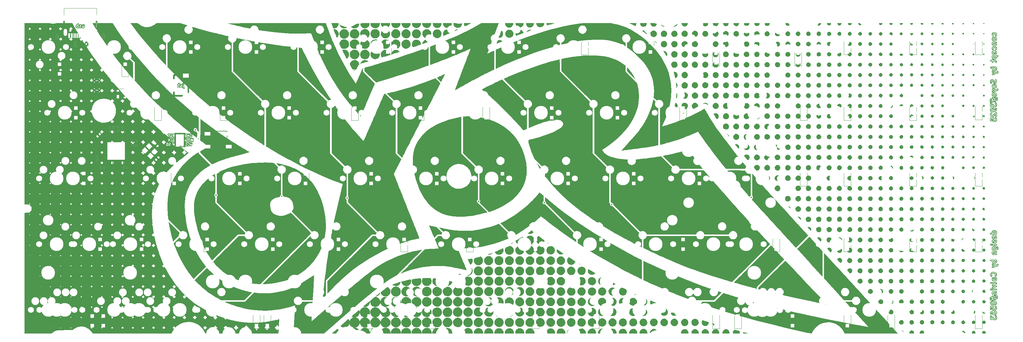
<source format=gbr>
%TF.GenerationSoftware,KiCad,Pcbnew,(7.0.0)*%
%TF.CreationDate,2023-03-04T14:45:49+01:00*%
%TF.ProjectId,qazimodo,71617a69-6d6f-4646-9f2e-6b696361645f,rev?*%
%TF.SameCoordinates,Original*%
%TF.FileFunction,Legend,Bot*%
%TF.FilePolarity,Positive*%
%FSLAX46Y46*%
G04 Gerber Fmt 4.6, Leading zero omitted, Abs format (unit mm)*
G04 Created by KiCad (PCBNEW (7.0.0)) date 2023-03-04 14:45:49*
%MOMM*%
%LPD*%
G01*
G04 APERTURE LIST*
G04 Aperture macros list*
%AMRoundRect*
0 Rectangle with rounded corners*
0 $1 Rounding radius*
0 $2 $3 $4 $5 $6 $7 $8 $9 X,Y pos of 4 corners*
0 Add a 4 corners polygon primitive as box body*
4,1,4,$2,$3,$4,$5,$6,$7,$8,$9,$2,$3,0*
0 Add four circle primitives for the rounded corners*
1,1,$1+$1,$2,$3*
1,1,$1+$1,$4,$5*
1,1,$1+$1,$6,$7*
1,1,$1+$1,$8,$9*
0 Add four rect primitives between the rounded corners*
20,1,$1+$1,$2,$3,$4,$5,0*
20,1,$1+$1,$4,$5,$6,$7,0*
20,1,$1+$1,$6,$7,$8,$9,0*
20,1,$1+$1,$8,$9,$2,$3,0*%
%AMRotRect*
0 Rectangle, with rotation*
0 The origin of the aperture is its center*
0 $1 length*
0 $2 width*
0 $3 Rotation angle, in degrees counterclockwise*
0 Add horizontal line*
21,1,$1,$2,0,0,$3*%
G04 Aperture macros list end*
%ADD10C,0.150000*%
%ADD11C,0.120000*%
%ADD12C,1.750000*%
%ADD13C,3.987800*%
%ADD14C,2.250000*%
%ADD15C,3.048000*%
%ADD16C,4.000000*%
%ADD17C,2.200000*%
%ADD18C,1.000000*%
%ADD19C,7.001300*%
%ADD20C,7.000240*%
%ADD21R,1.800000X1.100000*%
%ADD22R,1.100000X1.100000*%
%ADD23RoundRect,0.140000X0.170000X-0.140000X0.170000X0.140000X-0.170000X0.140000X-0.170000X-0.140000X0*%
%ADD24R,1.800000X1.200000*%
%ADD25R,1.550000X0.600000*%
%ADD26RoundRect,0.140000X0.219203X0.021213X0.021213X0.219203X-0.219203X-0.021213X-0.021213X-0.219203X0*%
%ADD27RoundRect,0.135000X-0.185000X0.135000X-0.185000X-0.135000X0.185000X-0.135000X0.185000X0.135000X0*%
%ADD28RoundRect,0.135000X0.135000X0.185000X-0.135000X0.185000X-0.135000X-0.185000X0.135000X-0.185000X0*%
%ADD29RoundRect,0.140000X-0.021213X0.219203X-0.219203X0.021213X0.021213X-0.219203X0.219203X-0.021213X0*%
%ADD30RoundRect,0.250000X-0.625000X0.375000X-0.625000X-0.375000X0.625000X-0.375000X0.625000X0.375000X0*%
%ADD31RotRect,1.400000X1.200000X135.000000*%
%ADD32C,0.650000*%
%ADD33R,0.600000X1.450000*%
%ADD34R,0.300000X1.450000*%
%ADD35O,1.000000X1.600000*%
%ADD36O,1.000000X2.100000*%
%ADD37R,0.700000X1.000000*%
%ADD38R,0.700000X0.600000*%
%ADD39RoundRect,0.140000X-0.140000X-0.170000X0.140000X-0.170000X0.140000X0.170000X-0.140000X0.170000X0*%
%ADD40RoundRect,0.140000X-0.170000X0.140000X-0.170000X-0.140000X0.170000X-0.140000X0.170000X0.140000X0*%
%ADD41R,1.000000X1.000000*%
%ADD42O,1.000000X1.000000*%
%ADD43RoundRect,0.062500X-0.062500X0.475000X-0.062500X-0.475000X0.062500X-0.475000X0.062500X0.475000X0*%
%ADD44RoundRect,0.062500X-0.475000X0.062500X-0.475000X-0.062500X0.475000X-0.062500X0.475000X0.062500X0*%
%ADD45R,5.200000X5.200000*%
G04 APERTURE END LIST*
D10*
%TO.C,SW_Reset1*%
X102175000Y-79950000D02*
X102175000Y-85150000D01*
X102175000Y-85150000D02*
X107375000Y-85150000D01*
X107375000Y-79950000D02*
X102175000Y-79950000D01*
X107375000Y-85150000D02*
X107375000Y-79950000D01*
X105775000Y-82550000D02*
G75*
G03*
X105775000Y-82550000I-1000000J0D01*
G01*
D11*
%TO.C,D7*%
X76787500Y-64112500D02*
X76787500Y-60262500D01*
X78787500Y-64112500D02*
X76787500Y-64112500D01*
X78787500Y-64112500D02*
X78787500Y-60262500D01*
%TO.C,D42*%
X265700000Y-114912500D02*
X265700000Y-111062500D01*
X267700000Y-114912500D02*
X265700000Y-114912500D01*
X267700000Y-114912500D02*
X267700000Y-111062500D01*
%TO.C,D48*%
X273637500Y-95862500D02*
X273637500Y-92012500D01*
X275637500Y-95862500D02*
X273637500Y-95862500D01*
X275637500Y-95862500D02*
X275637500Y-92012500D01*
%TO.C,C2*%
X69363000Y-87991836D02*
X69363000Y-87776164D01*
X70083000Y-87991836D02*
X70083000Y-87776164D01*
%TO.C,D11*%
X70437500Y-137137500D02*
X70437500Y-133287500D01*
X72437500Y-137137500D02*
X70437500Y-137137500D01*
X72437500Y-137137500D02*
X72437500Y-133287500D01*
%TO.C,D58*%
X270462500Y-137137500D02*
X270462500Y-133287500D01*
X272462500Y-137137500D02*
X270462500Y-137137500D01*
X272462500Y-137137500D02*
X272462500Y-133287500D01*
D10*
%TO.C,J2*%
X94312500Y-63675000D02*
X91912500Y-63675000D01*
X91912500Y-63675000D02*
X91912500Y-64675000D01*
X96112500Y-68675000D02*
X96112500Y-64675000D01*
X91912500Y-68675000D02*
X91912500Y-69675000D01*
X91912500Y-69675000D02*
X94312500Y-69675000D01*
D11*
%TO.C,D71*%
X324437500Y-137137500D02*
X324437500Y-133287500D01*
X326437500Y-137137500D02*
X324437500Y-137137500D01*
X326437500Y-137137500D02*
X326437500Y-133287500D01*
%TO.C,D52*%
X286337500Y-114912500D02*
X286337500Y-111062500D01*
X288337500Y-114912500D02*
X286337500Y-114912500D01*
X288337500Y-114912500D02*
X288337500Y-111062500D01*
%TO.C,D15*%
X119650000Y-114912500D02*
X119650000Y-111062500D01*
X121650000Y-114912500D02*
X119650000Y-114912500D01*
X121650000Y-114912500D02*
X121650000Y-111062500D01*
%TO.C,D38*%
X200612500Y-76812500D02*
X200612500Y-72962500D01*
X202612500Y-76812500D02*
X200612500Y-76812500D01*
X202612500Y-76812500D02*
X202612500Y-72962500D01*
%TO.C,D50*%
X238712500Y-76812500D02*
X238712500Y-72962500D01*
X240712500Y-76812500D02*
X238712500Y-76812500D01*
X240712500Y-76812500D02*
X240712500Y-72962500D01*
%TO.C,D62*%
X324437500Y-114912500D02*
X324437500Y-111062500D01*
X326437500Y-114912500D02*
X324437500Y-114912500D01*
X326437500Y-114912500D02*
X326437500Y-111062500D01*
%TO.C,D70*%
X324437500Y-57762500D02*
X324437500Y-53912500D01*
X326437500Y-57762500D02*
X324437500Y-57762500D01*
X326437500Y-57762500D02*
X326437500Y-53912500D01*
%TO.C,D16*%
X114887500Y-137137500D02*
X114887500Y-133287500D01*
X116887500Y-137137500D02*
X114887500Y-137137500D01*
X116887500Y-137137500D02*
X116887500Y-133287500D01*
%TO.C,C4*%
X86697312Y-84277810D02*
X86544809Y-84125307D01*
X87206429Y-83768693D02*
X87053926Y-83616190D01*
%TO.C,D66*%
X324437500Y-95862500D02*
X324437500Y-92012500D01*
X326437500Y-95862500D02*
X324437500Y-95862500D01*
X326437500Y-95862500D02*
X326437500Y-92012500D01*
%TO.C,D18*%
X124412500Y-76812500D02*
X124412500Y-72962500D01*
X126412500Y-76812500D02*
X124412500Y-76812500D01*
X126412500Y-76812500D02*
X126412500Y-72962500D01*
%TO.C,D61*%
X305387500Y-95862500D02*
X305387500Y-92012500D01*
X307387500Y-95862500D02*
X305387500Y-95862500D01*
X307387500Y-95862500D02*
X307387500Y-92012500D01*
%TO.C,D41*%
X213312500Y-137137500D02*
X213312500Y-133287500D01*
X215312500Y-137137500D02*
X213312500Y-137137500D01*
X215312500Y-137137500D02*
X215312500Y-133287500D01*
%TO.C,R1*%
X73786000Y-79221359D02*
X73786000Y-79528641D01*
X73026000Y-79221359D02*
X73026000Y-79528641D01*
%TO.C,R2*%
X74929000Y-79221359D02*
X74929000Y-79528641D01*
X74169000Y-79221359D02*
X74169000Y-79528641D01*
%TO.C,D34*%
X186325000Y-95862500D02*
X186325000Y-92012500D01*
X188325000Y-95862500D02*
X186325000Y-95862500D01*
X188325000Y-95862500D02*
X188325000Y-92012500D01*
%TO.C,D65*%
X305387500Y-76812500D02*
X305387500Y-72962500D01*
X307387500Y-76812500D02*
X305387500Y-76812500D01*
X307387500Y-76812500D02*
X307387500Y-72962500D01*
%TO.C,D4*%
X64784192Y-95851705D02*
X64784192Y-92001705D01*
X66784192Y-95851705D02*
X64784192Y-95851705D01*
X66784192Y-95851705D02*
X66784192Y-92001705D01*
%TO.C,D14*%
X110125000Y-95862500D02*
X110125000Y-92012500D01*
X112125000Y-95862500D02*
X110125000Y-95862500D01*
X112125000Y-95862500D02*
X112125000Y-92012500D01*
%TO.C,D47*%
X248237500Y-137137500D02*
X248237500Y-133287500D01*
X250237500Y-137137500D02*
X248237500Y-137137500D01*
X250237500Y-137137500D02*
X250237500Y-133287500D01*
%TO.C,D57*%
X305387500Y-114912500D02*
X305387500Y-111062500D01*
X307387500Y-114912500D02*
X305387500Y-114912500D01*
X307387500Y-114912500D02*
X307387500Y-111062500D01*
%TO.C,R4*%
X80735141Y-83311000D02*
X80427859Y-83311000D01*
X80735141Y-82551000D02*
X80427859Y-82551000D01*
%TO.C,D51*%
X243475000Y-95862500D02*
X243475000Y-92012500D01*
X245475000Y-95862500D02*
X243475000Y-95862500D01*
X245475000Y-95862500D02*
X245475000Y-92012500D01*
%TO.C,D49*%
X229187500Y-57762500D02*
X229187500Y-53912500D01*
X231187500Y-57762500D02*
X229187500Y-57762500D01*
X231187500Y-57762500D02*
X231187500Y-53912500D01*
%TO.C,R_USBSHIELD1*%
X71881000Y-52297359D02*
X71881000Y-52604641D01*
X71121000Y-52297359D02*
X71121000Y-52604641D01*
%TO.C,D45*%
X224425000Y-95862500D02*
X224425000Y-92012500D01*
X226425000Y-95862500D02*
X224425000Y-95862500D01*
X226425000Y-95862500D02*
X226425000Y-92012500D01*
%TO.C,C8*%
X70434810Y-81331307D02*
X70282307Y-81483810D01*
X69925693Y-80822190D02*
X69773190Y-80974693D01*
%TO.C,D17*%
X114887500Y-57762500D02*
X114887500Y-53912500D01*
X116887500Y-57762500D02*
X114887500Y-57762500D01*
X116887500Y-57762500D02*
X116887500Y-53912500D01*
%TO.C,F1*%
X70506000Y-66072936D02*
X70506000Y-67277064D01*
X68686000Y-66072936D02*
X68686000Y-67277064D01*
%TO.C,D10*%
X100600000Y-114912500D02*
X100600000Y-111062500D01*
X102600000Y-114912500D02*
X100600000Y-114912500D01*
X102600000Y-114912500D02*
X102600000Y-111062500D01*
%TO.C,R_USB1*%
X63880000Y-54583359D02*
X63880000Y-54890641D01*
X63120000Y-54583359D02*
X63120000Y-54890641D01*
%TO.C,D19*%
X129175000Y-95862500D02*
X129175000Y-92012500D01*
X131175000Y-95862500D02*
X129175000Y-95862500D01*
X131175000Y-95862500D02*
X131175000Y-92012500D01*
%TO.C,D5*%
X69515675Y-114926368D02*
X69515675Y-111076368D01*
X71515675Y-114926368D02*
X69515675Y-114926368D01*
X71515675Y-114926368D02*
X71515675Y-111076368D01*
%TO.C,R_USB2*%
X66928000Y-54583359D02*
X66928000Y-54890641D01*
X66168000Y-54583359D02*
X66168000Y-54890641D01*
%TO.C,D64*%
X286337500Y-57762500D02*
X286337500Y-53912500D01*
X288337500Y-57762500D02*
X286337500Y-57762500D01*
X288337500Y-57762500D02*
X288337500Y-53912500D01*
%TO.C,D26*%
X147590000Y-137137500D02*
X147590000Y-133287500D01*
X149590000Y-137137500D02*
X147590000Y-137137500D01*
X149590000Y-137137500D02*
X149590000Y-133287500D01*
%TO.C,D36*%
X195850000Y-137137500D02*
X195850000Y-133287500D01*
X197850000Y-137137500D02*
X195850000Y-137137500D01*
X197850000Y-137137500D02*
X197850000Y-133287500D01*
%TO.C,Y1*%
X85218106Y-88305940D02*
X82389679Y-85477513D01*
X87551559Y-85972487D02*
X85218106Y-88305940D01*
%TO.C,D22*%
X133937500Y-57762500D02*
X133937500Y-53912500D01*
X135937500Y-57762500D02*
X133937500Y-57762500D01*
X135937500Y-57762500D02*
X135937500Y-53912500D01*
%TO.C,J3*%
X60070000Y-44308000D02*
X69470000Y-44308000D01*
X60070000Y-46208000D02*
X60070000Y-44308000D01*
X60070000Y-50108000D02*
X60070000Y-48108000D01*
X69470000Y-46208000D02*
X69470000Y-44308000D01*
X69470000Y-50108000D02*
X69470000Y-48108000D01*
%TO.C,D31*%
X165687500Y-137137500D02*
X165687500Y-133287500D01*
X167687500Y-137137500D02*
X165687500Y-137137500D01*
X167687500Y-137137500D02*
X167687500Y-133287500D01*
%TO.C,D28*%
X162512500Y-76812500D02*
X162512500Y-72962500D01*
X164512500Y-76812500D02*
X162512500Y-76812500D01*
X164512500Y-76812500D02*
X164512500Y-72962500D01*
%TO.C,D72*%
X76058000Y-67655000D02*
X77358000Y-67655000D01*
X77358000Y-70775000D02*
X75358000Y-70775000D01*
%TO.C,D63*%
X286337500Y-137137500D02*
X286337500Y-133287500D01*
X288337500Y-137137500D02*
X286337500Y-137137500D01*
X288337500Y-137137500D02*
X288337500Y-133287500D01*
%TO.C,D44*%
X219662500Y-76812500D02*
X219662500Y-72962500D01*
X221662500Y-76812500D02*
X219662500Y-76812500D01*
X221662500Y-76812500D02*
X221662500Y-72962500D01*
%TO.C,D68*%
X305387500Y-57762500D02*
X305387500Y-53912500D01*
X307387500Y-57762500D02*
X305387500Y-57762500D01*
X307387500Y-57762500D02*
X307387500Y-53912500D01*
%TO.C,G\u002A\u002A\u002A*%
G36*
X257784000Y-128814226D02*
G01*
X257762833Y-128835357D01*
X257741666Y-128814226D01*
X257762833Y-128793094D01*
X257784000Y-128814226D01*
G37*
G36*
X159020333Y-56417886D02*
G01*
X158999166Y-56439018D01*
X158978000Y-56417886D01*
X158999166Y-56396755D01*
X159020333Y-56417886D01*
G37*
G36*
X158893333Y-56460149D02*
G01*
X158872166Y-56481281D01*
X158851000Y-56460149D01*
X158872166Y-56439018D01*
X158893333Y-56460149D01*
G37*
G36*
X158766333Y-56502412D02*
G01*
X158745166Y-56523544D01*
X158724000Y-56502412D01*
X158745166Y-56481281D01*
X158766333Y-56502412D01*
G37*
G36*
X150003333Y-136970965D02*
G01*
X149982166Y-136992096D01*
X149961000Y-136970965D01*
X149982166Y-136949833D01*
X150003333Y-136970965D01*
G37*
G36*
X266504666Y-126891264D02*
G01*
X266501611Y-126913638D01*
X266476444Y-126919439D01*
X266471378Y-126913245D01*
X266476444Y-126863089D01*
X266489177Y-126856477D01*
X266504666Y-126891264D01*
G37*
G36*
X199194666Y-92320216D02*
G01*
X199191611Y-92342590D01*
X199166444Y-92348391D01*
X199161378Y-92342197D01*
X199166444Y-92292041D01*
X199179177Y-92285429D01*
X199194666Y-92320216D01*
G37*
G36*
X267671279Y-98872866D02*
G01*
X267711166Y-98913228D01*
X267719052Y-98928191D01*
X267716163Y-98955490D01*
X267708720Y-98953589D01*
X267668833Y-98913228D01*
X267660948Y-98898264D01*
X267663836Y-98870965D01*
X267671279Y-98872866D01*
G37*
G36*
X243571170Y-129343260D02*
G01*
X243588444Y-129357992D01*
X243536408Y-129402451D01*
X243475045Y-129439676D01*
X243435420Y-129440338D01*
X243452426Y-129387587D01*
X243472814Y-129367023D01*
X243549423Y-129342512D01*
X243571170Y-129343260D01*
G37*
G36*
X135286522Y-128375771D02*
G01*
X135310411Y-128416831D01*
X135262866Y-128488802D01*
X135224521Y-128524323D01*
X135193146Y-128527803D01*
X135186666Y-128454991D01*
X135198452Y-128405700D01*
X135250166Y-128370466D01*
X135286522Y-128375771D01*
G37*
G36*
X273264729Y-104718509D02*
G01*
X273457132Y-104783588D01*
X273636806Y-104898835D01*
X273774938Y-105049011D01*
X273861724Y-105228950D01*
X273901565Y-105455954D01*
X273917841Y-105696422D01*
X272989625Y-104724376D01*
X273136058Y-104711125D01*
X273264729Y-104718509D01*
G37*
G36*
X215582917Y-106859936D02*
G01*
X215646820Y-106895761D01*
X215734056Y-106965421D01*
X215852833Y-107072190D01*
X215694083Y-106982378D01*
X215670866Y-106969127D01*
X215568448Y-106904645D01*
X215538086Y-106869373D01*
X215575306Y-106858652D01*
X215582917Y-106859936D01*
G37*
G36*
X281300302Y-130061131D02*
G01*
X281344643Y-130112432D01*
X281350311Y-130140638D01*
X281296144Y-130144860D01*
X281249265Y-130140002D01*
X281160579Y-130109432D01*
X281127990Y-130073144D01*
X281164737Y-130025703D01*
X281174494Y-130018144D01*
X281231922Y-130005732D01*
X281300302Y-130061131D01*
G37*
G36*
X223853833Y-61845408D02*
G01*
X224116253Y-62151761D01*
X224715542Y-62925444D01*
X225233681Y-63710806D01*
X225672981Y-64511231D01*
X225871797Y-64912728D01*
X224660399Y-63706813D01*
X223449000Y-62500898D01*
X223460917Y-61956713D01*
X223472833Y-61412528D01*
X223853833Y-61845408D01*
G37*
G36*
X91952530Y-80977875D02*
G01*
X91964333Y-81057154D01*
X91961827Y-81106111D01*
X91932280Y-81153463D01*
X91847916Y-81155053D01*
X91759528Y-81126298D01*
X91731500Y-81057154D01*
X91757120Y-80990036D01*
X91847916Y-80959256D01*
X91899438Y-80955733D01*
X91952530Y-80977875D01*
G37*
G36*
X303419333Y-48750422D02*
G01*
X303397276Y-48859646D01*
X303295590Y-49003999D01*
X303253940Y-49042841D01*
X303140342Y-49109718D01*
X302996000Y-49127537D01*
X302863260Y-49106591D01*
X302714880Y-49026124D01*
X302611485Y-48901583D01*
X302572666Y-48750422D01*
X302572666Y-48620382D01*
X303419333Y-48620382D01*
X303419333Y-48750422D01*
G37*
G36*
X285624811Y-48777877D02*
G01*
X285592774Y-48900858D01*
X285480103Y-49086690D01*
X285297657Y-49224842D01*
X285214692Y-49260346D01*
X285017042Y-49287932D01*
X284827778Y-49244395D01*
X284662639Y-49138308D01*
X284537365Y-48978243D01*
X284467693Y-48772773D01*
X284442922Y-48620382D01*
X285650411Y-48620382D01*
X285624811Y-48777877D01*
G37*
G36*
X144690500Y-62278178D02*
G01*
X144436500Y-62355823D01*
X144375055Y-62374341D01*
X144212364Y-62418160D01*
X144109158Y-62433185D01*
X144050229Y-62420316D01*
X144020369Y-62380452D01*
X144018841Y-62376245D01*
X144023015Y-62325807D01*
X144083053Y-62293780D01*
X144208329Y-62277608D01*
X144408212Y-62274738D01*
X144690500Y-62278178D01*
G37*
G36*
X327133250Y-69441408D02*
G01*
X327198043Y-69548864D01*
X327201457Y-69681026D01*
X327140605Y-69801331D01*
X327068013Y-69855035D01*
X326946472Y-69876174D01*
X326828046Y-69839546D01*
X326738267Y-69754999D01*
X326702666Y-69632385D01*
X326711693Y-69562102D01*
X326776599Y-69449110D01*
X326884266Y-69384335D01*
X327011035Y-69378270D01*
X327133250Y-69441408D01*
G37*
G36*
X327133250Y-66440743D02*
G01*
X327198043Y-66548198D01*
X327201457Y-66680360D01*
X327140605Y-66800665D01*
X327068013Y-66854369D01*
X326946472Y-66875508D01*
X326828046Y-66838880D01*
X326738267Y-66754334D01*
X326702666Y-66631719D01*
X326711693Y-66561436D01*
X326776599Y-66448444D01*
X326884266Y-66383669D01*
X327011035Y-66377605D01*
X327133250Y-66440743D01*
G37*
G36*
X326977598Y-60455035D02*
G01*
X327084657Y-60500293D01*
X327148447Y-60592741D01*
X327157866Y-60705130D01*
X327101809Y-60810209D01*
X327049821Y-60848038D01*
X326956666Y-60876622D01*
X326870114Y-60852138D01*
X326781726Y-60771367D01*
X326745000Y-60665307D01*
X326769524Y-60578899D01*
X326850430Y-60490658D01*
X326956666Y-60453993D01*
X326977598Y-60455035D01*
G37*
G36*
X326977598Y-57454369D02*
G01*
X327084657Y-57499627D01*
X327148447Y-57592076D01*
X327157866Y-57704464D01*
X327101809Y-57809543D01*
X327049821Y-57847373D01*
X326956666Y-57875956D01*
X326870114Y-57851473D01*
X326781726Y-57770701D01*
X326745000Y-57664642D01*
X326769524Y-57578233D01*
X326850430Y-57489992D01*
X326956666Y-57453327D01*
X326977598Y-57454369D01*
G37*
G36*
X327041183Y-48623879D02*
G01*
X327108207Y-48645970D01*
X327126000Y-48696456D01*
X327119935Y-48738447D01*
X327075200Y-48823244D01*
X327045555Y-48845763D01*
X326956666Y-48873960D01*
X326909400Y-48866242D01*
X326822593Y-48801792D01*
X326787333Y-48696456D01*
X326795116Y-48658486D01*
X326844290Y-48628376D01*
X326956666Y-48620382D01*
X327041183Y-48623879D01*
G37*
G36*
X324127583Y-60481675D02*
G01*
X324192376Y-60589130D01*
X324195790Y-60721292D01*
X324134939Y-60841597D01*
X324062347Y-60895301D01*
X323940805Y-60916440D01*
X323822379Y-60879812D01*
X323732600Y-60795265D01*
X323697000Y-60672651D01*
X323706027Y-60602368D01*
X323770933Y-60489376D01*
X323878599Y-60424601D01*
X324005368Y-60418537D01*
X324127583Y-60481675D01*
G37*
G36*
X324127583Y-57481009D02*
G01*
X324192376Y-57588464D01*
X324195790Y-57720626D01*
X324134939Y-57840931D01*
X324062347Y-57894635D01*
X323940805Y-57915775D01*
X323822379Y-57879146D01*
X323732600Y-57794600D01*
X323697000Y-57671985D01*
X323706027Y-57601703D01*
X323770933Y-57488710D01*
X323878599Y-57423936D01*
X324005368Y-57417871D01*
X324127583Y-57481009D01*
G37*
G36*
X321164250Y-51479678D02*
G01*
X321229043Y-51587133D01*
X321232457Y-51719295D01*
X321171605Y-51839600D01*
X321099013Y-51893304D01*
X320977472Y-51914444D01*
X320859046Y-51877815D01*
X320769267Y-51793269D01*
X320733666Y-51670654D01*
X320742693Y-51600371D01*
X320807599Y-51487379D01*
X320915266Y-51422605D01*
X321042035Y-51416540D01*
X321164250Y-51479678D01*
G37*
G36*
X309388333Y-48729291D02*
G01*
X309388186Y-48735345D01*
X309351679Y-48846114D01*
X309264590Y-48961736D01*
X309199930Y-49017411D01*
X309049735Y-49083019D01*
X308898272Y-49064461D01*
X308750077Y-48961736D01*
X308743363Y-48954905D01*
X308658918Y-48838469D01*
X308626333Y-48729291D01*
X308626333Y-48620382D01*
X309388333Y-48620382D01*
X309388333Y-48729291D01*
G37*
G36*
X300484515Y-48773544D02*
G01*
X300462675Y-48861083D01*
X300368720Y-49024939D01*
X300223166Y-49132009D01*
X300163487Y-49150158D01*
X300001207Y-49154076D01*
X299835464Y-49112511D01*
X299707394Y-49033331D01*
X299701912Y-49027667D01*
X299626581Y-48911834D01*
X299581314Y-48776596D01*
X299555922Y-48620382D01*
X300509411Y-48620382D01*
X300484515Y-48773544D01*
G37*
G36*
X288590544Y-48793588D02*
G01*
X288543907Y-48948282D01*
X288434031Y-49108908D01*
X288285166Y-49216303D01*
X288251935Y-49226428D01*
X288135665Y-49240086D01*
X287995484Y-49238640D01*
X287888332Y-49221844D01*
X287706165Y-49137691D01*
X287578647Y-48993100D01*
X287514454Y-48796053D01*
X287490852Y-48620382D01*
X288613814Y-48620382D01*
X288590544Y-48793588D01*
G37*
G36*
X282633666Y-48749270D02*
G01*
X282610437Y-48897827D01*
X282517133Y-49077481D01*
X282367028Y-49213774D01*
X282224331Y-49271552D01*
X282041000Y-49296273D01*
X281960361Y-49291528D01*
X281756368Y-49231797D01*
X281594135Y-49113298D01*
X281487008Y-48948350D01*
X281448333Y-48749270D01*
X281448333Y-48620382D01*
X282633666Y-48620382D01*
X282633666Y-48749270D01*
G37*
G36*
X259611583Y-98940909D02*
G01*
X259670035Y-99026142D01*
X259685090Y-99143192D01*
X259638200Y-99242878D01*
X259580570Y-99275143D01*
X259477333Y-99293594D01*
X259473736Y-99293574D01*
X259347968Y-99260259D01*
X259277319Y-99177637D01*
X259270376Y-99066653D01*
X259335728Y-98948253D01*
X259395011Y-98897558D01*
X259499666Y-98877283D01*
X259611583Y-98940909D01*
G37*
G36*
X234418817Y-125837244D02*
G01*
X234575165Y-125869713D01*
X234726875Y-125935492D01*
X234833933Y-126018328D01*
X234867028Y-126061876D01*
X234867522Y-126081082D01*
X234823422Y-126072462D01*
X234723811Y-126033829D01*
X234557773Y-125962996D01*
X234442864Y-125911760D01*
X234358025Y-125867225D01*
X234341105Y-125843634D01*
X234385610Y-125836207D01*
X234418817Y-125837244D01*
G37*
G36*
X219070166Y-100976420D02*
G01*
X219107665Y-101000507D01*
X219167930Y-101095883D01*
X219175754Y-101212432D01*
X219125200Y-101313760D01*
X219067570Y-101346025D01*
X218964333Y-101364475D01*
X218867803Y-101349721D01*
X218781235Y-101277471D01*
X218752666Y-101143802D01*
X218762498Y-101080117D01*
X218828719Y-100989344D01*
X218938640Y-100950896D01*
X219070166Y-100976420D01*
G37*
G36*
X199512166Y-100469265D02*
G01*
X199549665Y-100493352D01*
X199609930Y-100588728D01*
X199617754Y-100705277D01*
X199567200Y-100806605D01*
X199509570Y-100838870D01*
X199406333Y-100857321D01*
X199309803Y-100842566D01*
X199223235Y-100770316D01*
X199194666Y-100636648D01*
X199204498Y-100572962D01*
X199270719Y-100482189D01*
X199380640Y-100443741D01*
X199512166Y-100469265D01*
G37*
G36*
X180462166Y-100088899D02*
G01*
X180499665Y-100112986D01*
X180559930Y-100208362D01*
X180567754Y-100324911D01*
X180517200Y-100426239D01*
X180459570Y-100458504D01*
X180356333Y-100476955D01*
X180259803Y-100462200D01*
X180173235Y-100389950D01*
X180144666Y-100256282D01*
X180154498Y-100192596D01*
X180220719Y-100101823D01*
X180330640Y-100063375D01*
X180462166Y-100088899D01*
G37*
G36*
X142364726Y-99126663D02*
G01*
X142381963Y-99144860D01*
X142419793Y-99244306D01*
X142417888Y-99362308D01*
X142374866Y-99454193D01*
X142289046Y-99498983D01*
X142171517Y-99489705D01*
X142064673Y-99419103D01*
X142023827Y-99353318D01*
X142017985Y-99249180D01*
X142066619Y-99157423D01*
X142152264Y-99095070D01*
X142257455Y-99079143D01*
X142364726Y-99126663D01*
G37*
G36*
X104159931Y-98279304D02*
G01*
X104285698Y-98312619D01*
X104356348Y-98395241D01*
X104363291Y-98506225D01*
X104297939Y-98624625D01*
X104238655Y-98675319D01*
X104134000Y-98695595D01*
X104022083Y-98631969D01*
X104002356Y-98612360D01*
X103945442Y-98501893D01*
X103958098Y-98393889D01*
X104031377Y-98311853D01*
X104156333Y-98279284D01*
X104159931Y-98279304D01*
G37*
G36*
X98277762Y-79316068D02*
G01*
X98368495Y-79385629D01*
X98399000Y-79514559D01*
X98387318Y-79596129D01*
X98348200Y-79675158D01*
X98290570Y-79707423D01*
X98187333Y-79725873D01*
X98096905Y-79713050D01*
X98006171Y-79643489D01*
X97975666Y-79514559D01*
X97988511Y-79424281D01*
X98058188Y-79333698D01*
X98187333Y-79303244D01*
X98277762Y-79316068D01*
G37*
G36*
X327028612Y-54519471D02*
G01*
X327094012Y-54546543D01*
X327118764Y-54614221D01*
X327122299Y-54683915D01*
X327108472Y-54775407D01*
X327063881Y-54816764D01*
X326946374Y-54825162D01*
X326855841Y-54808845D01*
X326816307Y-54764378D01*
X326808500Y-54663976D01*
X326808518Y-54652717D01*
X326816634Y-54559510D01*
X326857361Y-54522599D01*
X326956666Y-54516056D01*
X327028612Y-54519471D01*
G37*
G36*
X327028612Y-51518806D02*
G01*
X327094012Y-51545877D01*
X327118764Y-51613556D01*
X327122299Y-51683249D01*
X327108472Y-51774741D01*
X327063881Y-51816099D01*
X326946374Y-51824496D01*
X326855841Y-51808179D01*
X326816307Y-51763713D01*
X326808500Y-51663311D01*
X326808518Y-51652052D01*
X326816634Y-51558845D01*
X326857361Y-51521933D01*
X326956666Y-51515391D01*
X327028612Y-51518806D01*
G37*
G36*
X324195595Y-137862979D02*
G01*
X324349383Y-137964220D01*
X324459690Y-138111793D01*
X324513089Y-138292119D01*
X324496155Y-138491618D01*
X324455020Y-138640349D01*
X323531646Y-138640349D01*
X323490511Y-138491618D01*
X323482148Y-138456946D01*
X323479281Y-138257029D01*
X323547143Y-138074965D01*
X323675122Y-137929829D01*
X323852606Y-137840696D01*
X324011752Y-137821649D01*
X324195595Y-137862979D01*
G37*
G36*
X123291779Y-98682290D02*
G01*
X123382377Y-98744965D01*
X123418000Y-98848927D01*
X123415967Y-98892234D01*
X123394585Y-98934649D01*
X123331929Y-98952098D01*
X123206333Y-98955490D01*
X123120313Y-98954467D01*
X123036065Y-98943702D01*
X123001405Y-98912158D01*
X122994666Y-98848927D01*
X123012780Y-98769378D01*
X123100500Y-98694223D01*
X123170612Y-98672795D01*
X123291779Y-98682290D01*
G37*
G36*
X95495901Y-80976177D02*
G01*
X95514563Y-81064331D01*
X95520333Y-81226206D01*
X95517208Y-81361478D01*
X95508581Y-81462358D01*
X95496383Y-81500915D01*
X95466014Y-81492293D01*
X95390550Y-81457165D01*
X95363086Y-81438473D01*
X95320818Y-81364785D01*
X95308666Y-81233172D01*
X95321804Y-81098756D01*
X95374608Y-80989126D01*
X95465300Y-80951497D01*
X95495901Y-80976177D01*
G37*
G36*
X323992186Y-48620642D02*
G01*
X324100587Y-48628402D01*
X324150569Y-48652849D01*
X324162666Y-48701889D01*
X324150826Y-48759984D01*
X324096143Y-48849809D01*
X324044154Y-48887639D01*
X323951000Y-48916223D01*
X323863740Y-48891493D01*
X323775708Y-48809899D01*
X323739333Y-48701889D01*
X323740008Y-48686030D01*
X323760160Y-48644288D01*
X323823646Y-48625041D01*
X323951000Y-48620382D01*
X323992186Y-48620642D01*
G37*
G36*
X315067680Y-48620610D02*
G01*
X315185069Y-48625024D01*
X315246049Y-48640582D01*
X315269091Y-48674320D01*
X315272666Y-48733277D01*
X315257004Y-48821496D01*
X315202605Y-48923460D01*
X315141149Y-48966894D01*
X315010721Y-48998165D01*
X314870066Y-48986346D01*
X314757417Y-48930804D01*
X314706496Y-48854939D01*
X314680000Y-48740621D01*
X314680000Y-48620382D01*
X314976333Y-48620382D01*
X315067680Y-48620610D01*
G37*
G36*
X264811333Y-48783184D02*
G01*
X264811140Y-48796102D01*
X264766046Y-48988532D01*
X264650254Y-49172200D01*
X264475982Y-49327280D01*
X264312129Y-49399553D01*
X264100641Y-49427970D01*
X263887758Y-49403879D01*
X263707351Y-49327280D01*
X263693885Y-49318037D01*
X263523206Y-49160383D01*
X263411838Y-48975490D01*
X263372000Y-48783184D01*
X263372000Y-48620382D01*
X264811333Y-48620382D01*
X264811333Y-48783184D01*
G37*
G36*
X258884450Y-48778868D02*
G01*
X258878060Y-48853810D01*
X258811909Y-49047035D01*
X258687164Y-49226444D01*
X258520181Y-49365688D01*
X258504050Y-49375149D01*
X258291075Y-49454486D01*
X258069542Y-49465881D01*
X257854512Y-49417029D01*
X257661048Y-49315629D01*
X257504211Y-49169378D01*
X257399063Y-48985974D01*
X257360666Y-48773114D01*
X257360666Y-48620382D01*
X258884666Y-48620382D01*
X258884450Y-48778868D01*
G37*
G36*
X252556750Y-80793728D02*
G01*
X252653133Y-80856107D01*
X252797570Y-80990828D01*
X252922187Y-81151704D01*
X253009659Y-81315078D01*
X253042666Y-81457294D01*
X253041826Y-81475852D01*
X253029863Y-81494716D01*
X252996446Y-81470390D01*
X252932373Y-81394307D01*
X252828440Y-81257903D01*
X252729338Y-81125691D01*
X252621041Y-80981332D01*
X252538521Y-80871461D01*
X252430667Y-80728031D01*
X252556750Y-80793728D01*
G37*
G36*
X252915666Y-48769986D02*
G01*
X252905865Y-48880541D01*
X252827670Y-49097465D01*
X252679501Y-49288037D01*
X252471166Y-49437527D01*
X252319927Y-49490052D01*
X252101243Y-49505811D01*
X251875218Y-49471008D01*
X251669863Y-49390562D01*
X251513188Y-49269389D01*
X251430201Y-49155510D01*
X251340461Y-48960233D01*
X251307000Y-48770401D01*
X251307000Y-48620382D01*
X252915666Y-48620382D01*
X252915666Y-48769986D01*
G37*
G36*
X209403527Y-118266457D02*
G01*
X209525941Y-118329844D01*
X209701677Y-118433701D01*
X209799649Y-118494710D01*
X209924265Y-118574750D01*
X210004583Y-118629629D01*
X210026563Y-118650000D01*
X210001940Y-118647684D01*
X209888682Y-118614083D01*
X209743789Y-118551120D01*
X209596459Y-118472481D01*
X209475891Y-118391855D01*
X209396925Y-118326654D01*
X209334947Y-118264107D01*
X209338505Y-118244293D01*
X209403527Y-118266457D01*
G37*
G36*
X200311621Y-112213536D02*
G01*
X200379354Y-112251694D01*
X200490780Y-112324744D01*
X200629787Y-112422378D01*
X200702323Y-112475396D01*
X200830729Y-112574587D01*
X200890494Y-112630419D01*
X200881340Y-112641755D01*
X200802990Y-112607457D01*
X200655166Y-112526385D01*
X200608865Y-112498795D01*
X200477973Y-112409806D01*
X200372225Y-112322843D01*
X200307361Y-112251859D01*
X200299120Y-112210804D01*
X200311621Y-112213536D01*
G37*
G36*
X190299805Y-112283512D02*
G01*
X190243750Y-112350869D01*
X190142262Y-112435926D01*
X190011223Y-112525679D01*
X189866513Y-112607127D01*
X189695759Y-112687768D01*
X189592859Y-112726367D01*
X189560688Y-112723286D01*
X189598949Y-112680471D01*
X189707340Y-112599869D01*
X189885563Y-112483424D01*
X190026286Y-112396929D01*
X190163940Y-112316587D01*
X190260648Y-112265180D01*
X190301306Y-112251145D01*
X190299805Y-112283512D01*
G37*
G36*
X327155021Y-78380828D02*
G01*
X327157253Y-78382938D01*
X327238268Y-78509770D01*
X327239585Y-78648672D01*
X327160954Y-78782800D01*
X327158840Y-78785028D01*
X327031797Y-78865908D01*
X326892663Y-78867223D01*
X326758312Y-78788722D01*
X326756080Y-78786612D01*
X326675065Y-78659780D01*
X326673748Y-78520878D01*
X326752379Y-78386750D01*
X326754493Y-78384522D01*
X326881536Y-78303642D01*
X327020670Y-78302327D01*
X327155021Y-78380828D01*
G37*
G36*
X327155021Y-75380162D02*
G01*
X327157253Y-75382273D01*
X327238268Y-75509104D01*
X327239585Y-75648006D01*
X327160954Y-75782134D01*
X327158840Y-75784362D01*
X327031797Y-75865243D01*
X326892663Y-75866557D01*
X326758312Y-75788057D01*
X326756080Y-75785946D01*
X326675065Y-75659115D01*
X326673748Y-75520213D01*
X326752379Y-75386085D01*
X326754493Y-75383857D01*
X326881536Y-75302976D01*
X327020670Y-75301662D01*
X327155021Y-75380162D01*
G37*
G36*
X327067474Y-99147141D02*
G01*
X327201365Y-99233026D01*
X327299537Y-99360376D01*
X327337666Y-99504908D01*
X327314178Y-99620955D01*
X327213923Y-99761736D01*
X327102615Y-99847558D01*
X326956666Y-99885274D01*
X326845859Y-99862675D01*
X326711968Y-99776790D01*
X326613796Y-99649440D01*
X326575666Y-99504908D01*
X326598303Y-99394285D01*
X326684331Y-99260617D01*
X326811894Y-99162608D01*
X326956666Y-99124542D01*
X327067474Y-99147141D01*
G37*
G36*
X327067474Y-96146475D02*
G01*
X327201365Y-96232360D01*
X327299537Y-96359711D01*
X327337666Y-96504243D01*
X327314178Y-96620289D01*
X327213923Y-96761071D01*
X327102615Y-96846893D01*
X326956666Y-96884609D01*
X326845859Y-96862010D01*
X326711968Y-96776125D01*
X326613796Y-96648774D01*
X326575666Y-96504243D01*
X326598303Y-96393619D01*
X326684331Y-96259951D01*
X326811894Y-96161943D01*
X326956666Y-96123876D01*
X327067474Y-96146475D01*
G37*
G36*
X327001167Y-90209885D02*
G01*
X327142147Y-90263147D01*
X327240331Y-90367883D01*
X327287051Y-90502953D01*
X327273638Y-90647218D01*
X327191424Y-90779541D01*
X327105246Y-90843769D01*
X326956666Y-90883277D01*
X326893464Y-90876174D01*
X326755971Y-90809455D01*
X326656378Y-90691363D01*
X326618000Y-90545174D01*
X326625115Y-90482077D01*
X326691945Y-90344813D01*
X326810234Y-90245386D01*
X326956666Y-90207071D01*
X327001167Y-90209885D01*
G37*
G36*
X327063259Y-72330155D02*
G01*
X327158425Y-72396108D01*
X327217413Y-72509565D01*
X327223322Y-72638350D01*
X327175600Y-72755856D01*
X327073699Y-72835477D01*
X327010218Y-72860829D01*
X326970006Y-72876605D01*
X326928674Y-72874177D01*
X326842146Y-72831535D01*
X326755925Y-72762417D01*
X326702955Y-72689859D01*
X326682977Y-72594364D01*
X326711063Y-72461882D01*
X326795288Y-72362223D01*
X326918428Y-72312582D01*
X327063259Y-72330155D01*
G37*
G36*
X327062933Y-81304003D02*
G01*
X327175583Y-81359545D01*
X327219089Y-81420899D01*
X327250413Y-81551110D01*
X327238573Y-81691530D01*
X327182939Y-81803993D01*
X327121482Y-81847426D01*
X326991054Y-81878698D01*
X326850400Y-81866878D01*
X326737750Y-81811336D01*
X326694244Y-81749982D01*
X326662920Y-81619771D01*
X326674760Y-81479351D01*
X326730394Y-81366888D01*
X326791851Y-81323455D01*
X326922279Y-81292183D01*
X327062933Y-81304003D01*
G37*
G36*
X327095111Y-108084577D02*
G01*
X327241454Y-108180328D01*
X327314722Y-108279936D01*
X327358755Y-108440823D01*
X327335469Y-108603873D01*
X327249338Y-108747200D01*
X327104833Y-108848917D01*
X326981494Y-108876305D01*
X326824964Y-108847886D01*
X326688859Y-108760634D01*
X326592804Y-108628302D01*
X326556424Y-108464642D01*
X326577166Y-108331804D01*
X326658834Y-108191111D01*
X326784948Y-108097793D01*
X326936658Y-108059674D01*
X327095111Y-108084577D01*
G37*
G36*
X327063983Y-93176796D02*
G01*
X327199121Y-93261526D01*
X327246241Y-93318412D01*
X327302373Y-93465219D01*
X327287256Y-93615341D01*
X327205695Y-93748295D01*
X327062500Y-93843596D01*
X326996590Y-93859618D01*
X326858443Y-93839123D01*
X326731984Y-93761859D01*
X326639653Y-93644464D01*
X326603889Y-93503577D01*
X326609084Y-93442288D01*
X326668557Y-93302090D01*
X326777999Y-93205496D01*
X326916708Y-93160925D01*
X327063983Y-93176796D01*
G37*
G36*
X324191688Y-69421094D02*
G01*
X324193920Y-69423204D01*
X324274935Y-69550036D01*
X324276251Y-69688938D01*
X324197621Y-69823066D01*
X324195506Y-69825294D01*
X324068463Y-69906175D01*
X323929330Y-69907489D01*
X323794978Y-69828989D01*
X323792747Y-69826878D01*
X323711731Y-69700046D01*
X323710415Y-69561145D01*
X323789046Y-69427016D01*
X323791160Y-69424788D01*
X323918203Y-69343908D01*
X324057336Y-69342594D01*
X324191688Y-69421094D01*
G37*
G36*
X324191688Y-66420428D02*
G01*
X324193920Y-66422539D01*
X324274935Y-66549371D01*
X324276251Y-66688272D01*
X324197621Y-66822401D01*
X324195506Y-66824629D01*
X324068463Y-66905509D01*
X323929330Y-66906823D01*
X323794978Y-66828323D01*
X323792747Y-66826213D01*
X323711731Y-66699381D01*
X323710415Y-66560479D01*
X323789046Y-66426351D01*
X323791160Y-66424123D01*
X323918203Y-66343242D01*
X324057336Y-66341928D01*
X324191688Y-66420428D01*
G37*
G36*
X324007709Y-51463904D02*
G01*
X324096143Y-51518409D01*
X324134035Y-51570312D01*
X324162666Y-51663311D01*
X324150739Y-51719926D01*
X324096143Y-51808212D01*
X324044154Y-51846042D01*
X323951000Y-51874625D01*
X323894290Y-51862718D01*
X323805857Y-51808212D01*
X323767964Y-51756310D01*
X323739333Y-51663311D01*
X323751260Y-51606695D01*
X323805857Y-51518409D01*
X323857846Y-51480580D01*
X323951000Y-51451996D01*
X324007709Y-51463904D01*
G37*
G36*
X324104141Y-90187407D02*
G01*
X324238031Y-90273292D01*
X324336204Y-90400643D01*
X324374333Y-90545174D01*
X324350845Y-90661221D01*
X324250590Y-90802003D01*
X324139282Y-90887825D01*
X323993333Y-90925540D01*
X323882525Y-90902942D01*
X323748635Y-90817056D01*
X323650463Y-90689706D01*
X323612333Y-90545174D01*
X323634970Y-90434551D01*
X323720998Y-90300883D01*
X323848561Y-90202874D01*
X323993333Y-90164808D01*
X324104141Y-90187407D01*
G37*
G36*
X324037834Y-81250151D02*
G01*
X324178813Y-81303413D01*
X324276997Y-81408149D01*
X324323717Y-81543219D01*
X324310305Y-81687485D01*
X324228091Y-81819808D01*
X324141913Y-81884036D01*
X323993333Y-81923544D01*
X323930131Y-81916440D01*
X323792638Y-81849721D01*
X323693045Y-81731630D01*
X323654666Y-81585441D01*
X323661782Y-81522343D01*
X323728612Y-81385079D01*
X323846900Y-81285652D01*
X323993333Y-81247337D01*
X324037834Y-81250151D01*
G37*
G36*
X324098157Y-93136749D02*
G01*
X324239722Y-93209974D01*
X324335045Y-93329646D01*
X324376042Y-93476283D01*
X324354630Y-93630402D01*
X324262727Y-93772523D01*
X324148462Y-93855022D01*
X323993333Y-93883943D01*
X323888510Y-93870405D01*
X323746944Y-93797180D01*
X323651621Y-93677508D01*
X323610624Y-93530871D01*
X323632036Y-93376752D01*
X323723939Y-93234631D01*
X323838204Y-93152132D01*
X323993333Y-93123211D01*
X324098157Y-93136749D01*
G37*
G36*
X324099926Y-63370421D02*
G01*
X324195092Y-63436374D01*
X324254080Y-63549831D01*
X324259988Y-63678616D01*
X324212267Y-63796123D01*
X324110366Y-63875743D01*
X324046885Y-63901095D01*
X324006672Y-63916871D01*
X323965340Y-63914443D01*
X323878813Y-63871802D01*
X323792592Y-63802683D01*
X323739622Y-63730125D01*
X323719644Y-63634631D01*
X323747730Y-63502148D01*
X323831955Y-63402489D01*
X323955095Y-63352849D01*
X324099926Y-63370421D01*
G37*
G36*
X324099600Y-72302006D02*
G01*
X324212250Y-72357548D01*
X324255755Y-72418902D01*
X324287079Y-72549114D01*
X324275240Y-72689534D01*
X324219605Y-72801996D01*
X324158149Y-72845429D01*
X324027721Y-72876701D01*
X323887066Y-72864881D01*
X323774417Y-72809340D01*
X323730911Y-72747986D01*
X323699587Y-72617774D01*
X323711427Y-72477354D01*
X323767061Y-72364891D01*
X323828517Y-72321458D01*
X323958946Y-72290187D01*
X324099600Y-72302006D01*
G37*
G36*
X324100650Y-84217062D02*
G01*
X324235788Y-84301792D01*
X324282907Y-84358678D01*
X324339040Y-84505485D01*
X324323922Y-84655607D01*
X324242362Y-84788561D01*
X324099166Y-84883862D01*
X324033257Y-84899885D01*
X323895110Y-84879389D01*
X323768651Y-84802125D01*
X323676319Y-84684731D01*
X323640555Y-84543843D01*
X323645751Y-84482554D01*
X323705224Y-84342356D01*
X323814666Y-84245762D01*
X323953375Y-84201192D01*
X324100650Y-84217062D01*
G37*
G36*
X321186021Y-60461360D02*
G01*
X321188253Y-60463471D01*
X321269268Y-60590302D01*
X321270585Y-60729204D01*
X321191954Y-60863332D01*
X321189840Y-60865560D01*
X321062797Y-60946441D01*
X320923663Y-60947755D01*
X320789312Y-60869255D01*
X320787080Y-60867144D01*
X320706065Y-60740313D01*
X320704748Y-60601411D01*
X320783379Y-60467283D01*
X320785493Y-60465055D01*
X320912536Y-60384174D01*
X321051670Y-60382860D01*
X321186021Y-60461360D01*
G37*
G36*
X321109633Y-54418824D02*
G01*
X321209344Y-54502986D01*
X321258937Y-54626025D01*
X321241234Y-54770768D01*
X321192964Y-54847955D01*
X321104699Y-54916009D01*
X321041218Y-54941362D01*
X321001006Y-54957138D01*
X320965980Y-54947703D01*
X320883830Y-54918312D01*
X320783528Y-54848859D01*
X320725045Y-54734614D01*
X320721714Y-54606180D01*
X320773677Y-54489543D01*
X320881074Y-54410687D01*
X320976979Y-54390712D01*
X321109633Y-54418824D01*
G37*
G36*
X321098474Y-84186076D02*
G01*
X321232365Y-84271961D01*
X321330537Y-84399312D01*
X321368666Y-84543843D01*
X321345178Y-84659890D01*
X321244923Y-84800672D01*
X321133615Y-84886493D01*
X320987666Y-84924209D01*
X320876859Y-84901610D01*
X320742968Y-84815725D01*
X320644796Y-84688375D01*
X320606666Y-84543843D01*
X320629303Y-84433220D01*
X320715331Y-84299552D01*
X320842894Y-84201543D01*
X320987666Y-84163477D01*
X321098474Y-84186076D01*
G37*
G36*
X321098474Y-81227673D02*
G01*
X321232365Y-81313558D01*
X321330537Y-81440909D01*
X321368666Y-81585441D01*
X321345178Y-81701487D01*
X321244923Y-81842269D01*
X321133615Y-81928091D01*
X320987666Y-81965807D01*
X320876859Y-81943208D01*
X320742968Y-81857323D01*
X320644796Y-81729972D01*
X320606666Y-81585441D01*
X320629303Y-81474817D01*
X320715331Y-81341149D01*
X320842894Y-81243141D01*
X320987666Y-81205074D01*
X321098474Y-81227673D01*
G37*
G36*
X321032167Y-72248154D02*
G01*
X321173147Y-72301417D01*
X321271331Y-72406152D01*
X321318051Y-72541222D01*
X321304638Y-72685488D01*
X321222424Y-72817811D01*
X321136246Y-72882039D01*
X320987666Y-72921547D01*
X320924464Y-72914443D01*
X320786971Y-72847725D01*
X320687378Y-72729633D01*
X320649000Y-72583444D01*
X320656115Y-72520347D01*
X320722945Y-72383083D01*
X320841234Y-72283656D01*
X320987666Y-72245341D01*
X321032167Y-72248154D01*
G37*
G36*
X320996453Y-48641535D02*
G01*
X321148933Y-48653584D01*
X321222092Y-48690230D01*
X321218539Y-48755052D01*
X321140884Y-48851628D01*
X321128813Y-48863399D01*
X321046147Y-48930925D01*
X320987666Y-48958485D01*
X320972415Y-48956011D01*
X320900398Y-48912575D01*
X320821649Y-48835960D01*
X320761342Y-48753654D01*
X320744651Y-48693142D01*
X320757253Y-48677727D01*
X320840661Y-48651069D01*
X320987666Y-48641514D01*
X320996453Y-48641535D01*
G37*
G36*
X321092490Y-87177680D02*
G01*
X321234056Y-87250906D01*
X321329378Y-87370578D01*
X321370375Y-87517214D01*
X321348964Y-87671334D01*
X321257060Y-87813454D01*
X321142795Y-87895954D01*
X320987666Y-87924875D01*
X320882843Y-87911337D01*
X320741277Y-87838112D01*
X320645955Y-87718440D01*
X320604958Y-87571803D01*
X320626369Y-87417684D01*
X320718273Y-87275563D01*
X320832538Y-87193063D01*
X320987666Y-87164143D01*
X321092490Y-87177680D01*
G37*
G36*
X321094259Y-57411353D02*
G01*
X321189425Y-57477306D01*
X321248413Y-57590763D01*
X321254322Y-57719548D01*
X321206600Y-57837054D01*
X321104699Y-57916675D01*
X321041218Y-57942027D01*
X321001006Y-57957803D01*
X320959674Y-57955375D01*
X320873146Y-57912733D01*
X320786925Y-57843615D01*
X320733955Y-57771057D01*
X320713977Y-57675562D01*
X320742063Y-57543080D01*
X320826288Y-57443421D01*
X320949428Y-57393780D01*
X321094259Y-57411353D01*
G37*
G36*
X321093933Y-66342938D02*
G01*
X321206583Y-66398480D01*
X321250089Y-66459834D01*
X321281413Y-66590045D01*
X321269573Y-66730466D01*
X321213939Y-66842928D01*
X321152482Y-66886361D01*
X321022054Y-66917633D01*
X320881400Y-66905813D01*
X320768750Y-66850271D01*
X320725244Y-66788917D01*
X320693920Y-66658706D01*
X320705760Y-66518286D01*
X320761394Y-66405823D01*
X320822851Y-66362390D01*
X320953279Y-66331118D01*
X321093933Y-66342938D01*
G37*
G36*
X321093933Y-63342273D02*
G01*
X321206583Y-63397814D01*
X321250089Y-63459168D01*
X321281413Y-63589380D01*
X321269573Y-63729800D01*
X321213939Y-63842262D01*
X321152482Y-63885696D01*
X321022054Y-63916967D01*
X320881400Y-63905148D01*
X320768750Y-63849606D01*
X320725244Y-63788252D01*
X320693920Y-63658040D01*
X320705760Y-63517620D01*
X320761394Y-63405158D01*
X320822851Y-63361725D01*
X320953279Y-63330453D01*
X321093933Y-63342273D01*
G37*
G36*
X321094983Y-75257328D02*
G01*
X321230121Y-75342058D01*
X321277241Y-75398944D01*
X321333373Y-75545751D01*
X321318256Y-75695874D01*
X321236695Y-75828827D01*
X321093500Y-75924128D01*
X321027590Y-75940151D01*
X320889443Y-75919655D01*
X320762984Y-75842391D01*
X320670653Y-75724997D01*
X320634889Y-75584109D01*
X320640084Y-75522820D01*
X320699557Y-75382622D01*
X320808999Y-75286029D01*
X320947708Y-75241458D01*
X321094983Y-75257328D01*
G37*
G36*
X318180355Y-51501626D02*
G01*
X318182586Y-51503737D01*
X318263602Y-51630569D01*
X318264918Y-51769470D01*
X318186287Y-51903599D01*
X318184173Y-51905827D01*
X318057130Y-51986707D01*
X317917997Y-51988021D01*
X317783645Y-51909521D01*
X317781413Y-51907411D01*
X317700398Y-51780579D01*
X317699082Y-51641677D01*
X317777712Y-51507549D01*
X317779827Y-51505321D01*
X317906870Y-51424440D01*
X318046003Y-51423126D01*
X318180355Y-51501626D01*
G37*
G36*
X318092808Y-75226342D02*
G01*
X318226698Y-75312227D01*
X318324870Y-75439578D01*
X318363000Y-75584109D01*
X318339511Y-75700156D01*
X318239256Y-75840938D01*
X318127948Y-75926760D01*
X317982000Y-75964475D01*
X317871192Y-75941877D01*
X317737302Y-75855991D01*
X317639129Y-75728641D01*
X317601000Y-75584109D01*
X317623636Y-75473486D01*
X317709665Y-75339818D01*
X317837227Y-75241809D01*
X317982000Y-75203743D01*
X318092808Y-75226342D01*
G37*
G36*
X318092808Y-72225677D02*
G01*
X318226698Y-72311562D01*
X318324870Y-72438912D01*
X318363000Y-72583444D01*
X318339511Y-72699491D01*
X318239256Y-72840272D01*
X318127948Y-72926094D01*
X317982000Y-72963810D01*
X317871192Y-72941211D01*
X317737302Y-72855326D01*
X317639129Y-72727976D01*
X317601000Y-72583444D01*
X317623636Y-72472820D01*
X317709665Y-72339153D01*
X317837227Y-72241144D01*
X317982000Y-72203078D01*
X318092808Y-72225677D01*
G37*
G36*
X318080360Y-66303589D02*
G01*
X318216757Y-66390009D01*
X318281093Y-66476043D01*
X318320666Y-66624376D01*
X318303321Y-66722572D01*
X318216757Y-66858743D01*
X318130579Y-66922971D01*
X317982000Y-66962479D01*
X317883639Y-66945162D01*
X317747242Y-66858743D01*
X317682907Y-66772708D01*
X317643333Y-66624376D01*
X317660679Y-66526179D01*
X317747242Y-66390009D01*
X317833420Y-66325781D01*
X317982000Y-66286272D01*
X318080360Y-66303589D01*
G37*
G36*
X318080360Y-63302924D02*
G01*
X318216757Y-63389343D01*
X318281093Y-63475378D01*
X318320666Y-63623710D01*
X318303321Y-63721907D01*
X318216757Y-63858077D01*
X318130579Y-63922305D01*
X317982000Y-63961813D01*
X317883639Y-63944496D01*
X317747242Y-63858077D01*
X317682907Y-63772042D01*
X317643333Y-63623710D01*
X317660679Y-63525513D01*
X317747242Y-63389343D01*
X317833420Y-63325115D01*
X317982000Y-63285607D01*
X318080360Y-63302924D01*
G37*
G36*
X318121203Y-78226743D02*
G01*
X318251394Y-78315829D01*
X318334031Y-78429904D01*
X318363000Y-78584775D01*
X318340629Y-78723746D01*
X318251394Y-78853721D01*
X318137129Y-78936220D01*
X317982000Y-78965141D01*
X317842797Y-78942807D01*
X317712606Y-78853721D01*
X317629969Y-78739646D01*
X317601000Y-78584775D01*
X317623371Y-78445804D01*
X317712606Y-78315829D01*
X317826871Y-78233330D01*
X317982000Y-78204409D01*
X318121203Y-78226743D01*
G37*
G36*
X318088267Y-57383204D02*
G01*
X318200916Y-57438746D01*
X318244422Y-57500100D01*
X318275746Y-57630312D01*
X318263906Y-57770732D01*
X318208272Y-57883194D01*
X318146816Y-57926627D01*
X318016387Y-57957899D01*
X317875733Y-57946079D01*
X317763083Y-57890538D01*
X317719578Y-57829184D01*
X317688254Y-57698972D01*
X317700093Y-57558552D01*
X317755728Y-57446089D01*
X317817184Y-57402656D01*
X317947612Y-57371385D01*
X318088267Y-57383204D01*
G37*
G36*
X318088267Y-54382539D02*
G01*
X318200916Y-54438081D01*
X318244422Y-54499435D01*
X318275746Y-54629646D01*
X318263906Y-54770066D01*
X318208272Y-54882529D01*
X318146816Y-54925962D01*
X318016387Y-54957234D01*
X317875733Y-54945414D01*
X317763083Y-54889872D01*
X317719578Y-54828518D01*
X317688254Y-54698307D01*
X317700093Y-54557886D01*
X317755728Y-54445424D01*
X317817184Y-54401991D01*
X317947612Y-54370719D01*
X318088267Y-54382539D01*
G37*
G36*
X315087141Y-66266608D02*
G01*
X315221031Y-66352494D01*
X315319204Y-66479844D01*
X315357333Y-66624376D01*
X315333845Y-66740422D01*
X315233590Y-66881204D01*
X315122282Y-66967026D01*
X314976333Y-67004742D01*
X314860093Y-66981292D01*
X314719077Y-66881204D01*
X314633112Y-66770081D01*
X314595333Y-66624376D01*
X314618822Y-66508329D01*
X314719077Y-66367547D01*
X314830385Y-66281725D01*
X314976333Y-66244010D01*
X315087141Y-66266608D01*
G37*
G36*
X315087141Y-63265943D02*
G01*
X315221031Y-63351828D01*
X315319204Y-63479178D01*
X315357333Y-63623710D01*
X315333845Y-63739757D01*
X315233590Y-63880538D01*
X315122282Y-63966360D01*
X314976333Y-64004076D01*
X314860093Y-63980627D01*
X314719077Y-63880538D01*
X314633112Y-63769416D01*
X314595333Y-63623710D01*
X314618822Y-63507663D01*
X314719077Y-63366882D01*
X314830385Y-63281060D01*
X314976333Y-63243344D01*
X315087141Y-63265943D01*
G37*
G36*
X315020834Y-54328687D02*
G01*
X315161813Y-54381949D01*
X315259997Y-54486685D01*
X315306717Y-54621755D01*
X315293305Y-54766020D01*
X315211091Y-54898343D01*
X315124913Y-54962571D01*
X314976333Y-55002079D01*
X314913131Y-54994976D01*
X314775638Y-54928257D01*
X314676045Y-54810165D01*
X314637666Y-54663976D01*
X314644782Y-54600879D01*
X314711612Y-54463615D01*
X314829900Y-54364188D01*
X314976333Y-54325873D01*
X315020834Y-54328687D01*
G37*
G36*
X315074694Y-57343856D02*
G01*
X315211091Y-57430275D01*
X315275426Y-57516310D01*
X315315000Y-57664642D01*
X315297654Y-57762839D01*
X315211091Y-57899009D01*
X315124913Y-57963237D01*
X314976333Y-58002745D01*
X314877973Y-57985428D01*
X314741576Y-57899009D01*
X314677240Y-57812974D01*
X314637666Y-57664642D01*
X314655012Y-57566445D01*
X314741576Y-57430275D01*
X314827754Y-57366047D01*
X314976333Y-57326539D01*
X315074694Y-57343856D01*
G37*
G36*
X315115536Y-69267009D02*
G01*
X315245727Y-69356096D01*
X315328364Y-69470171D01*
X315357333Y-69625041D01*
X315334962Y-69764012D01*
X315245727Y-69893987D01*
X315131462Y-69976487D01*
X314976333Y-70005407D01*
X314837130Y-69983073D01*
X314706939Y-69893987D01*
X314624302Y-69779912D01*
X314595333Y-69625041D01*
X314617704Y-69486070D01*
X314706939Y-69356096D01*
X314821204Y-69273596D01*
X314976333Y-69244675D01*
X315115536Y-69267009D01*
G37*
G36*
X315114777Y-75204045D02*
G01*
X315261121Y-75299795D01*
X315334389Y-75399404D01*
X315378421Y-75560290D01*
X315355136Y-75723341D01*
X315269004Y-75866668D01*
X315124500Y-75968384D01*
X315001160Y-75995773D01*
X314844630Y-75967353D01*
X314708525Y-75880102D01*
X314612470Y-75747770D01*
X314576091Y-75584109D01*
X314596833Y-75451271D01*
X314678500Y-75310579D01*
X314804615Y-75217261D01*
X314956324Y-75179141D01*
X315114777Y-75204045D01*
G37*
G36*
X312123808Y-57306875D02*
G01*
X312257698Y-57392760D01*
X312355870Y-57520110D01*
X312394000Y-57664642D01*
X312370511Y-57780689D01*
X312270256Y-57921470D01*
X312158948Y-58007292D01*
X312013000Y-58045008D01*
X311896760Y-58021558D01*
X311755743Y-57921470D01*
X311669779Y-57810348D01*
X311632000Y-57664642D01*
X311655488Y-57548595D01*
X311755743Y-57407814D01*
X311867051Y-57321992D01*
X312013000Y-57284276D01*
X312123808Y-57306875D01*
G37*
G36*
X312152203Y-60307275D02*
G01*
X312282394Y-60396362D01*
X312365031Y-60510437D01*
X312394000Y-60665307D01*
X312371629Y-60804279D01*
X312282394Y-60934253D01*
X312168129Y-61016753D01*
X312013000Y-61045673D01*
X311873797Y-61023340D01*
X311743606Y-60934253D01*
X311660969Y-60820178D01*
X311632000Y-60665307D01*
X311654371Y-60526336D01*
X311743606Y-60396362D01*
X311857871Y-60313862D01*
X312013000Y-60284941D01*
X312152203Y-60307275D01*
G37*
G36*
X312120316Y-51378793D02*
G01*
X312255454Y-51463523D01*
X312302574Y-51520408D01*
X312358707Y-51667216D01*
X312343589Y-51817338D01*
X312262029Y-51950291D01*
X312118833Y-52045592D01*
X312052923Y-52061615D01*
X311914777Y-52041119D01*
X311788318Y-51963855D01*
X311695986Y-51846461D01*
X311660222Y-51705574D01*
X311665417Y-51644285D01*
X311724890Y-51504087D01*
X311834333Y-51407493D01*
X311973042Y-51362922D01*
X312120316Y-51378793D01*
G37*
G36*
X309125784Y-51341369D02*
G01*
X309258635Y-51416113D01*
X309352656Y-51540204D01*
X309388333Y-51705574D01*
X309365962Y-51844545D01*
X309276727Y-51974519D01*
X309162462Y-52057019D01*
X309007333Y-52085940D01*
X308902510Y-52072402D01*
X308760944Y-51999177D01*
X308665621Y-51879505D01*
X308624624Y-51732868D01*
X308646036Y-51578749D01*
X308737939Y-51436628D01*
X308821650Y-51372202D01*
X308973618Y-51324042D01*
X309125784Y-51341369D01*
G37*
G36*
X303267893Y-137699032D02*
G01*
X303367806Y-137752748D01*
X303372659Y-137755517D01*
X303493223Y-137849981D01*
X303603774Y-137977447D01*
X303684402Y-138110937D01*
X303715199Y-138223474D01*
X303708908Y-138229125D01*
X303662786Y-138200138D01*
X303584355Y-138129385D01*
X303488514Y-138032291D01*
X303390161Y-137924278D01*
X303304194Y-137820773D01*
X303245512Y-137737200D01*
X303233386Y-137715491D01*
X303227456Y-137687168D01*
X303267893Y-137699032D01*
G37*
G36*
X279516104Y-48620937D02*
G01*
X279628322Y-48626276D01*
X279686834Y-48642072D01*
X279709122Y-48673996D01*
X279712666Y-48727723D01*
X279703633Y-48808512D01*
X279637495Y-48981539D01*
X279524208Y-49140078D01*
X279384117Y-49251687D01*
X279221590Y-49313560D01*
X279001447Y-49327728D01*
X278793881Y-49263049D01*
X278658263Y-49190789D01*
X278854689Y-48905586D01*
X279051115Y-48620382D01*
X279381891Y-48620382D01*
X279516104Y-48620937D01*
G37*
G36*
X257688750Y-138329697D02*
G01*
X257695736Y-138331551D01*
X257920332Y-138391374D01*
X258135323Y-138448986D01*
X258316628Y-138497913D01*
X258440166Y-138531683D01*
X258441338Y-138532008D01*
X258512276Y-138552834D01*
X258547372Y-138568110D01*
X258538490Y-138578778D01*
X258477490Y-138585783D01*
X258356236Y-138590067D01*
X258166591Y-138592574D01*
X257900416Y-138594246D01*
X257149000Y-138598086D01*
X257149000Y-138186433D01*
X257688750Y-138329697D01*
G37*
G36*
X240203392Y-74670296D02*
G01*
X240158553Y-74701522D01*
X240042803Y-74758237D01*
X239852298Y-74843407D01*
X239750182Y-74888119D01*
X239612445Y-74947513D01*
X239534357Y-74977889D01*
X239504208Y-74982351D01*
X239510292Y-74964002D01*
X239540901Y-74925946D01*
X239584394Y-74884295D01*
X239718851Y-74799643D01*
X239890315Y-74725756D01*
X240067500Y-74677402D01*
X240095715Y-74672447D01*
X240181164Y-74661593D01*
X240203392Y-74670296D01*
G37*
G36*
X233362712Y-49100855D02*
G01*
X233443259Y-49144509D01*
X233554580Y-49216468D01*
X233561625Y-49221261D01*
X233707608Y-49309744D01*
X233891816Y-49407680D01*
X234076138Y-49494735D01*
X234394833Y-49633660D01*
X234180895Y-49634176D01*
X233996962Y-49613172D01*
X233769261Y-49535663D01*
X233567675Y-49414205D01*
X233420705Y-49262726D01*
X233393320Y-49220902D01*
X233345622Y-49135879D01*
X233334646Y-49094169D01*
X233362712Y-49100855D01*
G37*
G36*
X228505215Y-137287733D02*
G01*
X228762725Y-137398027D01*
X228999349Y-137581764D01*
X229177410Y-137807871D01*
X229296047Y-138085882D01*
X229336000Y-138394300D01*
X229336000Y-138598086D01*
X227050000Y-138598086D01*
X227050000Y-138394300D01*
X227069685Y-138175350D01*
X227156114Y-137903789D01*
X227300978Y-137672608D01*
X227492945Y-137486532D01*
X227720684Y-137350283D01*
X227972863Y-137268585D01*
X228238151Y-137246160D01*
X228505215Y-137287733D01*
G37*
G36*
X213394024Y-137189218D02*
G01*
X213664568Y-137238789D01*
X213896704Y-137347904D01*
X214112323Y-137525218D01*
X214275159Y-137726108D01*
X214405445Y-138005204D01*
X214467145Y-138331356D01*
X214488592Y-138598086D01*
X212010075Y-138598086D01*
X212031521Y-138331356D01*
X212088070Y-138023315D01*
X212212860Y-137737073D01*
X212397711Y-137504060D01*
X212636293Y-137330240D01*
X212922277Y-137221575D01*
X213249333Y-137184028D01*
X213394024Y-137189218D01*
G37*
G36*
X199393401Y-48828806D02*
G01*
X199377755Y-48929887D01*
X199287021Y-49206521D01*
X199130400Y-49431906D01*
X198905623Y-49608681D01*
X198610419Y-49739487D01*
X198409779Y-49796081D01*
X198175074Y-49826411D01*
X197966081Y-49801756D01*
X197760089Y-49721640D01*
X197567806Y-49598022D01*
X197357308Y-49381648D01*
X197208920Y-49120199D01*
X197133266Y-48828806D01*
X197108540Y-48620382D01*
X199418126Y-48620382D01*
X199393401Y-48828806D01*
G37*
G36*
X196389037Y-48877892D02*
G01*
X196375714Y-48973839D01*
X196284357Y-49249834D01*
X196125547Y-49494410D01*
X195911501Y-49691796D01*
X195654436Y-49826220D01*
X195582125Y-49849329D01*
X195291442Y-49892696D01*
X195008249Y-49862888D01*
X194744594Y-49767382D01*
X194512524Y-49613653D01*
X194324086Y-49409177D01*
X194191328Y-49161432D01*
X194126296Y-48877892D01*
X194102907Y-48620382D01*
X196412426Y-48620382D01*
X196389037Y-48877892D01*
G37*
G36*
X96475944Y-82229896D02*
G01*
X96541481Y-82268515D01*
X96550115Y-82285199D01*
X96572851Y-82388348D01*
X96575975Y-82519546D01*
X96560606Y-82641792D01*
X96527866Y-82718086D01*
X96490789Y-82748866D01*
X96406578Y-82769783D01*
X96339624Y-82719704D01*
X96298171Y-82608126D01*
X96290463Y-82444548D01*
X96293432Y-82402797D01*
X96309294Y-82296830D01*
X96342280Y-82245734D01*
X96404546Y-82226252D01*
X96475944Y-82229896D01*
G37*
G36*
X90083610Y-83497783D02*
G01*
X90149147Y-83536402D01*
X90167029Y-83578411D01*
X90184045Y-83702484D01*
X90175643Y-83842400D01*
X90142510Y-83954941D01*
X90122541Y-83986293D01*
X90043678Y-84033691D01*
X89940476Y-84000344D01*
X89928463Y-83989641D01*
X89899805Y-83901734D01*
X89898143Y-83736848D01*
X89903962Y-83653218D01*
X89920243Y-83557327D01*
X89952877Y-83511640D01*
X90012212Y-83494139D01*
X90083610Y-83497783D01*
G37*
G36*
X63960596Y-49296636D02*
G01*
X64021793Y-49302959D01*
X64053297Y-49334040D01*
X64064968Y-49409802D01*
X64066666Y-49550166D01*
X64066666Y-49552893D01*
X64064234Y-49692364D01*
X64051645Y-49767453D01*
X64020864Y-49797973D01*
X63963857Y-49803743D01*
X63861392Y-49780995D01*
X63764828Y-49695258D01*
X63728000Y-49565500D01*
X63747385Y-49431967D01*
X63819199Y-49331062D01*
X63941156Y-49296589D01*
X63960596Y-49296636D01*
G37*
G36*
X329833037Y-110366640D02*
G01*
X329900553Y-110384258D01*
X329903943Y-110440432D01*
X329900055Y-110454570D01*
X329877295Y-110555690D01*
X329853197Y-110683444D01*
X329846957Y-110718310D01*
X329824224Y-110825429D01*
X329806108Y-110884193D01*
X329775530Y-110914305D01*
X329714117Y-110907540D01*
X329650814Y-110848450D01*
X329601320Y-110754006D01*
X329581333Y-110641181D01*
X329607238Y-110502945D01*
X329689872Y-110402406D01*
X329820043Y-110366472D01*
X329833037Y-110366640D01*
G37*
G36*
X329842900Y-56905366D02*
G01*
X329902445Y-56925140D01*
X329903943Y-56977870D01*
X329900055Y-56992007D01*
X329877295Y-57093127D01*
X329853197Y-57220881D01*
X329846957Y-57255747D01*
X329824224Y-57362867D01*
X329806108Y-57421630D01*
X329780730Y-57445611D01*
X329720318Y-57436909D01*
X329655026Y-57379213D01*
X329602737Y-57290919D01*
X329581333Y-57190421D01*
X329603150Y-57035448D01*
X329674765Y-56936556D01*
X329797342Y-56903910D01*
X329842900Y-56905366D01*
G37*
G36*
X327080035Y-87247167D02*
G01*
X327089875Y-87251433D01*
X327205123Y-87342370D01*
X327266344Y-87470217D01*
X327272193Y-87610691D01*
X327221327Y-87739505D01*
X327112403Y-87832373D01*
X327039641Y-87863097D01*
X326934445Y-87875198D01*
X326813353Y-87834867D01*
X326771073Y-87812270D01*
X326672423Y-87712703D01*
X326634641Y-87590168D01*
X326649763Y-87462213D01*
X326709827Y-87346387D01*
X326806868Y-87260238D01*
X326932926Y-87221315D01*
X327080035Y-87247167D01*
G37*
G36*
X324116702Y-78287433D02*
G01*
X324126542Y-78291699D01*
X324241790Y-78382636D01*
X324303010Y-78510484D01*
X324308859Y-78650957D01*
X324257994Y-78779771D01*
X324149070Y-78872639D01*
X324076308Y-78903363D01*
X323971111Y-78915464D01*
X323850020Y-78875133D01*
X323807740Y-78852536D01*
X323709090Y-78752969D01*
X323671308Y-78630434D01*
X323686430Y-78502479D01*
X323746493Y-78386653D01*
X323843535Y-78300504D01*
X323969592Y-78261581D01*
X324116702Y-78287433D01*
G37*
G36*
X321111035Y-69327699D02*
G01*
X321120875Y-69331966D01*
X321236123Y-69422902D01*
X321297344Y-69550750D01*
X321303193Y-69691224D01*
X321252327Y-69820037D01*
X321143403Y-69912905D01*
X321070641Y-69943629D01*
X320965445Y-69955730D01*
X320844353Y-69915399D01*
X320802073Y-69892802D01*
X320703423Y-69793236D01*
X320665641Y-69670701D01*
X320680763Y-69542746D01*
X320740827Y-69426919D01*
X320837868Y-69340771D01*
X320963926Y-69301848D01*
X321111035Y-69327699D01*
G37*
G36*
X318113404Y-87142649D02*
G01*
X318251701Y-87223515D01*
X318346286Y-87348011D01*
X318392234Y-87497429D01*
X318384620Y-87653064D01*
X318318519Y-87796210D01*
X318189007Y-87908160D01*
X318170494Y-87917829D01*
X318000924Y-87960482D01*
X317835949Y-87932978D01*
X317694575Y-87846407D01*
X317595812Y-87711859D01*
X317558666Y-87540421D01*
X317586903Y-87403220D01*
X317680640Y-87261025D01*
X317819472Y-87160193D01*
X317982000Y-87121880D01*
X318113404Y-87142649D01*
G37*
G36*
X297051786Y-48629448D02*
G01*
X297513833Y-48641514D01*
X297501427Y-48768302D01*
X297464843Y-48906706D01*
X297355785Y-49058454D01*
X297192368Y-49155831D01*
X297106587Y-49178647D01*
X296915152Y-49174555D01*
X296730666Y-49087652D01*
X296686690Y-49047473D01*
X296616565Y-48946124D01*
X296563284Y-48828093D01*
X296538310Y-48721373D01*
X296553103Y-48653956D01*
X296591757Y-48642476D01*
X296701148Y-48632373D01*
X296860820Y-48627719D01*
X297051786Y-48629448D01*
G37*
G36*
X249983104Y-48789421D02*
G01*
X249975466Y-48836486D01*
X249888127Y-49083375D01*
X249733144Y-49289755D01*
X249521302Y-49440423D01*
X249428077Y-49481304D01*
X249273149Y-49530835D01*
X249148000Y-49550166D01*
X249075150Y-49542224D01*
X248926249Y-49502436D01*
X248774698Y-49440423D01*
X248733285Y-49418341D01*
X248530780Y-49256638D01*
X248387056Y-49041931D01*
X248312896Y-48789421D01*
X248290185Y-48620382D01*
X250005814Y-48620382D01*
X249983104Y-48789421D01*
G37*
G36*
X246148705Y-137330221D02*
G01*
X246421843Y-137371848D01*
X246671310Y-137485018D01*
X246885517Y-137657848D01*
X247052873Y-137878450D01*
X247161786Y-138134940D01*
X247200666Y-138415432D01*
X247200666Y-138598086D01*
X245084000Y-138598086D01*
X245084000Y-138415432D01*
X245084021Y-138408898D01*
X245124616Y-138128818D01*
X245234982Y-137873010D01*
X245403527Y-137653358D01*
X245618661Y-137481749D01*
X245868794Y-137370068D01*
X246142333Y-137330199D01*
X246148705Y-137330221D01*
G37*
G36*
X241062333Y-48748528D02*
G01*
X241062257Y-48757890D01*
X241019474Y-48979991D01*
X240907637Y-49193320D01*
X240740837Y-49377537D01*
X240533166Y-49512304D01*
X240432449Y-49551311D01*
X240181262Y-49590440D01*
X239933483Y-49555382D01*
X239704512Y-49452042D01*
X239509749Y-49286327D01*
X239364591Y-49064143D01*
X239350351Y-49031188D01*
X239304301Y-48885748D01*
X239285263Y-48757737D01*
X239284333Y-48620382D01*
X241062333Y-48620382D01*
X241062333Y-48748528D01*
G37*
G36*
X237722349Y-65901690D02*
G01*
X237806985Y-65972382D01*
X237900313Y-66073472D01*
X238040201Y-66306650D01*
X238108025Y-66560155D01*
X238103052Y-66819096D01*
X238024553Y-67068577D01*
X237871798Y-67293706D01*
X237781500Y-67392487D01*
X237753088Y-67124654D01*
X237717535Y-66783555D01*
X237685032Y-66454244D01*
X237662628Y-66202079D01*
X237650032Y-66023421D01*
X237646954Y-65914634D01*
X237653105Y-65872080D01*
X237663842Y-65870287D01*
X237722349Y-65901690D01*
G37*
G36*
X204281896Y-137141781D02*
G01*
X204613002Y-137181145D01*
X204904034Y-137291854D01*
X205148328Y-137467659D01*
X205339221Y-137702310D01*
X205470050Y-137989557D01*
X205534152Y-138323150D01*
X205556258Y-138598086D01*
X202993075Y-138598086D01*
X203015181Y-138323150D01*
X203015787Y-138315817D01*
X203081338Y-137983120D01*
X203213478Y-137696898D01*
X203405544Y-137463402D01*
X203650873Y-137288881D01*
X203942801Y-137179586D01*
X204274666Y-137141765D01*
X204281896Y-137141781D01*
G37*
G36*
X192466617Y-137087444D02*
G01*
X192776687Y-137165581D01*
X193050981Y-137311435D01*
X193280313Y-137515822D01*
X193455496Y-137769560D01*
X193567343Y-138063466D01*
X193606666Y-138388357D01*
X193606666Y-138640349D01*
X190982000Y-138640349D01*
X190982000Y-138388357D01*
X190992827Y-138216152D01*
X191071000Y-137906223D01*
X191216920Y-137632054D01*
X191421400Y-137402826D01*
X191675254Y-137227723D01*
X191969294Y-137115928D01*
X192294333Y-137076622D01*
X192466617Y-137087444D01*
G37*
G36*
X190431666Y-48781905D02*
G01*
X190431114Y-48811003D01*
X190383541Y-49067575D01*
X190269275Y-49320510D01*
X190102535Y-49549772D01*
X189897543Y-49735327D01*
X189668516Y-49857140D01*
X189566730Y-49888547D01*
X189254787Y-49930212D01*
X188953017Y-49890248D01*
X188670940Y-49770810D01*
X188418072Y-49574054D01*
X188224734Y-49332495D01*
X188102609Y-49063709D01*
X188061000Y-48781905D01*
X188061000Y-48620382D01*
X190431666Y-48620382D01*
X190431666Y-48781905D01*
G37*
G36*
X174694644Y-121283414D02*
G01*
X174752736Y-121296280D01*
X174882442Y-121323610D01*
X175033487Y-121354405D01*
X175135576Y-121378732D01*
X175228552Y-121414360D01*
X175250680Y-121446597D01*
X175225930Y-121472254D01*
X175143648Y-121536099D01*
X175030046Y-121612604D01*
X174950013Y-121659060D01*
X174855765Y-121700532D01*
X174807231Y-121703563D01*
X174790236Y-121677329D01*
X174744739Y-121588525D01*
X174689022Y-121466565D01*
X174599788Y-121261333D01*
X174694644Y-121283414D01*
G37*
G36*
X172556409Y-48866453D02*
G01*
X172527524Y-49045877D01*
X172416890Y-49341442D01*
X172235526Y-49596862D01*
X171989027Y-49805139D01*
X171682983Y-49959278D01*
X171628349Y-49975555D01*
X171449666Y-50000283D01*
X171230656Y-50001482D01*
X170987512Y-49966810D01*
X170694468Y-49857307D01*
X170443557Y-49683580D01*
X170244175Y-49454569D01*
X170105721Y-49179213D01*
X170037591Y-48866453D01*
X170015241Y-48620382D01*
X172578759Y-48620382D01*
X172556409Y-48866453D01*
G37*
G36*
X163622809Y-48849656D02*
G01*
X163576721Y-49096022D01*
X163451231Y-49398446D01*
X163257600Y-49653357D01*
X162999891Y-49855784D01*
X162682166Y-50000757D01*
X162605171Y-50019806D01*
X162434640Y-50040234D01*
X162256242Y-50041424D01*
X161990378Y-49999615D01*
X161692982Y-49882202D01*
X161438817Y-49699935D01*
X161236471Y-49461121D01*
X161094534Y-49174067D01*
X161021591Y-48847082D01*
X160998155Y-48620382D01*
X163646512Y-48620382D01*
X163622809Y-48849656D01*
G37*
G36*
X157692199Y-48821131D02*
G01*
X157615090Y-49159772D01*
X157472575Y-49467123D01*
X157269522Y-49716743D01*
X157007620Y-49906588D01*
X156688555Y-50034620D01*
X156603914Y-50055144D01*
X156285269Y-50080018D01*
X155974869Y-50023990D01*
X155682666Y-49889837D01*
X155418613Y-49680336D01*
X155301775Y-49552768D01*
X155163411Y-49346181D01*
X155071820Y-49111184D01*
X155014467Y-48821131D01*
X154987158Y-48620382D01*
X157719508Y-48620382D01*
X157692199Y-48821131D01*
G37*
G36*
X327161660Y-117031276D02*
G01*
X327301552Y-117121209D01*
X327392764Y-117253638D01*
X327427722Y-117410319D01*
X327398855Y-117573010D01*
X327298590Y-117723467D01*
X327256940Y-117762309D01*
X327143342Y-117829185D01*
X326999000Y-117847005D01*
X326836340Y-117817475D01*
X326696448Y-117727542D01*
X326605236Y-117595113D01*
X326570277Y-117438432D01*
X326599144Y-117275741D01*
X326699410Y-117125284D01*
X326741060Y-117086442D01*
X326854657Y-117019566D01*
X326999000Y-117001747D01*
X327161660Y-117031276D01*
G37*
G36*
X327161660Y-114030611D02*
G01*
X327301552Y-114120544D01*
X327392764Y-114252973D01*
X327427722Y-114409654D01*
X327398855Y-114572345D01*
X327298590Y-114722801D01*
X327256940Y-114761643D01*
X327143342Y-114828520D01*
X326999000Y-114846339D01*
X326836340Y-114816809D01*
X326696448Y-114726876D01*
X326605236Y-114594448D01*
X326570277Y-114437766D01*
X326599144Y-114275076D01*
X326699410Y-114124619D01*
X326741060Y-114085777D01*
X326854657Y-114018901D01*
X326999000Y-114001081D01*
X327161660Y-114030611D01*
G37*
G36*
X327091079Y-131919853D02*
G01*
X327260187Y-131981563D01*
X327392313Y-132096833D01*
X327464023Y-132244163D01*
X327478280Y-132423951D01*
X327428575Y-132597230D01*
X327321680Y-132742025D01*
X327164368Y-132836364D01*
X327103076Y-132853515D01*
X326918718Y-132858244D01*
X326758018Y-132798383D01*
X326630543Y-132688547D01*
X326545861Y-132543351D01*
X326513536Y-132377409D01*
X326543137Y-132205337D01*
X326644230Y-132041751D01*
X326744283Y-131964649D01*
X326910580Y-131913587D01*
X327091079Y-131919853D01*
G37*
G36*
X324245647Y-131947409D02*
G01*
X324331470Y-132010330D01*
X324445665Y-132161726D01*
X324495045Y-132338043D01*
X324479452Y-132519772D01*
X324398729Y-132687407D01*
X324252718Y-132821437D01*
X324118625Y-132877952D01*
X323937940Y-132886833D01*
X323766531Y-132831945D01*
X323622135Y-132723365D01*
X323522490Y-132571171D01*
X323485333Y-132385441D01*
X323503069Y-132254250D01*
X323585060Y-132089160D01*
X323717899Y-131965799D01*
X323884000Y-131894300D01*
X324065777Y-131884792D01*
X324245647Y-131947409D01*
G37*
G36*
X324248719Y-134900798D02*
G01*
X324376077Y-135001721D01*
X324464158Y-135155163D01*
X324496541Y-135331690D01*
X324473013Y-135509808D01*
X324393364Y-135668022D01*
X324257384Y-135784840D01*
X324137824Y-135832841D01*
X323946957Y-135848579D01*
X323769763Y-135798117D01*
X323622754Y-135690886D01*
X323522440Y-135536318D01*
X323485333Y-135343843D01*
X323497135Y-135231509D01*
X323571181Y-135057980D01*
X323699428Y-134928819D01*
X323865812Y-134853353D01*
X324054264Y-134840904D01*
X324248719Y-134900798D01*
G37*
G36*
X324155993Y-111072208D02*
G01*
X324295885Y-111162141D01*
X324387097Y-111294570D01*
X324422056Y-111451251D01*
X324393189Y-111613942D01*
X324292923Y-111764399D01*
X324251273Y-111803241D01*
X324137676Y-111870117D01*
X323993333Y-111887936D01*
X323830673Y-111858407D01*
X323690781Y-111768474D01*
X323599569Y-111636045D01*
X323564611Y-111479364D01*
X323593478Y-111316673D01*
X323693743Y-111166216D01*
X323735393Y-111127374D01*
X323848991Y-111060498D01*
X323993333Y-111042678D01*
X324155993Y-111072208D01*
G37*
G36*
X324155993Y-108071543D02*
G01*
X324295885Y-108161476D01*
X324387097Y-108293904D01*
X324422056Y-108450586D01*
X324393189Y-108613276D01*
X324292923Y-108763733D01*
X324251273Y-108802575D01*
X324137676Y-108869451D01*
X323993333Y-108887271D01*
X323830673Y-108857741D01*
X323690781Y-108767808D01*
X323599569Y-108635379D01*
X323564611Y-108478698D01*
X323593478Y-108316007D01*
X323693743Y-108165551D01*
X323735393Y-108126709D01*
X323848991Y-108059832D01*
X323993333Y-108042013D01*
X324155993Y-108071543D01*
G37*
G36*
X324155993Y-105070877D02*
G01*
X324295885Y-105160810D01*
X324387097Y-105293239D01*
X324422056Y-105449920D01*
X324393189Y-105612611D01*
X324292923Y-105763068D01*
X324251273Y-105801910D01*
X324137676Y-105868786D01*
X323993333Y-105886605D01*
X323830673Y-105857076D01*
X323690781Y-105767143D01*
X323599569Y-105634714D01*
X323564611Y-105478033D01*
X323593478Y-105315342D01*
X323693743Y-105164885D01*
X323735393Y-105126043D01*
X323848991Y-105059167D01*
X323993333Y-105041347D01*
X324155993Y-105070877D01*
G37*
G36*
X324124887Y-87214323D02*
G01*
X324196701Y-87249653D01*
X324297492Y-87356989D01*
X324343619Y-87495132D01*
X324334319Y-87641067D01*
X324268832Y-87771779D01*
X324146396Y-87864254D01*
X324062136Y-87901073D01*
X324002469Y-87917617D01*
X323945352Y-87905853D01*
X323849536Y-87866027D01*
X323757409Y-87813079D01*
X323666389Y-87702355D01*
X323634845Y-87572484D01*
X323655796Y-87439991D01*
X323722257Y-87321402D01*
X323827248Y-87233244D01*
X323963785Y-87192042D01*
X324124887Y-87214323D01*
G37*
G36*
X324085412Y-122960119D02*
G01*
X324254520Y-123021829D01*
X324386646Y-123137099D01*
X324458356Y-123284430D01*
X324472613Y-123464217D01*
X324422908Y-123637496D01*
X324316013Y-123782291D01*
X324158701Y-123876630D01*
X324097409Y-123893781D01*
X323913051Y-123898511D01*
X323752352Y-123838650D01*
X323624877Y-123728813D01*
X323540194Y-123583617D01*
X323507870Y-123417675D01*
X323537471Y-123245604D01*
X323638564Y-123082017D01*
X323738617Y-123004916D01*
X323904914Y-122953853D01*
X324085412Y-122960119D01*
G37*
G36*
X321239980Y-122987675D02*
G01*
X321325804Y-123050596D01*
X321439998Y-123201992D01*
X321489378Y-123378309D01*
X321473785Y-123560039D01*
X321393062Y-123727673D01*
X321247051Y-123861703D01*
X321112958Y-123918218D01*
X320932273Y-123927100D01*
X320760864Y-123872211D01*
X320616468Y-123763631D01*
X320516823Y-123611437D01*
X320479666Y-123425707D01*
X320497403Y-123294516D01*
X320579393Y-123129426D01*
X320712232Y-123006066D01*
X320878333Y-122934566D01*
X321060111Y-122925059D01*
X321239980Y-122987675D01*
G37*
G36*
X321243052Y-125941064D02*
G01*
X321370410Y-126041988D01*
X321458492Y-126195429D01*
X321490874Y-126371956D01*
X321467346Y-126550074D01*
X321387698Y-126708289D01*
X321251718Y-126825106D01*
X321132157Y-126873108D01*
X320941290Y-126888845D01*
X320764096Y-126838383D01*
X320617087Y-126731152D01*
X320516773Y-126576584D01*
X320479666Y-126384109D01*
X320491468Y-126271775D01*
X320565514Y-126098246D01*
X320693762Y-125969086D01*
X320860145Y-125893619D01*
X321048597Y-125881170D01*
X321243052Y-125941064D01*
G37*
G36*
X321150327Y-102112474D02*
G01*
X321290219Y-102202407D01*
X321381430Y-102334836D01*
X321416389Y-102491517D01*
X321387522Y-102654208D01*
X321287256Y-102804665D01*
X321245607Y-102843507D01*
X321132009Y-102910383D01*
X320987666Y-102928203D01*
X320825006Y-102898673D01*
X320685114Y-102808740D01*
X320593903Y-102676311D01*
X320558944Y-102519630D01*
X320587811Y-102356939D01*
X320688077Y-102206482D01*
X320729726Y-102167640D01*
X320843324Y-102100764D01*
X320987666Y-102082945D01*
X321150327Y-102112474D01*
G37*
G36*
X321150327Y-99111809D02*
G01*
X321290219Y-99201742D01*
X321381430Y-99334171D01*
X321416389Y-99490852D01*
X321387522Y-99653543D01*
X321287256Y-99803999D01*
X321245607Y-99842841D01*
X321132009Y-99909718D01*
X320987666Y-99927537D01*
X320825006Y-99898007D01*
X320685114Y-99808074D01*
X320593903Y-99675646D01*
X320558944Y-99518964D01*
X320587811Y-99356274D01*
X320688077Y-99205817D01*
X320729726Y-99166975D01*
X320843324Y-99100099D01*
X320987666Y-99082279D01*
X321150327Y-99111809D01*
G37*
G36*
X321150327Y-96111143D02*
G01*
X321290219Y-96201076D01*
X321381430Y-96333505D01*
X321416389Y-96490186D01*
X321387522Y-96652877D01*
X321287256Y-96803334D01*
X321245607Y-96842176D01*
X321132009Y-96909052D01*
X320987666Y-96926872D01*
X320825006Y-96897342D01*
X320685114Y-96807409D01*
X320593903Y-96674980D01*
X320558944Y-96518299D01*
X320587811Y-96355608D01*
X320688077Y-96205151D01*
X320729726Y-96166309D01*
X320843324Y-96099433D01*
X320987666Y-96081614D01*
X321150327Y-96111143D01*
G37*
G36*
X321119220Y-78254590D02*
G01*
X321191034Y-78289919D01*
X321291825Y-78397256D01*
X321337952Y-78535398D01*
X321328653Y-78681333D01*
X321263166Y-78812045D01*
X321140729Y-78904520D01*
X321056469Y-78941339D01*
X320996802Y-78957884D01*
X320939686Y-78946119D01*
X320843869Y-78906293D01*
X320751742Y-78853345D01*
X320660722Y-78742622D01*
X320629179Y-78612750D01*
X320650129Y-78480257D01*
X320716591Y-78361668D01*
X320821582Y-78273510D01*
X320958119Y-78232308D01*
X321119220Y-78254590D01*
G37*
G36*
X321079745Y-116958788D02*
G01*
X321248853Y-117020498D01*
X321380979Y-117135768D01*
X321452689Y-117283098D01*
X321466947Y-117462886D01*
X321417241Y-117636165D01*
X321310346Y-117780960D01*
X321153035Y-117875299D01*
X321091743Y-117892450D01*
X320907385Y-117897180D01*
X320746685Y-117837319D01*
X320619210Y-117727482D01*
X320534527Y-117582286D01*
X320502203Y-117416344D01*
X320531804Y-117244273D01*
X320632897Y-117080686D01*
X320732950Y-117003585D01*
X320899247Y-116952522D01*
X321079745Y-116958788D01*
G37*
G36*
X321079745Y-113958122D02*
G01*
X321248853Y-114019832D01*
X321380979Y-114135102D01*
X321452689Y-114282433D01*
X321466947Y-114462221D01*
X321417241Y-114635499D01*
X321310346Y-114780295D01*
X321153035Y-114874633D01*
X321091743Y-114891784D01*
X320907385Y-114896514D01*
X320746685Y-114836653D01*
X320619210Y-114726817D01*
X320534527Y-114581620D01*
X320502203Y-114415678D01*
X320531804Y-114243607D01*
X320632897Y-114080021D01*
X320732950Y-114002919D01*
X320899247Y-113951856D01*
X321079745Y-113958122D01*
G37*
G36*
X318234314Y-113985678D02*
G01*
X318320137Y-114048599D01*
X318434331Y-114199995D01*
X318483711Y-114376312D01*
X318468119Y-114558042D01*
X318387396Y-114725676D01*
X318241384Y-114859706D01*
X318107291Y-114916221D01*
X317926607Y-114925103D01*
X317755198Y-114870215D01*
X317610802Y-114761635D01*
X317511157Y-114609440D01*
X317474000Y-114423710D01*
X317491736Y-114292520D01*
X317573727Y-114127429D01*
X317706565Y-114004069D01*
X317872666Y-113932569D01*
X318054444Y-113923062D01*
X318234314Y-113985678D01*
G37*
G36*
X318237386Y-116981331D02*
G01*
X318364744Y-117082254D01*
X318452825Y-117235695D01*
X318485207Y-117412222D01*
X318461679Y-117590340D01*
X318382031Y-117748555D01*
X318246051Y-117865373D01*
X318126490Y-117913374D01*
X317935623Y-117929111D01*
X317758430Y-117878649D01*
X317611420Y-117771418D01*
X317511107Y-117616850D01*
X317474000Y-117424376D01*
X317485802Y-117312042D01*
X317559847Y-117138512D01*
X317688095Y-117009352D01*
X317854478Y-116933885D01*
X318042931Y-116921437D01*
X318237386Y-116981331D01*
G37*
G36*
X318144660Y-93110478D02*
G01*
X318284552Y-93200411D01*
X318375764Y-93332839D01*
X318410722Y-93489521D01*
X318381855Y-93652211D01*
X318281590Y-93802668D01*
X318239940Y-93841510D01*
X318126342Y-93908386D01*
X317982000Y-93926206D01*
X317819340Y-93896676D01*
X317679448Y-93806743D01*
X317588236Y-93674315D01*
X317553277Y-93517633D01*
X317582144Y-93354943D01*
X317682410Y-93204486D01*
X317724060Y-93165644D01*
X317837657Y-93098768D01*
X317982000Y-93080948D01*
X318144660Y-93110478D01*
G37*
G36*
X318144660Y-90152075D02*
G01*
X318284552Y-90242008D01*
X318375764Y-90374437D01*
X318410722Y-90531118D01*
X318381855Y-90693809D01*
X318281590Y-90844266D01*
X318239940Y-90883108D01*
X318126342Y-90949984D01*
X317982000Y-90967803D01*
X317819340Y-90938274D01*
X317679448Y-90848341D01*
X317588236Y-90715912D01*
X317553277Y-90559231D01*
X317582144Y-90396540D01*
X317682410Y-90246083D01*
X317724060Y-90207241D01*
X317837657Y-90140365D01*
X317982000Y-90122545D01*
X318144660Y-90152075D01*
G37*
G36*
X318113554Y-69294856D02*
G01*
X318185367Y-69330185D01*
X318286159Y-69437522D01*
X318332285Y-69575665D01*
X318322986Y-69721599D01*
X318257499Y-69852311D01*
X318135063Y-69944786D01*
X318050803Y-69981606D01*
X317991136Y-69998150D01*
X317934019Y-69986386D01*
X317838202Y-69946559D01*
X317746076Y-69893612D01*
X317655056Y-69782888D01*
X317623512Y-69653016D01*
X317644462Y-69520523D01*
X317710924Y-69401934D01*
X317815915Y-69313776D01*
X317952452Y-69272575D01*
X318113554Y-69294856D01*
G37*
G36*
X317911240Y-48568250D02*
G01*
X318029602Y-48610193D01*
X318095411Y-48636814D01*
X318191897Y-48683780D01*
X318234508Y-48716680D01*
X318237308Y-48785229D01*
X318190269Y-48886364D01*
X318102409Y-48955694D01*
X318035568Y-48982319D01*
X317995339Y-48998069D01*
X317960314Y-48988635D01*
X317878163Y-48959243D01*
X317805567Y-48917948D01*
X317730273Y-48821781D01*
X317711581Y-48711289D01*
X317758716Y-48613196D01*
X317793417Y-48580963D01*
X317842218Y-48558399D01*
X317911240Y-48568250D01*
G37*
G36*
X318074079Y-107999054D02*
G01*
X318243187Y-108060764D01*
X318375313Y-108176034D01*
X318447023Y-108323365D01*
X318461280Y-108503153D01*
X318411575Y-108676431D01*
X318304680Y-108821226D01*
X318147368Y-108915565D01*
X318086076Y-108932716D01*
X317901718Y-108937446D01*
X317741018Y-108877585D01*
X317613543Y-108767748D01*
X317528861Y-108622552D01*
X317496536Y-108456610D01*
X317526137Y-108284539D01*
X317627230Y-108120952D01*
X317727283Y-108043851D01*
X317893580Y-107992788D01*
X318074079Y-107999054D01*
G37*
G36*
X315270980Y-105025944D02*
G01*
X315356804Y-105088865D01*
X315470998Y-105240261D01*
X315520378Y-105416579D01*
X315504785Y-105598308D01*
X315424062Y-105765942D01*
X315278051Y-105899972D01*
X315143958Y-105956488D01*
X314963273Y-105965369D01*
X314791864Y-105910481D01*
X314647468Y-105801901D01*
X314547823Y-105649707D01*
X314510666Y-105463976D01*
X314528403Y-105332786D01*
X314610393Y-105167696D01*
X314743232Y-105044335D01*
X314909333Y-104972836D01*
X315091111Y-104963328D01*
X315270980Y-105025944D01*
G37*
G36*
X315274052Y-111022262D02*
G01*
X315401410Y-111123186D01*
X315489492Y-111276627D01*
X315521874Y-111453154D01*
X315498346Y-111631272D01*
X315418698Y-111789487D01*
X315282718Y-111906304D01*
X315163157Y-111954306D01*
X314972290Y-111970043D01*
X314795096Y-111919581D01*
X314648087Y-111812350D01*
X314547773Y-111657782D01*
X314510666Y-111465307D01*
X314522468Y-111352973D01*
X314596514Y-111179444D01*
X314724762Y-111050284D01*
X314891145Y-110974817D01*
X315079597Y-110962368D01*
X315274052Y-111022262D01*
G37*
G36*
X315274052Y-108021597D02*
G01*
X315401410Y-108122520D01*
X315489492Y-108275961D01*
X315521874Y-108452488D01*
X315498346Y-108630606D01*
X315418698Y-108788821D01*
X315282718Y-108905639D01*
X315163157Y-108953640D01*
X314972290Y-108969377D01*
X314795096Y-108918915D01*
X314648087Y-108811684D01*
X314547773Y-108657116D01*
X314510666Y-108464642D01*
X314522468Y-108352308D01*
X314596514Y-108178779D01*
X314724762Y-108049618D01*
X314891145Y-107974151D01*
X315079597Y-107961703D01*
X315274052Y-108021597D01*
G37*
G36*
X315181327Y-84150744D02*
G01*
X315321219Y-84240677D01*
X315412430Y-84373106D01*
X315447389Y-84529787D01*
X315418522Y-84692478D01*
X315318256Y-84842934D01*
X315276607Y-84881776D01*
X315163009Y-84948653D01*
X315018666Y-84966472D01*
X314856006Y-84936942D01*
X314716114Y-84847010D01*
X314624903Y-84714581D01*
X314589944Y-84557899D01*
X314618811Y-84395209D01*
X314719077Y-84244752D01*
X314760726Y-84205910D01*
X314874324Y-84139034D01*
X315018666Y-84121214D01*
X315181327Y-84150744D01*
G37*
G36*
X315138993Y-81192341D02*
G01*
X315278885Y-81282274D01*
X315370097Y-81414703D01*
X315405056Y-81571384D01*
X315376189Y-81734075D01*
X315275923Y-81884532D01*
X315234273Y-81923374D01*
X315120676Y-81990250D01*
X314976333Y-82008070D01*
X314813673Y-81978540D01*
X314673781Y-81888607D01*
X314582569Y-81756178D01*
X314547611Y-81599497D01*
X314576478Y-81436806D01*
X314676743Y-81286349D01*
X314718393Y-81247507D01*
X314831991Y-81180631D01*
X314976333Y-81162812D01*
X315138993Y-81192341D01*
G37*
G36*
X315107887Y-60335122D02*
G01*
X315179701Y-60370451D01*
X315280492Y-60477788D01*
X315326619Y-60615931D01*
X315317319Y-60761865D01*
X315251832Y-60892577D01*
X315129396Y-60985052D01*
X315045136Y-61021872D01*
X314985469Y-61038416D01*
X314928352Y-61026652D01*
X314832536Y-60986825D01*
X314740409Y-60933878D01*
X314649389Y-60823154D01*
X314617845Y-60693283D01*
X314638796Y-60560789D01*
X314705257Y-60442201D01*
X314810248Y-60354042D01*
X314946785Y-60312841D01*
X315107887Y-60335122D01*
G37*
G36*
X315110745Y-99039320D02*
G01*
X315279853Y-99101030D01*
X315411979Y-99216300D01*
X315483689Y-99363631D01*
X315497947Y-99543419D01*
X315448241Y-99716697D01*
X315341346Y-99861493D01*
X315184035Y-99955831D01*
X315122743Y-99972982D01*
X314938385Y-99977712D01*
X314777685Y-99917851D01*
X314650210Y-99808015D01*
X314565527Y-99662818D01*
X314533203Y-99496876D01*
X314562804Y-99324805D01*
X314663897Y-99161219D01*
X314763950Y-99084117D01*
X314930247Y-99033054D01*
X315110745Y-99039320D01*
G37*
G36*
X312265314Y-99066876D02*
G01*
X312351137Y-99129797D01*
X312465331Y-99281193D01*
X312514711Y-99457510D01*
X312499119Y-99639240D01*
X312418396Y-99806874D01*
X312272384Y-99940904D01*
X312138291Y-99997419D01*
X311957607Y-100006301D01*
X311786198Y-99951413D01*
X311641802Y-99842833D01*
X311542157Y-99690638D01*
X311505000Y-99504908D01*
X311522736Y-99373718D01*
X311604727Y-99208627D01*
X311737565Y-99085267D01*
X311903666Y-99013767D01*
X312085444Y-99004260D01*
X312265314Y-99066876D01*
G37*
G36*
X312268386Y-102062529D02*
G01*
X312395744Y-102163452D01*
X312483825Y-102316893D01*
X312516207Y-102493420D01*
X312492679Y-102671538D01*
X312413031Y-102829753D01*
X312277051Y-102946571D01*
X312157490Y-102994572D01*
X311966623Y-103010309D01*
X311789430Y-102959847D01*
X311642420Y-102852616D01*
X311542107Y-102698048D01*
X311505000Y-102505574D01*
X311516802Y-102393240D01*
X311590847Y-102219710D01*
X311719095Y-102090550D01*
X311885478Y-102015083D01*
X312073931Y-102002635D01*
X312268386Y-102062529D01*
G37*
G36*
X312175660Y-75191010D02*
G01*
X312315552Y-75280943D01*
X312406764Y-75413372D01*
X312441722Y-75570053D01*
X312412855Y-75732744D01*
X312312590Y-75883201D01*
X312270940Y-75922043D01*
X312157342Y-75988919D01*
X312013000Y-76006738D01*
X311850340Y-75977209D01*
X311710448Y-75887276D01*
X311619236Y-75754847D01*
X311584277Y-75598166D01*
X311613144Y-75435475D01*
X311713410Y-75285018D01*
X311755060Y-75246176D01*
X311868657Y-75179300D01*
X312013000Y-75161480D01*
X312175660Y-75191010D01*
G37*
G36*
X312175660Y-72232608D02*
G01*
X312315552Y-72322540D01*
X312406764Y-72454969D01*
X312441722Y-72611651D01*
X312412855Y-72774341D01*
X312312590Y-72924798D01*
X312270940Y-72963640D01*
X312157342Y-73030516D01*
X312013000Y-73048336D01*
X311850340Y-73018806D01*
X311710448Y-72928873D01*
X311619236Y-72796444D01*
X311584277Y-72639763D01*
X311613144Y-72477072D01*
X311713410Y-72326616D01*
X311755060Y-72287774D01*
X311868657Y-72220897D01*
X312013000Y-72203078D01*
X312175660Y-72232608D01*
G37*
G36*
X312144554Y-54333791D02*
G01*
X312216367Y-54369120D01*
X312317159Y-54476457D01*
X312363285Y-54614600D01*
X312353986Y-54760534D01*
X312288499Y-54891246D01*
X312166063Y-54983721D01*
X312081803Y-55020541D01*
X312022136Y-55037085D01*
X311965019Y-55025321D01*
X311869202Y-54985494D01*
X311777076Y-54932547D01*
X311686056Y-54821823D01*
X311654512Y-54691951D01*
X311675462Y-54559458D01*
X311741924Y-54440869D01*
X311846915Y-54352711D01*
X311983452Y-54311510D01*
X312144554Y-54333791D01*
G37*
G36*
X312105079Y-90079586D02*
G01*
X312274187Y-90141296D01*
X312406313Y-90256566D01*
X312478023Y-90403897D01*
X312492280Y-90583685D01*
X312442575Y-90756964D01*
X312335680Y-90901759D01*
X312178368Y-90996098D01*
X312117076Y-91013249D01*
X311932718Y-91017978D01*
X311772018Y-90958117D01*
X311644543Y-90848281D01*
X311559861Y-90703084D01*
X311527536Y-90537143D01*
X311557137Y-90365071D01*
X311658230Y-90201485D01*
X311758283Y-90124383D01*
X311924580Y-90073321D01*
X312105079Y-90079586D01*
G37*
G36*
X309259647Y-90107142D02*
G01*
X309345470Y-90170063D01*
X309459665Y-90321459D01*
X309509045Y-90497777D01*
X309493452Y-90679506D01*
X309412729Y-90847140D01*
X309266718Y-90981170D01*
X309132625Y-91037686D01*
X308951940Y-91046567D01*
X308780531Y-90991679D01*
X308636135Y-90883099D01*
X308536490Y-90730905D01*
X308499333Y-90545174D01*
X308517069Y-90413984D01*
X308599060Y-90248894D01*
X308731899Y-90125533D01*
X308898000Y-90054034D01*
X309079777Y-90044526D01*
X309259647Y-90107142D01*
G37*
G36*
X309262719Y-93060532D02*
G01*
X309390077Y-93161455D01*
X309478158Y-93314897D01*
X309510541Y-93491423D01*
X309487013Y-93669541D01*
X309407364Y-93827756D01*
X309271384Y-93944574D01*
X309151824Y-93992575D01*
X308960957Y-94008313D01*
X308783763Y-93957850D01*
X308636754Y-93850620D01*
X308536440Y-93696051D01*
X308499333Y-93503577D01*
X308511135Y-93391243D01*
X308585181Y-93217714D01*
X308713428Y-93088553D01*
X308879812Y-93013086D01*
X309068264Y-93000638D01*
X309262719Y-93060532D01*
G37*
G36*
X309169993Y-66231276D02*
G01*
X309309885Y-66321209D01*
X309401097Y-66453638D01*
X309436056Y-66610319D01*
X309407189Y-66773010D01*
X309306923Y-66923467D01*
X309265273Y-66962309D01*
X309151676Y-67029185D01*
X309007333Y-67047005D01*
X308844673Y-67017475D01*
X308704781Y-66927542D01*
X308613569Y-66795113D01*
X308578611Y-66638432D01*
X308607478Y-66475741D01*
X308707743Y-66325284D01*
X308749393Y-66286442D01*
X308862991Y-66219566D01*
X309007333Y-66201747D01*
X309169993Y-66231276D01*
G37*
G36*
X309169993Y-63230611D02*
G01*
X309309885Y-63320544D01*
X309401097Y-63452973D01*
X309436056Y-63609654D01*
X309407189Y-63772345D01*
X309306923Y-63922801D01*
X309265273Y-63961643D01*
X309151676Y-64028520D01*
X309007333Y-64046339D01*
X308844673Y-64016809D01*
X308704781Y-63926876D01*
X308613569Y-63794448D01*
X308578611Y-63637766D01*
X308607478Y-63475076D01*
X308707743Y-63324619D01*
X308749393Y-63285777D01*
X308862991Y-63218901D01*
X309007333Y-63201081D01*
X309169993Y-63230611D01*
G37*
G36*
X309099412Y-84078255D02*
G01*
X309268520Y-84139965D01*
X309400646Y-84255235D01*
X309472356Y-84402566D01*
X309486613Y-84582354D01*
X309436908Y-84755632D01*
X309330013Y-84900428D01*
X309172701Y-84994766D01*
X309111409Y-85011918D01*
X308927051Y-85016647D01*
X308766352Y-84956786D01*
X308638877Y-84846950D01*
X308554194Y-84701753D01*
X308521870Y-84535812D01*
X308551471Y-84363740D01*
X308652564Y-84200154D01*
X308752617Y-84123052D01*
X308918914Y-84071989D01*
X309099412Y-84078255D01*
G37*
G36*
X309099412Y-81119853D02*
G01*
X309268520Y-81181563D01*
X309400646Y-81296833D01*
X309472356Y-81444163D01*
X309486613Y-81623951D01*
X309436908Y-81797230D01*
X309330013Y-81942025D01*
X309172701Y-82036364D01*
X309111409Y-82053515D01*
X308927051Y-82058244D01*
X308766352Y-81998383D01*
X308638877Y-81888547D01*
X308554194Y-81743351D01*
X308521870Y-81577409D01*
X308551471Y-81405337D01*
X308652564Y-81241751D01*
X308752617Y-81164649D01*
X308918914Y-81113587D01*
X309099412Y-81119853D01*
G37*
G36*
X306164327Y-60272208D02*
G01*
X306304219Y-60362141D01*
X306395430Y-60494570D01*
X306430389Y-60651251D01*
X306401522Y-60813942D01*
X306301256Y-60964399D01*
X306259607Y-61003241D01*
X306146009Y-61070117D01*
X306001666Y-61087936D01*
X305839006Y-61058407D01*
X305699114Y-60968474D01*
X305607903Y-60836045D01*
X305572944Y-60679364D01*
X305601811Y-60516673D01*
X305702077Y-60366216D01*
X305743726Y-60327374D01*
X305857324Y-60260498D01*
X306001666Y-60242678D01*
X306164327Y-60272208D01*
G37*
G36*
X306164327Y-57271543D02*
G01*
X306304219Y-57361476D01*
X306395430Y-57493904D01*
X306430389Y-57650586D01*
X306401522Y-57813276D01*
X306301256Y-57963733D01*
X306259607Y-58002575D01*
X306146009Y-58069451D01*
X306001666Y-58087271D01*
X305839006Y-58057741D01*
X305699114Y-57967808D01*
X305607903Y-57835379D01*
X305572944Y-57678698D01*
X305601811Y-57516007D01*
X305702077Y-57365551D01*
X305743726Y-57326709D01*
X305857324Y-57259832D01*
X306001666Y-57242013D01*
X306164327Y-57271543D01*
G37*
G36*
X306164327Y-54270877D02*
G01*
X306304219Y-54360810D01*
X306395430Y-54493239D01*
X306430389Y-54649920D01*
X306401522Y-54812611D01*
X306301256Y-54963068D01*
X306259607Y-55001910D01*
X306146009Y-55068786D01*
X306001666Y-55086605D01*
X305839006Y-55057076D01*
X305699114Y-54967143D01*
X305607903Y-54834714D01*
X305572944Y-54678033D01*
X305601811Y-54515342D01*
X305702077Y-54364885D01*
X305743726Y-54326043D01*
X305857324Y-54259167D01*
X306001666Y-54241347D01*
X306164327Y-54270877D01*
G37*
G36*
X306093745Y-75118521D02*
G01*
X306262853Y-75180231D01*
X306394979Y-75295501D01*
X306466689Y-75442832D01*
X306480947Y-75622620D01*
X306431241Y-75795899D01*
X306324346Y-75940694D01*
X306167035Y-76035033D01*
X306105743Y-76052184D01*
X305921385Y-76056913D01*
X305760685Y-75997052D01*
X305633210Y-75887216D01*
X305548527Y-75742019D01*
X305516203Y-75576078D01*
X305545804Y-75404006D01*
X305646897Y-75240420D01*
X305746950Y-75163318D01*
X305913247Y-75112256D01*
X306093745Y-75118521D01*
G37*
G36*
X306093745Y-72160119D02*
G01*
X306262853Y-72221829D01*
X306394979Y-72337099D01*
X306466689Y-72484430D01*
X306480947Y-72664217D01*
X306431241Y-72837496D01*
X306324346Y-72982291D01*
X306167035Y-73076630D01*
X306105743Y-73093781D01*
X305921385Y-73098511D01*
X305760685Y-73038650D01*
X305633210Y-72928813D01*
X305548527Y-72783617D01*
X305516203Y-72617675D01*
X305545804Y-72445604D01*
X305646897Y-72282017D01*
X305746950Y-72204916D01*
X305913247Y-72153853D01*
X306093745Y-72160119D01*
G37*
G36*
X303158660Y-51312474D02*
G01*
X303298552Y-51402407D01*
X303389764Y-51534836D01*
X303424722Y-51691517D01*
X303395855Y-51854208D01*
X303295590Y-52004665D01*
X303253940Y-52043507D01*
X303140342Y-52110383D01*
X302996000Y-52128203D01*
X302833340Y-52098673D01*
X302693448Y-52008740D01*
X302602236Y-51876311D01*
X302567277Y-51719630D01*
X302596144Y-51556939D01*
X302696410Y-51406482D01*
X302738060Y-51367640D01*
X302851657Y-51300764D01*
X302996000Y-51282945D01*
X303158660Y-51312474D01*
G37*
G36*
X303130412Y-66158788D02*
G01*
X303299520Y-66220498D01*
X303431646Y-66335768D01*
X303503356Y-66483098D01*
X303517613Y-66662886D01*
X303467908Y-66836165D01*
X303361013Y-66980960D01*
X303203701Y-67075299D01*
X303142409Y-67092450D01*
X302958051Y-67097180D01*
X302797352Y-67037319D01*
X302669877Y-66927482D01*
X302585194Y-66782286D01*
X302552870Y-66616344D01*
X302582471Y-66444273D01*
X302683564Y-66280686D01*
X302783617Y-66203585D01*
X302949914Y-66152522D01*
X303130412Y-66158788D01*
G37*
G36*
X300284980Y-63185678D02*
G01*
X300370804Y-63248599D01*
X300484998Y-63399995D01*
X300534378Y-63576312D01*
X300518785Y-63758042D01*
X300438062Y-63925676D01*
X300292051Y-64059706D01*
X300157958Y-64116221D01*
X299977273Y-64125103D01*
X299805864Y-64070215D01*
X299661468Y-63961635D01*
X299561823Y-63809440D01*
X299524666Y-63623710D01*
X299542403Y-63492520D01*
X299624393Y-63327429D01*
X299757232Y-63204069D01*
X299923333Y-63132569D01*
X300105111Y-63123062D01*
X300284980Y-63185678D01*
G37*
G36*
X300288052Y-66181331D02*
G01*
X300415410Y-66282254D01*
X300503492Y-66435695D01*
X300535874Y-66612222D01*
X300512346Y-66790340D01*
X300432698Y-66948555D01*
X300296718Y-67065373D01*
X300177157Y-67113374D01*
X299986290Y-67129111D01*
X299809096Y-67078649D01*
X299662087Y-66971418D01*
X299561773Y-66816850D01*
X299524666Y-66624376D01*
X299536468Y-66512042D01*
X299610514Y-66338512D01*
X299738762Y-66209352D01*
X299905145Y-66133885D01*
X300093597Y-66121437D01*
X300288052Y-66181331D01*
G37*
G36*
X300124745Y-57199054D02*
G01*
X300293853Y-57260764D01*
X300425979Y-57376034D01*
X300497689Y-57523365D01*
X300511947Y-57703153D01*
X300462241Y-57876431D01*
X300355346Y-58021226D01*
X300198035Y-58115565D01*
X300136743Y-58132716D01*
X299952385Y-58137446D01*
X299791685Y-58077585D01*
X299664210Y-57967748D01*
X299579527Y-57822552D01*
X299547203Y-57656610D01*
X299576804Y-57484539D01*
X299677897Y-57320952D01*
X299777950Y-57243851D01*
X299944247Y-57192788D01*
X300124745Y-57199054D01*
G37*
G36*
X297279314Y-57226610D02*
G01*
X297365137Y-57289531D01*
X297479331Y-57440927D01*
X297528711Y-57617244D01*
X297513119Y-57798974D01*
X297432396Y-57966608D01*
X297286384Y-58100638D01*
X297152291Y-58157153D01*
X296971607Y-58166035D01*
X296800198Y-58111146D01*
X296655802Y-58002566D01*
X296556157Y-57850372D01*
X296519000Y-57664642D01*
X296536736Y-57533451D01*
X296618727Y-57368361D01*
X296751565Y-57245001D01*
X296917666Y-57173501D01*
X297099444Y-57163994D01*
X297279314Y-57226610D01*
G37*
G36*
X297282386Y-60222262D02*
G01*
X297409744Y-60323186D01*
X297497825Y-60476627D01*
X297530207Y-60653154D01*
X297506679Y-60831272D01*
X297427031Y-60989487D01*
X297291051Y-61106304D01*
X297171490Y-61154306D01*
X296980623Y-61170043D01*
X296803430Y-61119581D01*
X296656420Y-61012350D01*
X296556107Y-60857782D01*
X296519000Y-60665307D01*
X296530802Y-60552973D01*
X296604847Y-60379444D01*
X296733095Y-60250284D01*
X296899478Y-60174817D01*
X297087931Y-60162368D01*
X297282386Y-60222262D01*
G37*
G36*
X294276719Y-51262529D02*
G01*
X294404077Y-51363452D01*
X294492158Y-51516893D01*
X294524541Y-51693420D01*
X294501013Y-51871538D01*
X294421364Y-52029753D01*
X294285384Y-52146571D01*
X294165824Y-52194572D01*
X293974957Y-52210309D01*
X293797763Y-52159847D01*
X293650754Y-52052616D01*
X293550440Y-51898048D01*
X293513333Y-51705574D01*
X293525135Y-51593240D01*
X293599181Y-51419710D01*
X293727428Y-51290550D01*
X293893812Y-51215083D01*
X294082264Y-51202635D01*
X294276719Y-51262529D01*
G37*
G36*
X270406030Y-101741473D02*
G01*
X270526430Y-101811653D01*
X270647467Y-101903319D01*
X270745303Y-102001565D01*
X270766696Y-102029792D01*
X270844644Y-102165043D01*
X270889572Y-102294430D01*
X270897214Y-102342349D01*
X270895254Y-102378049D01*
X270871252Y-102375999D01*
X270816308Y-102330159D01*
X270721522Y-102234488D01*
X270577995Y-102082945D01*
X270451207Y-101944049D01*
X270351069Y-101825914D01*
X270289996Y-101743552D01*
X270277963Y-101709379D01*
X270310106Y-101707680D01*
X270406030Y-101741473D01*
G37*
G36*
X246989000Y-48768964D02*
G01*
X246966175Y-48931946D01*
X246870743Y-49143445D01*
X246712061Y-49331970D01*
X246502166Y-49479941D01*
X246365377Y-49529420D01*
X246144799Y-49548918D01*
X245914872Y-49515428D01*
X245703901Y-49433966D01*
X245540190Y-49309544D01*
X245536241Y-49305140D01*
X245501004Y-49254394D01*
X245487579Y-49191462D01*
X245494794Y-49092895D01*
X245521476Y-48935247D01*
X245575739Y-48641514D01*
X246282369Y-48629926D01*
X246989000Y-48618339D01*
X246989000Y-48768964D01*
G37*
G36*
X231440625Y-53786396D02*
G01*
X231530308Y-53820870D01*
X231646990Y-53882115D01*
X231736951Y-53946228D01*
X231863731Y-54068421D01*
X231976292Y-54208273D01*
X232056861Y-54342905D01*
X232087666Y-54449437D01*
X232087533Y-54451074D01*
X232056420Y-54444699D01*
X231978482Y-54387314D01*
X231864968Y-54288071D01*
X231727129Y-54156123D01*
X231720451Y-54149480D01*
X231586452Y-54011548D01*
X231483370Y-53896705D01*
X231421258Y-53816769D01*
X231410168Y-53783554D01*
X231440625Y-53786396D01*
G37*
G36*
X154687830Y-48874119D02*
G01*
X154684375Y-48903831D01*
X154603179Y-49220663D01*
X154450377Y-49506905D01*
X154236251Y-49750606D01*
X153971086Y-49939814D01*
X153665166Y-50062579D01*
X153576121Y-50076077D01*
X153424176Y-50083270D01*
X153256554Y-50079582D01*
X152974406Y-50032329D01*
X152680419Y-49909890D01*
X152427031Y-49723484D01*
X152223946Y-49482476D01*
X152080869Y-49196232D01*
X152007503Y-48874119D01*
X151980939Y-48620382D01*
X154714394Y-48620382D01*
X154687830Y-48874119D01*
G37*
G36*
X327106357Y-105102654D02*
G01*
X327193585Y-105150772D01*
X327307739Y-105277622D01*
X327351864Y-105437647D01*
X327318653Y-105613271D01*
X327255783Y-105718252D01*
X327117001Y-105822932D01*
X327022192Y-105864159D01*
X326963044Y-105879097D01*
X326904242Y-105865878D01*
X326805617Y-105824732D01*
X326703717Y-105764475D01*
X326602326Y-105638983D01*
X326561995Y-105489427D01*
X326582686Y-105336435D01*
X326664359Y-105200635D01*
X326806976Y-105102654D01*
X326901634Y-105068765D01*
X326993401Y-105064773D01*
X327106357Y-105102654D01*
G37*
G36*
X327102456Y-102147750D02*
G01*
X327180109Y-102213353D01*
X327185332Y-102318455D01*
X327181286Y-102344429D01*
X327184267Y-102454940D01*
X327205547Y-102588293D01*
X327227087Y-102710512D01*
X327218484Y-102781336D01*
X327176193Y-102829096D01*
X327123274Y-102859649D01*
X326975640Y-102886872D01*
X326819077Y-102857242D01*
X326687273Y-102774519D01*
X326622539Y-102690648D01*
X326574386Y-102538922D01*
X326591864Y-102387078D01*
X326666889Y-102254553D01*
X326791380Y-102160783D01*
X326957256Y-102125208D01*
X327102456Y-102147750D01*
G37*
G36*
X324143023Y-99143585D02*
G01*
X324230252Y-99191704D01*
X324344406Y-99318554D01*
X324388531Y-99478579D01*
X324355319Y-99654203D01*
X324292450Y-99759184D01*
X324153668Y-99863863D01*
X324058859Y-99905091D01*
X323999711Y-99920029D01*
X323940909Y-99906809D01*
X323842283Y-99865664D01*
X323740384Y-99805406D01*
X323638993Y-99679915D01*
X323598662Y-99530359D01*
X323619352Y-99377367D01*
X323701026Y-99241566D01*
X323843643Y-99143585D01*
X323938300Y-99109696D01*
X324030068Y-99105705D01*
X324143023Y-99143585D01*
G37*
G36*
X324143023Y-96142920D02*
G01*
X324230252Y-96191038D01*
X324344406Y-96317888D01*
X324388531Y-96477913D01*
X324355319Y-96653538D01*
X324292450Y-96758518D01*
X324153668Y-96863198D01*
X324058859Y-96904425D01*
X323999711Y-96919364D01*
X323940909Y-96906144D01*
X323842283Y-96864998D01*
X323740384Y-96804741D01*
X323638993Y-96679249D01*
X323598662Y-96529693D01*
X323619352Y-96376701D01*
X323701026Y-96240901D01*
X323843643Y-96142920D01*
X323938300Y-96109031D01*
X324030068Y-96105039D01*
X324143023Y-96142920D01*
G37*
G36*
X321137357Y-90183852D02*
G01*
X321224585Y-90231970D01*
X321338739Y-90358820D01*
X321382864Y-90518845D01*
X321349653Y-90694469D01*
X321286783Y-90799450D01*
X321148001Y-90904130D01*
X321053192Y-90945357D01*
X320994044Y-90960295D01*
X320935242Y-90947076D01*
X320836617Y-90905930D01*
X320734717Y-90845673D01*
X320633326Y-90720181D01*
X320592995Y-90570625D01*
X320613686Y-90417633D01*
X320695359Y-90281833D01*
X320837976Y-90183852D01*
X320932634Y-90149963D01*
X321024401Y-90145971D01*
X321137357Y-90183852D01*
G37*
G36*
X318131690Y-81224118D02*
G01*
X318218918Y-81272236D01*
X318333073Y-81399086D01*
X318377198Y-81559111D01*
X318343986Y-81734736D01*
X318281117Y-81839716D01*
X318142334Y-81944396D01*
X318047525Y-81985623D01*
X317988378Y-82000562D01*
X317929576Y-81987342D01*
X317830950Y-81946196D01*
X317729051Y-81885939D01*
X317627659Y-81760447D01*
X317587328Y-81610891D01*
X317608019Y-81457899D01*
X317689692Y-81322099D01*
X317832310Y-81224118D01*
X317926967Y-81190229D01*
X318018734Y-81186237D01*
X318131690Y-81224118D01*
G37*
G36*
X318239974Y-128900804D02*
G01*
X318389740Y-129016079D01*
X318488552Y-129177479D01*
X318526072Y-129360884D01*
X318501782Y-129547119D01*
X318415162Y-129717008D01*
X318265695Y-129851378D01*
X318224535Y-129874107D01*
X318028584Y-129929171D01*
X317831402Y-129909867D01*
X317653307Y-129821155D01*
X317514619Y-129667998D01*
X317462250Y-129558175D01*
X317433016Y-129370919D01*
X317469757Y-129194477D01*
X317560955Y-129041028D01*
X317695092Y-128922755D01*
X317860653Y-128851839D01*
X318046119Y-128840461D01*
X318239974Y-128900804D01*
G37*
G36*
X315126023Y-72222121D02*
G01*
X315213252Y-72270239D01*
X315327406Y-72397089D01*
X315371531Y-72557114D01*
X315338319Y-72732739D01*
X315275450Y-72837720D01*
X315136668Y-72942399D01*
X315041859Y-72983627D01*
X314982711Y-72998565D01*
X314923909Y-72985345D01*
X314825283Y-72944200D01*
X314723384Y-72883942D01*
X314621993Y-72758450D01*
X314581662Y-72608895D01*
X314602352Y-72455903D01*
X314684026Y-72320102D01*
X314826643Y-72222121D01*
X314921300Y-72188232D01*
X315013068Y-72184240D01*
X315126023Y-72222121D01*
G37*
G36*
X315276641Y-119941070D02*
G01*
X315426407Y-120056345D01*
X315525219Y-120217746D01*
X315562739Y-120401150D01*
X315538449Y-120587385D01*
X315451829Y-120757275D01*
X315302361Y-120891644D01*
X315261201Y-120914373D01*
X315065250Y-120969437D01*
X314868068Y-120950133D01*
X314689974Y-120861422D01*
X314551286Y-120708264D01*
X314498916Y-120598441D01*
X314469683Y-120411186D01*
X314506423Y-120234743D01*
X314597621Y-120081294D01*
X314731759Y-119963021D01*
X314897320Y-119892105D01*
X315082786Y-119880727D01*
X315276641Y-119941070D01*
G37*
G36*
X312162690Y-66263053D02*
G01*
X312249918Y-66311171D01*
X312364073Y-66438021D01*
X312408198Y-66598046D01*
X312374986Y-66773671D01*
X312312117Y-66878652D01*
X312173334Y-66983331D01*
X312078525Y-67024558D01*
X312019378Y-67039497D01*
X311960576Y-67026277D01*
X311861950Y-66985131D01*
X311760051Y-66924874D01*
X311658659Y-66799382D01*
X311618328Y-66649826D01*
X311639019Y-66496834D01*
X311720692Y-66361034D01*
X311863310Y-66263053D01*
X311957967Y-66229164D01*
X312049734Y-66225172D01*
X312162690Y-66263053D01*
G37*
G36*
X312162690Y-63262387D02*
G01*
X312249918Y-63310506D01*
X312364073Y-63437356D01*
X312408198Y-63597381D01*
X312374986Y-63773005D01*
X312312117Y-63877986D01*
X312173334Y-63982665D01*
X312078525Y-64023893D01*
X312019378Y-64038831D01*
X311960576Y-64025611D01*
X311861950Y-63984466D01*
X311760051Y-63924208D01*
X311658659Y-63798717D01*
X311618328Y-63649161D01*
X311639019Y-63496169D01*
X311720692Y-63360368D01*
X311863310Y-63262387D01*
X311957967Y-63228498D01*
X312049734Y-63224507D01*
X312162690Y-63262387D01*
G37*
G36*
X312270974Y-110981336D02*
G01*
X312420740Y-111096611D01*
X312519552Y-111258012D01*
X312557072Y-111441417D01*
X312532782Y-111627651D01*
X312446162Y-111797541D01*
X312296695Y-111931910D01*
X312255535Y-111954639D01*
X312059584Y-112009703D01*
X311862402Y-111990399D01*
X311684307Y-111901688D01*
X311545619Y-111748530D01*
X311493250Y-111638707D01*
X311464016Y-111451452D01*
X311500757Y-111275009D01*
X311591955Y-111121560D01*
X311726092Y-111003287D01*
X311891653Y-110932371D01*
X312077119Y-110920994D01*
X312270974Y-110981336D01*
G37*
G36*
X312159102Y-48621041D02*
G01*
X312269267Y-48626639D01*
X312326563Y-48642666D01*
X312348270Y-48674611D01*
X312351666Y-48727961D01*
X312351600Y-48731901D01*
X312319895Y-48836928D01*
X312247757Y-48939275D01*
X312161579Y-49003503D01*
X312013000Y-49043011D01*
X311937823Y-49031930D01*
X311808668Y-48963919D01*
X311712224Y-48854582D01*
X311674333Y-48727961D01*
X311676407Y-48681551D01*
X311694031Y-48646557D01*
X311744485Y-48628356D01*
X311845049Y-48621461D01*
X312013000Y-48620382D01*
X312159102Y-48621041D01*
G37*
G36*
X309157023Y-57303319D02*
G01*
X309244252Y-57351437D01*
X309358406Y-57478287D01*
X309402531Y-57638312D01*
X309369319Y-57813937D01*
X309306450Y-57918918D01*
X309167668Y-58023597D01*
X309072859Y-58064825D01*
X309013711Y-58079763D01*
X308954909Y-58066543D01*
X308856283Y-58025398D01*
X308754384Y-57965140D01*
X308652993Y-57839648D01*
X308612662Y-57690093D01*
X308633352Y-57537101D01*
X308715026Y-57401300D01*
X308857643Y-57303319D01*
X308952300Y-57269430D01*
X309044068Y-57265438D01*
X309157023Y-57303319D01*
G37*
G36*
X309157023Y-54302654D02*
G01*
X309244252Y-54350772D01*
X309358406Y-54477622D01*
X309402531Y-54637647D01*
X309369319Y-54813271D01*
X309306450Y-54918252D01*
X309167668Y-55022932D01*
X309072859Y-55064159D01*
X309013711Y-55079097D01*
X308954909Y-55065878D01*
X308856283Y-55024732D01*
X308754384Y-54964475D01*
X308652993Y-54838983D01*
X308612662Y-54689427D01*
X308633352Y-54536435D01*
X308715026Y-54400635D01*
X308857643Y-54302654D01*
X308952300Y-54268765D01*
X309044068Y-54264773D01*
X309157023Y-54302654D01*
G37*
G36*
X309265308Y-104980005D02*
G01*
X309415073Y-105095280D01*
X309513885Y-105256681D01*
X309551405Y-105440086D01*
X309527115Y-105626320D01*
X309440496Y-105796210D01*
X309291028Y-105930579D01*
X309138847Y-105995702D01*
X308953472Y-106009134D01*
X308781737Y-105959683D01*
X308635422Y-105859107D01*
X308526307Y-105719166D01*
X308466171Y-105551620D01*
X308466793Y-105368230D01*
X308539953Y-105180754D01*
X308543386Y-105175204D01*
X308684327Y-105023287D01*
X308864953Y-104936427D01*
X309065276Y-104920156D01*
X309265308Y-104980005D01*
G37*
G36*
X309265308Y-102021602D02*
G01*
X309415073Y-102136878D01*
X309513885Y-102298278D01*
X309551405Y-102481683D01*
X309527115Y-102667918D01*
X309440496Y-102837807D01*
X309291028Y-102972177D01*
X309138847Y-103037299D01*
X308953472Y-103050732D01*
X308781737Y-103001280D01*
X308635422Y-102900704D01*
X308526307Y-102760763D01*
X308466171Y-102593218D01*
X308466793Y-102409827D01*
X308539953Y-102222351D01*
X308543386Y-102216801D01*
X308684327Y-102064884D01*
X308864953Y-101978024D01*
X309065276Y-101961753D01*
X309265308Y-102021602D01*
G37*
G36*
X306253980Y-81147409D02*
G01*
X306339804Y-81210330D01*
X306453998Y-81361726D01*
X306503378Y-81538043D01*
X306487785Y-81719772D01*
X306407062Y-81887407D01*
X306261051Y-82021437D01*
X306175075Y-82064199D01*
X305998989Y-82094613D01*
X305831562Y-82059517D01*
X305685325Y-81971259D01*
X305572810Y-81842186D01*
X305506548Y-81684645D01*
X305499069Y-81510983D01*
X305562904Y-81333547D01*
X305573541Y-81316354D01*
X305709473Y-81175254D01*
X305882784Y-81096132D01*
X306071583Y-81084885D01*
X306253980Y-81147409D01*
G37*
G36*
X306257052Y-84100798D02*
G01*
X306384410Y-84201721D01*
X306472492Y-84355163D01*
X306504874Y-84531690D01*
X306481346Y-84709808D01*
X306401698Y-84868022D01*
X306265718Y-84984840D01*
X306227412Y-85003906D01*
X306036578Y-85052345D01*
X305857201Y-85030657D01*
X305701444Y-84950801D01*
X305581470Y-84824737D01*
X305509443Y-84664422D01*
X305497526Y-84481818D01*
X305557883Y-84288882D01*
X305578165Y-84254031D01*
X305706612Y-84126097D01*
X305877364Y-84053935D01*
X306068238Y-84043513D01*
X306257052Y-84100798D01*
G37*
G36*
X306157757Y-137683516D02*
G01*
X306342443Y-137761336D01*
X306508075Y-137888713D01*
X306626083Y-138047058D01*
X306630652Y-138056162D01*
X306701705Y-138232544D01*
X306717026Y-138380854D01*
X306680048Y-138531940D01*
X306638762Y-138640349D01*
X305449238Y-138640349D01*
X305407952Y-138531940D01*
X305405209Y-138524640D01*
X305370513Y-138374343D01*
X305388271Y-138225431D01*
X305461916Y-138047058D01*
X305529544Y-137944247D01*
X305681006Y-137803338D01*
X305862015Y-137705160D01*
X306044000Y-137668302D01*
X306157757Y-137683516D01*
G37*
G36*
X306259641Y-96020271D02*
G01*
X306409407Y-96135547D01*
X306508219Y-96296947D01*
X306545739Y-96480352D01*
X306521449Y-96666586D01*
X306434829Y-96836476D01*
X306285361Y-96970845D01*
X306133181Y-97035968D01*
X305947805Y-97049400D01*
X305776070Y-96999949D01*
X305629756Y-96899373D01*
X305520641Y-96759432D01*
X305460504Y-96591887D01*
X305461126Y-96408496D01*
X305534286Y-96221020D01*
X305537720Y-96215470D01*
X305678661Y-96063553D01*
X305859286Y-95976693D01*
X306059609Y-95960422D01*
X306259641Y-96020271D01*
G37*
G36*
X303290647Y-72187675D02*
G01*
X303376470Y-72250596D01*
X303490665Y-72401992D01*
X303540045Y-72578309D01*
X303524452Y-72760039D01*
X303443729Y-72927673D01*
X303297718Y-73061703D01*
X303211741Y-73104465D01*
X303035655Y-73134879D01*
X302868228Y-73099783D01*
X302721992Y-73011525D01*
X302609477Y-72882453D01*
X302543214Y-72724911D01*
X302535735Y-72551249D01*
X302599571Y-72373813D01*
X302610207Y-72356620D01*
X302746140Y-72215520D01*
X302919451Y-72136398D01*
X303108250Y-72125151D01*
X303290647Y-72187675D01*
G37*
G36*
X303293719Y-75141064D02*
G01*
X303421077Y-75241988D01*
X303509158Y-75395429D01*
X303541541Y-75571956D01*
X303518013Y-75750074D01*
X303438364Y-75908289D01*
X303302384Y-76025106D01*
X303264079Y-76044172D01*
X303073245Y-76092611D01*
X302893868Y-76070923D01*
X302738111Y-75991067D01*
X302618137Y-75865003D01*
X302546110Y-75704689D01*
X302534193Y-75522084D01*
X302594550Y-75329149D01*
X302614832Y-75294297D01*
X302743279Y-75166363D01*
X302914031Y-75094201D01*
X303104905Y-75083779D01*
X303293719Y-75141064D01*
G37*
G36*
X303296308Y-87060537D02*
G01*
X303446073Y-87175813D01*
X303544885Y-87337213D01*
X303582405Y-87520618D01*
X303558115Y-87706853D01*
X303471496Y-87876742D01*
X303322028Y-88011112D01*
X303169847Y-88076234D01*
X302984472Y-88089667D01*
X302812737Y-88040215D01*
X302666422Y-87939639D01*
X302557307Y-87799698D01*
X302497171Y-87632153D01*
X302497793Y-87448762D01*
X302570953Y-87261286D01*
X302574386Y-87255736D01*
X302715327Y-87103819D01*
X302895953Y-87016959D01*
X303096276Y-87000688D01*
X303296308Y-87060537D01*
G37*
G36*
X300288052Y-69181996D02*
G01*
X300415410Y-69282919D01*
X300503492Y-69436361D01*
X300535874Y-69612888D01*
X300512346Y-69791006D01*
X300432698Y-69949220D01*
X300296718Y-70066038D01*
X300258412Y-70085104D01*
X300067578Y-70133543D01*
X299888201Y-70111855D01*
X299732444Y-70031999D01*
X299612470Y-69905935D01*
X299540443Y-69745620D01*
X299528526Y-69563016D01*
X299588883Y-69370080D01*
X299609165Y-69335229D01*
X299737612Y-69207295D01*
X299908364Y-69135133D01*
X300099238Y-69124711D01*
X300288052Y-69181996D01*
G37*
G36*
X300290641Y-78100804D02*
G01*
X300440407Y-78216079D01*
X300539219Y-78377479D01*
X300576739Y-78560884D01*
X300552449Y-78747119D01*
X300465829Y-78917008D01*
X300316361Y-79051378D01*
X300164181Y-79116500D01*
X299978805Y-79129933D01*
X299807070Y-79080481D01*
X299660756Y-78979905D01*
X299551641Y-78839965D01*
X299491504Y-78672419D01*
X299492126Y-78489028D01*
X299565286Y-78301552D01*
X299568720Y-78296003D01*
X299709661Y-78144086D01*
X299890286Y-78057226D01*
X300090609Y-78040954D01*
X300290641Y-78100804D01*
G37*
G36*
X297284974Y-69141070D02*
G01*
X297434740Y-69256345D01*
X297533552Y-69417746D01*
X297571072Y-69601150D01*
X297546782Y-69787385D01*
X297460162Y-69957275D01*
X297310695Y-70091644D01*
X297158514Y-70156766D01*
X296973138Y-70170199D01*
X296801404Y-70120748D01*
X296655089Y-70020172D01*
X296545974Y-69880231D01*
X296485838Y-69712685D01*
X296486460Y-69529295D01*
X296559619Y-69341818D01*
X296563053Y-69336269D01*
X296703994Y-69184352D01*
X296884620Y-69097492D01*
X297084943Y-69081221D01*
X297284974Y-69141070D01*
G37*
G36*
X294279308Y-63139739D02*
G01*
X294429073Y-63255014D01*
X294527885Y-63416414D01*
X294565405Y-63599819D01*
X294541115Y-63786054D01*
X294454496Y-63955943D01*
X294305028Y-64090313D01*
X294152847Y-64155435D01*
X293967472Y-64168868D01*
X293795737Y-64119416D01*
X293649422Y-64018840D01*
X293540307Y-63878900D01*
X293480171Y-63711354D01*
X293480793Y-63527963D01*
X293553953Y-63340487D01*
X293557386Y-63334938D01*
X293698327Y-63183021D01*
X293878953Y-63096161D01*
X294079276Y-63079889D01*
X294279308Y-63139739D01*
G37*
G36*
X294279308Y-60181336D02*
G01*
X294429073Y-60296611D01*
X294527885Y-60458012D01*
X294565405Y-60641417D01*
X294541115Y-60827651D01*
X294454496Y-60997541D01*
X294305028Y-61131910D01*
X294152847Y-61197033D01*
X293967472Y-61210465D01*
X293795737Y-61161014D01*
X293649422Y-61060438D01*
X293540307Y-60920497D01*
X293480171Y-60752951D01*
X293480793Y-60569561D01*
X293553953Y-60382085D01*
X293557386Y-60376535D01*
X293698327Y-60224618D01*
X293878953Y-60137758D01*
X294079276Y-60121487D01*
X294279308Y-60181336D01*
G37*
G36*
X291216679Y-54141085D02*
G01*
X291388606Y-54228451D01*
X291525380Y-54380754D01*
X291548147Y-54421845D01*
X291603303Y-54617470D01*
X291583967Y-54814324D01*
X291495107Y-54992122D01*
X291341695Y-55130579D01*
X291189514Y-55195702D01*
X291004138Y-55209134D01*
X290832404Y-55159683D01*
X290686089Y-55059107D01*
X290576974Y-54919166D01*
X290516838Y-54751620D01*
X290517460Y-54568230D01*
X290590619Y-54380754D01*
X290680469Y-54268601D01*
X290843562Y-54161160D01*
X291028649Y-54118654D01*
X291216679Y-54141085D01*
G37*
G36*
X270432633Y-48875677D02*
G01*
X270445023Y-48893685D01*
X270529112Y-49020747D01*
X270588498Y-49118852D01*
X270611000Y-49168035D01*
X270610959Y-49169317D01*
X270573338Y-49220760D01*
X270483285Y-49283997D01*
X270367342Y-49343173D01*
X270252052Y-49382433D01*
X270205407Y-49391192D01*
X269983377Y-49386234D01*
X269777294Y-49311906D01*
X269603563Y-49179881D01*
X269478586Y-49001832D01*
X269418769Y-48789434D01*
X269404500Y-48641514D01*
X269829383Y-48629569D01*
X270254265Y-48617624D01*
X270432633Y-48875677D01*
G37*
G36*
X255921333Y-48727397D02*
G01*
X255918369Y-48771673D01*
X255876039Y-48935248D01*
X255796651Y-49107342D01*
X255697063Y-49248759D01*
X255677657Y-49268124D01*
X255565464Y-49353923D01*
X255434500Y-49428024D01*
X255415651Y-49436426D01*
X255175883Y-49497715D01*
X254939440Y-49481345D01*
X254720584Y-49392876D01*
X254533576Y-49237867D01*
X254392678Y-49021880D01*
X254377143Y-48985999D01*
X254332149Y-48849379D01*
X254313596Y-48736605D01*
X254312666Y-48620382D01*
X255921333Y-48620382D01*
X255921333Y-48727397D01*
G37*
G36*
X249491754Y-137371439D02*
G01*
X249737707Y-137501969D01*
X249835196Y-137582703D01*
X250002410Y-137781152D01*
X250122080Y-138009279D01*
X250184360Y-138245538D01*
X250179400Y-138468384D01*
X250153416Y-138598086D01*
X248142583Y-138598086D01*
X248116600Y-138468384D01*
X248111501Y-138429649D01*
X248113029Y-138290445D01*
X248134531Y-138140847D01*
X248182805Y-137981819D01*
X248316034Y-137740122D01*
X248500589Y-137547496D01*
X248723453Y-137409128D01*
X248971612Y-137330205D01*
X249232051Y-137315913D01*
X249491754Y-137371439D01*
G37*
G36*
X243234783Y-137331196D02*
G01*
X243488673Y-137369590D01*
X243709587Y-137471074D01*
X243921268Y-137645739D01*
X243977177Y-137704133D01*
X244129037Y-137911836D01*
X244212091Y-138135767D01*
X244237333Y-138402241D01*
X244237333Y-138598086D01*
X242120666Y-138598086D01*
X242120666Y-138402241D01*
X242122514Y-138322394D01*
X242162721Y-138070385D01*
X242263796Y-137853604D01*
X242436732Y-137645739D01*
X242478706Y-137605179D01*
X242690326Y-137445684D01*
X242915844Y-137357388D01*
X243179000Y-137330199D01*
X243234783Y-137331196D01*
G37*
G36*
X224799833Y-88145711D02*
G01*
X225459077Y-88157321D01*
X225518777Y-88314042D01*
X225544776Y-88399794D01*
X225556176Y-88624128D01*
X225493033Y-88842474D01*
X225361561Y-89039171D01*
X225167971Y-89198555D01*
X225164707Y-89200512D01*
X225013011Y-89254801D01*
X224821779Y-89276121D01*
X224628795Y-89263521D01*
X224471848Y-89216052D01*
X224405011Y-89177272D01*
X224224104Y-89013593D01*
X224106445Y-88805816D01*
X224058834Y-88569790D01*
X224088070Y-88321369D01*
X224140589Y-88134102D01*
X224799833Y-88145711D01*
G37*
G36*
X222318506Y-137227805D02*
G01*
X222483164Y-137241028D01*
X222616044Y-137275200D01*
X222753166Y-137337889D01*
X222997995Y-137502982D01*
X223201461Y-137732241D01*
X223335902Y-138009703D01*
X223399587Y-138332700D01*
X223420925Y-138598086D01*
X221027075Y-138598086D01*
X221048413Y-138332700D01*
X221103802Y-138035771D01*
X221232217Y-137754283D01*
X221429804Y-137520767D01*
X221694833Y-137337889D01*
X221759635Y-137305540D01*
X221890379Y-137256677D01*
X222033161Y-137232911D01*
X222224000Y-137226672D01*
X222318506Y-137227805D01*
G37*
G36*
X196316252Y-109190590D02*
G01*
X196230787Y-109299061D01*
X196104577Y-109433842D01*
X195847015Y-109612687D01*
X195532833Y-109736015D01*
X195527095Y-109737549D01*
X195362695Y-109757307D01*
X195158329Y-109750472D01*
X194951521Y-109720326D01*
X194779799Y-109670151D01*
X194745091Y-109655218D01*
X194657678Y-109612364D01*
X194622666Y-109586228D01*
X194640190Y-109569303D01*
X194716064Y-109509998D01*
X194841532Y-109416666D01*
X195005192Y-109297751D01*
X195195644Y-109161701D01*
X195768622Y-108755552D01*
X196316252Y-109190590D01*
G37*
G36*
X160619253Y-48885768D02*
G01*
X160589347Y-49081742D01*
X160479622Y-49381038D01*
X160299266Y-49637989D01*
X160052859Y-49846749D01*
X159744983Y-50001473D01*
X159677867Y-50020511D01*
X159490936Y-50043705D01*
X159252642Y-50044937D01*
X159137916Y-50038734D01*
X158969185Y-50017728D01*
X158831158Y-49977361D01*
X158688811Y-49909203D01*
X158430441Y-49729873D01*
X158219845Y-49490583D01*
X158079776Y-49207271D01*
X158014080Y-48885768D01*
X157992741Y-48620382D01*
X160640592Y-48620382D01*
X160619253Y-48885768D01*
G37*
G36*
X151696666Y-48808980D02*
G01*
X151694512Y-48872157D01*
X151637375Y-49151637D01*
X151511793Y-49422344D01*
X151330181Y-49666746D01*
X151104957Y-49867311D01*
X150848539Y-50006505D01*
X150821192Y-50016622D01*
X150501139Y-50088365D01*
X150168199Y-50085694D01*
X149847483Y-50008558D01*
X149786638Y-49983705D01*
X149531096Y-49829866D01*
X149311317Y-49618630D01*
X149139378Y-49366841D01*
X149027357Y-49091343D01*
X148987333Y-48808980D01*
X148987333Y-48620382D01*
X151696666Y-48620382D01*
X151696666Y-48808980D01*
G37*
G36*
X330084600Y-128127631D02*
G01*
X330089333Y-128234897D01*
X330089119Y-128269261D01*
X330077925Y-128363796D01*
X330032808Y-128412553D01*
X329930583Y-128446425D01*
X329833573Y-128471031D01*
X329700442Y-128494481D01*
X329624148Y-128482567D01*
X329589506Y-128430354D01*
X329581333Y-128332906D01*
X329581509Y-128300628D01*
X329592233Y-128208670D01*
X329637060Y-128164840D01*
X329740083Y-128139838D01*
X329753945Y-128137310D01*
X329887342Y-128111391D01*
X329994083Y-128088290D01*
X330007289Y-128085272D01*
X330061634Y-128084502D01*
X330084600Y-128127631D01*
G37*
G36*
X330070649Y-70618001D02*
G01*
X330087726Y-70668380D01*
X330089333Y-70765334D01*
X330089332Y-70767156D01*
X330081943Y-70877480D01*
X330048756Y-70932143D01*
X329972916Y-70959214D01*
X329884463Y-70979914D01*
X329814166Y-70998946D01*
X329769646Y-71007994D01*
X329674028Y-71016380D01*
X329611311Y-71009435D01*
X329586749Y-70966457D01*
X329589361Y-70863751D01*
X329597878Y-70791338D01*
X329624673Y-70728531D01*
X329689294Y-70689502D01*
X329814166Y-70653252D01*
X329916553Y-70627013D01*
X330019719Y-70606708D01*
X330070649Y-70618001D01*
G37*
G36*
X327025523Y-111043719D02*
G01*
X327148788Y-111082381D01*
X327278400Y-111186372D01*
X327371240Y-111299112D01*
X327424156Y-111446231D01*
X327393210Y-111592536D01*
X327278400Y-111744243D01*
X327250346Y-111771270D01*
X327124074Y-111860944D01*
X326999000Y-111887936D01*
X326982211Y-111887330D01*
X326840590Y-111841461D01*
X326709518Y-111739754D01*
X326613156Y-111606329D01*
X326575666Y-111465307D01*
X326576274Y-111448547D01*
X326622219Y-111307161D01*
X326724096Y-111176307D01*
X326857743Y-111080106D01*
X326999000Y-111042678D01*
X327025523Y-111043719D01*
G37*
G36*
X327138999Y-122958300D02*
G01*
X327286292Y-123043459D01*
X327397435Y-123189727D01*
X327407023Y-123209523D01*
X327449984Y-123318187D01*
X327452855Y-123408491D01*
X327418601Y-123527830D01*
X327417185Y-123531885D01*
X327337489Y-123679489D01*
X327210666Y-123776034D01*
X327144603Y-123804418D01*
X326964915Y-123830952D01*
X326802286Y-123789942D01*
X326670158Y-123693878D01*
X326581970Y-123555252D01*
X326551160Y-123386553D01*
X326591170Y-123200274D01*
X326677109Y-123066897D01*
X326814719Y-122970277D01*
X326975245Y-122933992D01*
X327138999Y-122958300D01*
G37*
G36*
X327138999Y-119999898D02*
G01*
X327286292Y-120085057D01*
X327397435Y-120231324D01*
X327407023Y-120251120D01*
X327449984Y-120359784D01*
X327452855Y-120450089D01*
X327418601Y-120569427D01*
X327417185Y-120573483D01*
X327337489Y-120721087D01*
X327210666Y-120817631D01*
X327144603Y-120846015D01*
X326964915Y-120872549D01*
X326802286Y-120831539D01*
X326670158Y-120735475D01*
X326581970Y-120596849D01*
X326551160Y-120428151D01*
X326591170Y-120241871D01*
X326677109Y-120108495D01*
X326814719Y-120011874D01*
X326975245Y-119975590D01*
X327138999Y-119999898D01*
G37*
G36*
X324019856Y-102083986D02*
G01*
X324143122Y-102122647D01*
X324272733Y-102226639D01*
X324365574Y-102339378D01*
X324418490Y-102486497D01*
X324387543Y-102632802D01*
X324272733Y-102784509D01*
X324244679Y-102811536D01*
X324118408Y-102901210D01*
X323993333Y-102928203D01*
X323976545Y-102927596D01*
X323834923Y-102881727D01*
X323703851Y-102780020D01*
X323607489Y-102646595D01*
X323570000Y-102505574D01*
X323570607Y-102488813D01*
X323616553Y-102347427D01*
X323718430Y-102216573D01*
X323852077Y-102120372D01*
X323993333Y-102082945D01*
X324019856Y-102083986D01*
G37*
G36*
X324133333Y-113998567D02*
G01*
X324280626Y-114083726D01*
X324391768Y-114229993D01*
X324401356Y-114249789D01*
X324444317Y-114358453D01*
X324447188Y-114448758D01*
X324412935Y-114568096D01*
X324411518Y-114572152D01*
X324331822Y-114719756D01*
X324205000Y-114816300D01*
X324138937Y-114844684D01*
X323959248Y-114871218D01*
X323796620Y-114830208D01*
X323664492Y-114734144D01*
X323576303Y-114595518D01*
X323545494Y-114426820D01*
X323585503Y-114240540D01*
X323671443Y-114107164D01*
X323809052Y-114010543D01*
X323969579Y-113974258D01*
X324133333Y-113998567D01*
G37*
G36*
X321014189Y-93081989D02*
G01*
X321137455Y-93120651D01*
X321267066Y-93224642D01*
X321359907Y-93337382D01*
X321412823Y-93484501D01*
X321381876Y-93630805D01*
X321267066Y-93782512D01*
X321239012Y-93809540D01*
X321112741Y-93899213D01*
X320987666Y-93926206D01*
X320970878Y-93925599D01*
X320829256Y-93879730D01*
X320698184Y-93778023D01*
X320601823Y-93644598D01*
X320564333Y-93503577D01*
X320564941Y-93486816D01*
X320610886Y-93345430D01*
X320712763Y-93214576D01*
X320846410Y-93118375D01*
X320987666Y-93080948D01*
X321014189Y-93081989D01*
G37*
G36*
X321127666Y-105038833D02*
G01*
X321274959Y-105123992D01*
X321386101Y-105270259D01*
X321395689Y-105290055D01*
X321438651Y-105398719D01*
X321441521Y-105489024D01*
X321407268Y-105608362D01*
X321405851Y-105612418D01*
X321326156Y-105760022D01*
X321199333Y-105856566D01*
X321133270Y-105884950D01*
X320953581Y-105911484D01*
X320790953Y-105870474D01*
X320658825Y-105774410D01*
X320570636Y-105635784D01*
X320539827Y-105467086D01*
X320579837Y-105280806D01*
X320665776Y-105147430D01*
X320803386Y-105050809D01*
X320963912Y-105014525D01*
X321127666Y-105038833D01*
G37*
G36*
X318318980Y-134863548D02*
G01*
X318447007Y-134972405D01*
X318540800Y-135138069D01*
X318575753Y-135326453D01*
X318551714Y-135516973D01*
X318468530Y-135689050D01*
X318326051Y-135822102D01*
X318243306Y-135858997D01*
X318068149Y-135888592D01*
X317883438Y-135877019D01*
X317729686Y-135824138D01*
X317658732Y-135772074D01*
X317542223Y-135619464D01*
X317480189Y-135431792D01*
X317478553Y-135233665D01*
X317543238Y-135049686D01*
X317595389Y-134978850D01*
X317748253Y-134862536D01*
X317936237Y-134800604D01*
X318134695Y-134798971D01*
X318318980Y-134863548D01*
G37*
G36*
X318121999Y-96079099D02*
G01*
X318269292Y-96164258D01*
X318380435Y-96310525D01*
X318390023Y-96330321D01*
X318432984Y-96438986D01*
X318435855Y-96529290D01*
X318401601Y-96648629D01*
X318400185Y-96652684D01*
X318320489Y-96800288D01*
X318193666Y-96896832D01*
X318127603Y-96925216D01*
X317947915Y-96951750D01*
X317785286Y-96910740D01*
X317653158Y-96814677D01*
X317564970Y-96676050D01*
X317534160Y-96507352D01*
X317574170Y-96321072D01*
X317660109Y-96187696D01*
X317797719Y-96091076D01*
X317958245Y-96054791D01*
X318121999Y-96079099D01*
G37*
G36*
X315313314Y-125903815D02*
G01*
X315441341Y-126012671D01*
X315535134Y-126178336D01*
X315570086Y-126366719D01*
X315546047Y-126557239D01*
X315462864Y-126729316D01*
X315320384Y-126862368D01*
X315237639Y-126899263D01*
X315062483Y-126928858D01*
X314877772Y-126917285D01*
X314724019Y-126864404D01*
X314653065Y-126812340D01*
X314536557Y-126659730D01*
X314474522Y-126472059D01*
X314472886Y-126273931D01*
X314537571Y-126089953D01*
X314589722Y-126019117D01*
X314742586Y-125902802D01*
X314930571Y-125840871D01*
X315129029Y-125839237D01*
X315313314Y-125903815D01*
G37*
G36*
X315209281Y-134797448D02*
G01*
X315385309Y-134893209D01*
X315510117Y-135034084D01*
X315580955Y-135204319D01*
X315595077Y-135388159D01*
X315549733Y-135569851D01*
X315442176Y-135733641D01*
X315269657Y-135863777D01*
X315214377Y-135888939D01*
X315021574Y-135924585D01*
X314833679Y-135891147D01*
X314666225Y-135799502D01*
X314534746Y-135660529D01*
X314454776Y-135485105D01*
X314441849Y-135284108D01*
X314458292Y-135199986D01*
X314547134Y-135011146D01*
X314690819Y-134867522D01*
X314873293Y-134782130D01*
X315078501Y-134767986D01*
X315209281Y-134797448D01*
G37*
G36*
X315209281Y-131839045D02*
G01*
X315385309Y-131934807D01*
X315510117Y-132075682D01*
X315580955Y-132245916D01*
X315595077Y-132429756D01*
X315549733Y-132611448D01*
X315442176Y-132775239D01*
X315269657Y-132905374D01*
X315214377Y-132930536D01*
X315021574Y-132966182D01*
X314833679Y-132932744D01*
X314666225Y-132841100D01*
X314534746Y-132702127D01*
X314454776Y-132526703D01*
X314441849Y-132325705D01*
X314458292Y-132241583D01*
X314547134Y-132052743D01*
X314690819Y-131909119D01*
X314873293Y-131823728D01*
X315078501Y-131809583D01*
X315209281Y-131839045D01*
G37*
G36*
X315158666Y-87119365D02*
G01*
X315305959Y-87204524D01*
X315417101Y-87350792D01*
X315426689Y-87370588D01*
X315469651Y-87479252D01*
X315472521Y-87569556D01*
X315438268Y-87688895D01*
X315436851Y-87692950D01*
X315357156Y-87840554D01*
X315230333Y-87937099D01*
X315164270Y-87965482D01*
X314984581Y-87992017D01*
X314821953Y-87951007D01*
X314689825Y-87854943D01*
X314601636Y-87716317D01*
X314570827Y-87547618D01*
X314610837Y-87361339D01*
X314696776Y-87227962D01*
X314834386Y-87131342D01*
X314994912Y-87095057D01*
X315158666Y-87119365D01*
G37*
G36*
X312307647Y-119944746D02*
G01*
X312435674Y-120053603D01*
X312529467Y-120219267D01*
X312564420Y-120407651D01*
X312540380Y-120598171D01*
X312457197Y-120770248D01*
X312314718Y-120903300D01*
X312231973Y-120940195D01*
X312056816Y-120969790D01*
X311872105Y-120958217D01*
X311718353Y-120905336D01*
X311647399Y-120853272D01*
X311530890Y-120700662D01*
X311468856Y-120512990D01*
X311467219Y-120314863D01*
X311531904Y-120130884D01*
X311584056Y-120060048D01*
X311736920Y-119943734D01*
X311924904Y-119881802D01*
X312123362Y-119880169D01*
X312307647Y-119944746D01*
G37*
G36*
X312307647Y-116944081D02*
G01*
X312435674Y-117052937D01*
X312529467Y-117218602D01*
X312564420Y-117406985D01*
X312540380Y-117597506D01*
X312457197Y-117769583D01*
X312314718Y-117902635D01*
X312231973Y-117939529D01*
X312056816Y-117969124D01*
X311872105Y-117957551D01*
X311718353Y-117904671D01*
X311647399Y-117852606D01*
X311530890Y-117699996D01*
X311468856Y-117512325D01*
X311467219Y-117314197D01*
X311531904Y-117130219D01*
X311584056Y-117059383D01*
X311736920Y-116943068D01*
X311924904Y-116881137D01*
X312123362Y-116879503D01*
X312307647Y-116944081D01*
G37*
G36*
X312264030Y-134795561D02*
G01*
X312439590Y-134917963D01*
X312554995Y-135076019D01*
X312614312Y-135270910D01*
X312604752Y-135469234D01*
X312530384Y-135653837D01*
X312395277Y-135807564D01*
X312203500Y-135913262D01*
X312117419Y-135936418D01*
X311911208Y-135939383D01*
X311724053Y-135875107D01*
X311569031Y-135755785D01*
X311459217Y-135593612D01*
X311407685Y-135400785D01*
X311427512Y-135189499D01*
X311436711Y-135159174D01*
X311537485Y-134971919D01*
X311687992Y-134837265D01*
X311870844Y-134759877D01*
X312068652Y-134744421D01*
X312264030Y-134795561D01*
G37*
G36*
X312203614Y-125837714D02*
G01*
X312379643Y-125933476D01*
X312504450Y-126074350D01*
X312575289Y-126244585D01*
X312589410Y-126428425D01*
X312544067Y-126610117D01*
X312436509Y-126773907D01*
X312263991Y-126904043D01*
X312208711Y-126929205D01*
X312015908Y-126964851D01*
X311828012Y-126931413D01*
X311660558Y-126839769D01*
X311529079Y-126700796D01*
X311449109Y-126525372D01*
X311436183Y-126324374D01*
X311452626Y-126240252D01*
X311541467Y-126051412D01*
X311685152Y-125907788D01*
X311867626Y-125822397D01*
X312072835Y-125808252D01*
X312203614Y-125837714D01*
G37*
G36*
X312152999Y-81160297D02*
G01*
X312300292Y-81245456D01*
X312411435Y-81391723D01*
X312421023Y-81411519D01*
X312463984Y-81520184D01*
X312466855Y-81610488D01*
X312432601Y-81729827D01*
X312431185Y-81733882D01*
X312351489Y-81881486D01*
X312224666Y-81978030D01*
X312158603Y-82006414D01*
X311978915Y-82032948D01*
X311816286Y-81991938D01*
X311684158Y-81895875D01*
X311595970Y-81757248D01*
X311565160Y-81588550D01*
X311605170Y-81402270D01*
X311691109Y-81268894D01*
X311828719Y-81172274D01*
X311989245Y-81135989D01*
X312152999Y-81160297D01*
G37*
G36*
X312152999Y-78159632D02*
G01*
X312300292Y-78244791D01*
X312411435Y-78391058D01*
X312421023Y-78410854D01*
X312463984Y-78519518D01*
X312466855Y-78609823D01*
X312432601Y-78729161D01*
X312431185Y-78733217D01*
X312351489Y-78880821D01*
X312224666Y-78977365D01*
X312158603Y-79005749D01*
X311978915Y-79032283D01*
X311816286Y-78991273D01*
X311684158Y-78895209D01*
X311595970Y-78756583D01*
X311565160Y-78587884D01*
X311605170Y-78401605D01*
X311691109Y-78268229D01*
X311828719Y-78171608D01*
X311989245Y-78135323D01*
X312152999Y-78159632D01*
G37*
G36*
X309301980Y-110985013D02*
G01*
X309430007Y-111093869D01*
X309523800Y-111259534D01*
X309558753Y-111447917D01*
X309534714Y-111638437D01*
X309451530Y-111810514D01*
X309309051Y-111943566D01*
X309226306Y-111980461D01*
X309051149Y-112010056D01*
X308866438Y-111998483D01*
X308712686Y-111945602D01*
X308641732Y-111893538D01*
X308525223Y-111740928D01*
X308463189Y-111553257D01*
X308461553Y-111355129D01*
X308526238Y-111171151D01*
X308578389Y-111100315D01*
X308731253Y-110984000D01*
X308919237Y-110922069D01*
X309117695Y-110920435D01*
X309301980Y-110985013D01*
G37*
G36*
X309258364Y-125835828D02*
G01*
X309433923Y-125958229D01*
X309549328Y-126116285D01*
X309608645Y-126311176D01*
X309599085Y-126509500D01*
X309524717Y-126694103D01*
X309389610Y-126847831D01*
X309197833Y-126953528D01*
X309111753Y-126976685D01*
X308905541Y-126979649D01*
X308718387Y-126915373D01*
X308563365Y-126796051D01*
X308453550Y-126633879D01*
X308402019Y-126441052D01*
X308421845Y-126229765D01*
X308431044Y-126199440D01*
X308531818Y-126012185D01*
X308682325Y-125877531D01*
X308865177Y-125800144D01*
X309062986Y-125784687D01*
X309258364Y-125835828D01*
G37*
G36*
X309197948Y-116877980D02*
G01*
X309373976Y-116973742D01*
X309498784Y-117114617D01*
X309569622Y-117284851D01*
X309583744Y-117468691D01*
X309538400Y-117650383D01*
X309430843Y-117814174D01*
X309258324Y-117944309D01*
X309203044Y-117969471D01*
X309010241Y-118005117D01*
X308822346Y-117971679D01*
X308654891Y-117880035D01*
X308523413Y-117741062D01*
X308443443Y-117565638D01*
X308430516Y-117364640D01*
X308446959Y-117280518D01*
X308535800Y-117091678D01*
X308679485Y-116948054D01*
X308861960Y-116862663D01*
X309067168Y-116848518D01*
X309197948Y-116877980D01*
G37*
G36*
X309172294Y-134739917D02*
G01*
X309376655Y-134826053D01*
X309526248Y-134971071D01*
X309613146Y-135165487D01*
X309629422Y-135399820D01*
X309588700Y-135591373D01*
X309479429Y-135771963D01*
X309300657Y-135906167D01*
X309187619Y-135947364D01*
X308991775Y-135966647D01*
X308794831Y-135938242D01*
X308633763Y-135864461D01*
X308493857Y-135721692D01*
X308402806Y-135520644D01*
X308385244Y-135287866D01*
X308402400Y-135179157D01*
X308488680Y-134975136D01*
X308633939Y-134825792D01*
X308828680Y-134739039D01*
X309063403Y-134722789D01*
X309172294Y-134739917D01*
G37*
G36*
X309147333Y-72200563D02*
G01*
X309294626Y-72285722D01*
X309405768Y-72431990D01*
X309415356Y-72451786D01*
X309458317Y-72560450D01*
X309461188Y-72650754D01*
X309426935Y-72770093D01*
X309425518Y-72774148D01*
X309345822Y-72921752D01*
X309219000Y-73018297D01*
X309152937Y-73046680D01*
X308973248Y-73073215D01*
X308810620Y-73032205D01*
X308678492Y-72936141D01*
X308590303Y-72797515D01*
X308559494Y-72628816D01*
X308599503Y-72442537D01*
X308685443Y-72309160D01*
X308823052Y-72212540D01*
X308983579Y-72176255D01*
X309147333Y-72200563D01*
G37*
G36*
X309213907Y-128803450D02*
G01*
X309407820Y-128924080D01*
X309540648Y-129083361D01*
X309614258Y-129277887D01*
X309618513Y-129479701D01*
X309556124Y-129671843D01*
X309429804Y-129837354D01*
X309242265Y-129959272D01*
X309183544Y-129981808D01*
X308971849Y-130011329D01*
X308768364Y-129956927D01*
X308574395Y-129818876D01*
X308530318Y-129772745D01*
X308419292Y-129586782D01*
X308384513Y-129382922D01*
X308426525Y-129177025D01*
X308545871Y-128984954D01*
X308615669Y-128915235D01*
X308804106Y-128799997D01*
X309008093Y-128762412D01*
X309213907Y-128803450D01*
G37*
G36*
X306296314Y-102025279D02*
G01*
X306424341Y-102134135D01*
X306518134Y-102299800D01*
X306553086Y-102488183D01*
X306529047Y-102678704D01*
X306445864Y-102850781D01*
X306303384Y-102983833D01*
X306220639Y-103020727D01*
X306045483Y-103050322D01*
X305860772Y-103038749D01*
X305707019Y-102985869D01*
X305636065Y-102933804D01*
X305519557Y-102781194D01*
X305457522Y-102593523D01*
X305455886Y-102395395D01*
X305520571Y-102211417D01*
X305572722Y-102140581D01*
X305725586Y-102024266D01*
X305913571Y-101962335D01*
X306112029Y-101960701D01*
X306296314Y-102025279D01*
G37*
G36*
X306295030Y-116876094D02*
G01*
X306470590Y-116998496D01*
X306585995Y-117156551D01*
X306645312Y-117351442D01*
X306635752Y-117549767D01*
X306561384Y-117734370D01*
X306426277Y-117888097D01*
X306234500Y-117993794D01*
X306148419Y-118016951D01*
X305942208Y-118019916D01*
X305755053Y-117955639D01*
X305600031Y-117836317D01*
X305490217Y-117674145D01*
X305438685Y-117481318D01*
X305458512Y-117270031D01*
X305467711Y-117239707D01*
X305568485Y-117052451D01*
X305718992Y-116917797D01*
X305901844Y-116840410D01*
X306099652Y-116824954D01*
X306295030Y-116876094D01*
G37*
G36*
X306234614Y-107918246D02*
G01*
X306410643Y-108014008D01*
X306535450Y-108154883D01*
X306606289Y-108325117D01*
X306620410Y-108508957D01*
X306575067Y-108690649D01*
X306467509Y-108854440D01*
X306294991Y-108984575D01*
X306239711Y-109009737D01*
X306046908Y-109045383D01*
X305859012Y-109011945D01*
X305691558Y-108920301D01*
X305560079Y-108781328D01*
X305480109Y-108605904D01*
X305467183Y-108404906D01*
X305483626Y-108320784D01*
X305572467Y-108131944D01*
X305716152Y-107988321D01*
X305898626Y-107902929D01*
X306103835Y-107888785D01*
X306234614Y-107918246D01*
G37*
G36*
X306208961Y-128780848D02*
G01*
X306413321Y-128866985D01*
X306562914Y-129012003D01*
X306649812Y-129206419D01*
X306666089Y-129440752D01*
X306625367Y-129632305D01*
X306516096Y-129812895D01*
X306337324Y-129947099D01*
X306224285Y-129988295D01*
X306028442Y-130007579D01*
X305831497Y-129979174D01*
X305670430Y-129905393D01*
X305530523Y-129762624D01*
X305439473Y-129561576D01*
X305421911Y-129328798D01*
X305439067Y-129220088D01*
X305525347Y-129016068D01*
X305670606Y-128866724D01*
X305865346Y-128779970D01*
X306100070Y-128763721D01*
X306208961Y-128780848D01*
G37*
G36*
X306250573Y-122844382D02*
G01*
X306444487Y-122965012D01*
X306577314Y-123124293D01*
X306650925Y-123318818D01*
X306655180Y-123520633D01*
X306592791Y-123712775D01*
X306466471Y-123878286D01*
X306278932Y-124000203D01*
X306220210Y-124022740D01*
X306008516Y-124052261D01*
X305805031Y-123997859D01*
X305611062Y-123859807D01*
X305566985Y-123813676D01*
X305455959Y-123627714D01*
X305421180Y-123423854D01*
X305463192Y-123217957D01*
X305582537Y-123025886D01*
X305652335Y-122956167D01*
X305840772Y-122840929D01*
X306044760Y-122803344D01*
X306250573Y-122844382D01*
G37*
G36*
X306250573Y-119843716D02*
G01*
X306444487Y-119964346D01*
X306577314Y-120123627D01*
X306650925Y-120318153D01*
X306655180Y-120519967D01*
X306592791Y-120712110D01*
X306466471Y-120877620D01*
X306278932Y-120999538D01*
X306220210Y-121022075D01*
X306008516Y-121051595D01*
X305805031Y-120997193D01*
X305611062Y-120859142D01*
X305566985Y-120813011D01*
X305455959Y-120627048D01*
X305421180Y-120423188D01*
X305463192Y-120217292D01*
X305582537Y-120025220D01*
X305652335Y-119955501D01*
X305840772Y-119840263D01*
X306044760Y-119802678D01*
X306250573Y-119843716D01*
G37*
G36*
X306141666Y-63198567D02*
G01*
X306288959Y-63283726D01*
X306400101Y-63429993D01*
X306409689Y-63449789D01*
X306452651Y-63558453D01*
X306455521Y-63648758D01*
X306421268Y-63768096D01*
X306419851Y-63772152D01*
X306340156Y-63919756D01*
X306213333Y-64016300D01*
X306147270Y-64044684D01*
X305967581Y-64071218D01*
X305804953Y-64030208D01*
X305672825Y-63934144D01*
X305584636Y-63795518D01*
X305553827Y-63626820D01*
X305593837Y-63440540D01*
X305679776Y-63307164D01*
X305817386Y-63210543D01*
X305977912Y-63174258D01*
X306141666Y-63198567D01*
G37*
G36*
X303332980Y-93065545D02*
G01*
X303461007Y-93174402D01*
X303554800Y-93340066D01*
X303589753Y-93528449D01*
X303565714Y-93718970D01*
X303482530Y-93891047D01*
X303340051Y-94024099D01*
X303257306Y-94060994D01*
X303082149Y-94090589D01*
X302897438Y-94079015D01*
X302743686Y-94026135D01*
X302672732Y-93974070D01*
X302556223Y-93821461D01*
X302494189Y-93633789D01*
X302492553Y-93435661D01*
X302557238Y-93251683D01*
X302609389Y-93180847D01*
X302762253Y-93064532D01*
X302950237Y-93002601D01*
X303148695Y-93000967D01*
X303332980Y-93065545D01*
G37*
G36*
X303289364Y-110917026D02*
G01*
X303464923Y-111039427D01*
X303580328Y-111197483D01*
X303639645Y-111392374D01*
X303630085Y-111590698D01*
X303555717Y-111775301D01*
X303420610Y-111929029D01*
X303228833Y-112034726D01*
X303142753Y-112057883D01*
X302936541Y-112060847D01*
X302749387Y-111996571D01*
X302594365Y-111877249D01*
X302484550Y-111715077D01*
X302433019Y-111522250D01*
X302452845Y-111310963D01*
X302462044Y-111280638D01*
X302562818Y-111093383D01*
X302713325Y-110958729D01*
X302896177Y-110881342D01*
X303093986Y-110865885D01*
X303289364Y-110917026D01*
G37*
G36*
X303228948Y-98958512D02*
G01*
X303404976Y-99054274D01*
X303529784Y-99195149D01*
X303600622Y-99365383D01*
X303614744Y-99549223D01*
X303569400Y-99730916D01*
X303461843Y-99894706D01*
X303289324Y-100024842D01*
X303234044Y-100050004D01*
X303041241Y-100085650D01*
X302853346Y-100052212D01*
X302685891Y-99960567D01*
X302554413Y-99821594D01*
X302474443Y-99646170D01*
X302461516Y-99445173D01*
X302477959Y-99361051D01*
X302566800Y-99172210D01*
X302710485Y-99028587D01*
X302892960Y-98943195D01*
X303098168Y-98929051D01*
X303228948Y-98958512D01*
G37*
G36*
X303203294Y-119821115D02*
G01*
X303407655Y-119907251D01*
X303557248Y-120052269D01*
X303644146Y-120246685D01*
X303660422Y-120481018D01*
X303619700Y-120672571D01*
X303510429Y-120853161D01*
X303331657Y-120987365D01*
X303218619Y-121028562D01*
X303022775Y-121047845D01*
X302825831Y-121019440D01*
X302664763Y-120945659D01*
X302524857Y-120802890D01*
X302433806Y-120601842D01*
X302416244Y-120369064D01*
X302433400Y-120260355D01*
X302519680Y-120056334D01*
X302664939Y-119906990D01*
X302859680Y-119820237D01*
X303094403Y-119803987D01*
X303203294Y-119821115D01*
G37*
G36*
X303244907Y-113842385D02*
G01*
X303438820Y-113963015D01*
X303571648Y-114122296D01*
X303645258Y-114316822D01*
X303649513Y-114518636D01*
X303587124Y-114710778D01*
X303460804Y-114876289D01*
X303273265Y-114998207D01*
X303214544Y-115020743D01*
X303002849Y-115050264D01*
X302799364Y-114995862D01*
X302605395Y-114857811D01*
X302561318Y-114811680D01*
X302450292Y-114625717D01*
X302415513Y-114421857D01*
X302457525Y-114215961D01*
X302576871Y-114023889D01*
X302646669Y-113954170D01*
X302835106Y-113838932D01*
X303039093Y-113801347D01*
X303244907Y-113842385D01*
G37*
G36*
X303135999Y-54238833D02*
G01*
X303283292Y-54323992D01*
X303394435Y-54470259D01*
X303404023Y-54490055D01*
X303446984Y-54598719D01*
X303449855Y-54689024D01*
X303415601Y-54808362D01*
X303414185Y-54812418D01*
X303334489Y-54960022D01*
X303207666Y-55056566D01*
X303141603Y-55084950D01*
X302961915Y-55111484D01*
X302799286Y-55070474D01*
X302667158Y-54974410D01*
X302578970Y-54835784D01*
X302548160Y-54667086D01*
X302588170Y-54480806D01*
X302674109Y-54347430D01*
X302811719Y-54250809D01*
X302972245Y-54214525D01*
X303135999Y-54238833D01*
G37*
G36*
X300327314Y-84063548D02*
G01*
X300455341Y-84172405D01*
X300549134Y-84338069D01*
X300584086Y-84526453D01*
X300560047Y-84716973D01*
X300476864Y-84889050D01*
X300334384Y-85022102D01*
X300251639Y-85058997D01*
X300076483Y-85088592D01*
X299891772Y-85077019D01*
X299738019Y-85024138D01*
X299667065Y-84972074D01*
X299550557Y-84819464D01*
X299488522Y-84631792D01*
X299486886Y-84433665D01*
X299551571Y-84249686D01*
X299603722Y-84178850D01*
X299756586Y-84062536D01*
X299944571Y-84000604D01*
X300143029Y-83998971D01*
X300327314Y-84063548D01*
G37*
G36*
X300283697Y-101957292D02*
G01*
X300459256Y-102079694D01*
X300574661Y-102237749D01*
X300633979Y-102432640D01*
X300624419Y-102630965D01*
X300550051Y-102815568D01*
X300414943Y-102969295D01*
X300223166Y-103074992D01*
X300137086Y-103098149D01*
X299930875Y-103101114D01*
X299743720Y-103036837D01*
X299588698Y-102917515D01*
X299478883Y-102755343D01*
X299427352Y-102562516D01*
X299447179Y-102351229D01*
X299456378Y-102320905D01*
X299557152Y-102133649D01*
X299707658Y-101998995D01*
X299890510Y-101921608D01*
X300088319Y-101906152D01*
X300283697Y-101957292D01*
G37*
G36*
X300223281Y-92999444D02*
G01*
X300399309Y-93095206D01*
X300524117Y-93236081D01*
X300594955Y-93406315D01*
X300609077Y-93590155D01*
X300563733Y-93771847D01*
X300456176Y-93935638D01*
X300283657Y-94065773D01*
X300228377Y-94090935D01*
X300035574Y-94126581D01*
X299847679Y-94093143D01*
X299680225Y-94001499D01*
X299548746Y-93862526D01*
X299468776Y-93687102D01*
X299455849Y-93486104D01*
X299472292Y-93401982D01*
X299561134Y-93213142D01*
X299704819Y-93069519D01*
X299887293Y-92984127D01*
X300092501Y-92969983D01*
X300223281Y-92999444D01*
G37*
G36*
X300223281Y-89998779D02*
G01*
X300399309Y-90094541D01*
X300524117Y-90235415D01*
X300594955Y-90405650D01*
X300609077Y-90589490D01*
X300563733Y-90771182D01*
X300456176Y-90934972D01*
X300283657Y-91065108D01*
X300228377Y-91090270D01*
X300035574Y-91125916D01*
X299847679Y-91092478D01*
X299680225Y-91000834D01*
X299548746Y-90861861D01*
X299468776Y-90686437D01*
X299455849Y-90485439D01*
X299472292Y-90401317D01*
X299561134Y-90212477D01*
X299704819Y-90068853D01*
X299887293Y-89983462D01*
X300092501Y-89969317D01*
X300223281Y-89998779D01*
G37*
G36*
X300197628Y-110861381D02*
G01*
X300401988Y-110947518D01*
X300551581Y-111092535D01*
X300638479Y-111286951D01*
X300654755Y-111521284D01*
X300614034Y-111712837D01*
X300504763Y-111893427D01*
X300325991Y-112027631D01*
X300212952Y-112068828D01*
X300017108Y-112088111D01*
X299820164Y-112059706D01*
X299659096Y-111985925D01*
X299519190Y-111843156D01*
X299428140Y-111642108D01*
X299410578Y-111409331D01*
X299427733Y-111300621D01*
X299514014Y-111096600D01*
X299659273Y-110947256D01*
X299854013Y-110860503D01*
X300088737Y-110844254D01*
X300197628Y-110861381D01*
G37*
G36*
X300239240Y-104882651D02*
G01*
X300433154Y-105003282D01*
X300565981Y-105162563D01*
X300639592Y-105357088D01*
X300643846Y-105558902D01*
X300581457Y-105751045D01*
X300455137Y-105916555D01*
X300267599Y-106038473D01*
X300208877Y-106061010D01*
X299997183Y-106090531D01*
X299793698Y-106036128D01*
X299599728Y-105898077D01*
X299555652Y-105851946D01*
X299444625Y-105665983D01*
X299409847Y-105462123D01*
X299451859Y-105256227D01*
X299571204Y-105064156D01*
X299641002Y-104994436D01*
X299829439Y-104879198D01*
X300033427Y-104841613D01*
X300239240Y-104882651D01*
G37*
G36*
X297321647Y-78104480D02*
G01*
X297449674Y-78213337D01*
X297543467Y-78379001D01*
X297578420Y-78567384D01*
X297554380Y-78757905D01*
X297471197Y-78929982D01*
X297328718Y-79063034D01*
X297245973Y-79099929D01*
X297070816Y-79129524D01*
X296886105Y-79117950D01*
X296732353Y-79065070D01*
X296661399Y-79013005D01*
X296544890Y-78860396D01*
X296482856Y-78672724D01*
X296481219Y-78474596D01*
X296545904Y-78290618D01*
X296598056Y-78219782D01*
X296750920Y-78103467D01*
X296938904Y-78041536D01*
X297137362Y-78039902D01*
X297321647Y-78104480D01*
G37*
G36*
X297321647Y-75103815D02*
G01*
X297449674Y-75212671D01*
X297543467Y-75378336D01*
X297578420Y-75566719D01*
X297554380Y-75757239D01*
X297471197Y-75929316D01*
X297328718Y-76062368D01*
X297245973Y-76099263D01*
X297070816Y-76128858D01*
X296886105Y-76117285D01*
X296732353Y-76064404D01*
X296661399Y-76012340D01*
X296544890Y-75859730D01*
X296482856Y-75672059D01*
X296481219Y-75473931D01*
X296545904Y-75289953D01*
X296598056Y-75219117D01*
X296750920Y-75102802D01*
X296938904Y-75040871D01*
X297137362Y-75039237D01*
X297321647Y-75103815D01*
G37*
G36*
X297278030Y-92997558D02*
G01*
X297453590Y-93119960D01*
X297568995Y-93278015D01*
X297628312Y-93472906D01*
X297618752Y-93671231D01*
X297544384Y-93855834D01*
X297409277Y-94009561D01*
X297217500Y-94115258D01*
X297131419Y-94138415D01*
X296925208Y-94141380D01*
X296738053Y-94077103D01*
X296583031Y-93957781D01*
X296473217Y-93795609D01*
X296421685Y-93602782D01*
X296441512Y-93391495D01*
X296450711Y-93361171D01*
X296551485Y-93173916D01*
X296701992Y-93039262D01*
X296884844Y-92961874D01*
X297082652Y-92946418D01*
X297278030Y-92997558D01*
G37*
G36*
X297217614Y-83997448D02*
G01*
X297393643Y-84093209D01*
X297518450Y-84234084D01*
X297589289Y-84404319D01*
X297603410Y-84588159D01*
X297558067Y-84769851D01*
X297450509Y-84933641D01*
X297277991Y-85063777D01*
X297222711Y-85088939D01*
X297029908Y-85124585D01*
X296842012Y-85091147D01*
X296674558Y-84999502D01*
X296543079Y-84860529D01*
X296463109Y-84685105D01*
X296450183Y-84484108D01*
X296466626Y-84399986D01*
X296555467Y-84211146D01*
X296699152Y-84067522D01*
X296881626Y-83982130D01*
X297086835Y-83967986D01*
X297217614Y-83997448D01*
G37*
G36*
X297191961Y-101901647D02*
G01*
X297396321Y-101987784D01*
X297545914Y-102132801D01*
X297632812Y-102327217D01*
X297649089Y-102561551D01*
X297608367Y-102753104D01*
X297499096Y-102933694D01*
X297320324Y-103067897D01*
X297207285Y-103109094D01*
X297011442Y-103128377D01*
X296814497Y-103099972D01*
X296653430Y-103026191D01*
X296513523Y-102883423D01*
X296422473Y-102682374D01*
X296404911Y-102449597D01*
X296422067Y-102340887D01*
X296508347Y-102136867D01*
X296653606Y-101987523D01*
X296848346Y-101900769D01*
X297083070Y-101884520D01*
X297191961Y-101901647D01*
G37*
G36*
X297233573Y-95922918D02*
G01*
X297427487Y-96043548D01*
X297560314Y-96202829D01*
X297633925Y-96397354D01*
X297638180Y-96599168D01*
X297575791Y-96791311D01*
X297449471Y-96956821D01*
X297261932Y-97078739D01*
X297203210Y-97101276D01*
X296991516Y-97130797D01*
X296788031Y-97076394D01*
X296594062Y-96938343D01*
X296549985Y-96892212D01*
X296438959Y-96706250D01*
X296404180Y-96502389D01*
X296446192Y-96296493D01*
X296565537Y-96104422D01*
X296635335Y-96034703D01*
X296823772Y-95919464D01*
X297027760Y-95881880D01*
X297233573Y-95922918D01*
G37*
G36*
X294315980Y-69144746D02*
G01*
X294444007Y-69253603D01*
X294537800Y-69419267D01*
X294572753Y-69607651D01*
X294548714Y-69798171D01*
X294465530Y-69970248D01*
X294323051Y-70103300D01*
X294240306Y-70140195D01*
X294065149Y-70169790D01*
X293880438Y-70158217D01*
X293726686Y-70105336D01*
X293655732Y-70053272D01*
X293539223Y-69900662D01*
X293477189Y-69712990D01*
X293475553Y-69514863D01*
X293540238Y-69330884D01*
X293592389Y-69260048D01*
X293745253Y-69143734D01*
X293933237Y-69081802D01*
X294131695Y-69080169D01*
X294315980Y-69144746D01*
G37*
G36*
X294314697Y-83995561D02*
G01*
X294490256Y-84117963D01*
X294605661Y-84276019D01*
X294664979Y-84470910D01*
X294655419Y-84669234D01*
X294581051Y-84853837D01*
X294445943Y-85007564D01*
X294254166Y-85113262D01*
X294168086Y-85136418D01*
X293961875Y-85139383D01*
X293774720Y-85075107D01*
X293619698Y-84955785D01*
X293509883Y-84793612D01*
X293458352Y-84600785D01*
X293478179Y-84389499D01*
X293487378Y-84359174D01*
X293588152Y-84171919D01*
X293738658Y-84037265D01*
X293921510Y-83959877D01*
X294119319Y-83944421D01*
X294314697Y-83995561D01*
G37*
G36*
X294228628Y-92941913D02*
G01*
X294432988Y-93028050D01*
X294582581Y-93173067D01*
X294669479Y-93367484D01*
X294685755Y-93601817D01*
X294645034Y-93793370D01*
X294535763Y-93973960D01*
X294356991Y-94108164D01*
X294243952Y-94149360D01*
X294048108Y-94168644D01*
X293851164Y-94140239D01*
X293690096Y-94066457D01*
X293550190Y-93923689D01*
X293459140Y-93722641D01*
X293441578Y-93489863D01*
X293458733Y-93381153D01*
X293545014Y-93177133D01*
X293690273Y-93027789D01*
X293885013Y-92941035D01*
X294119737Y-92924786D01*
X294228628Y-92941913D01*
G37*
G36*
X294211948Y-75037714D02*
G01*
X294387976Y-75133476D01*
X294512784Y-75274350D01*
X294583622Y-75444585D01*
X294597744Y-75628425D01*
X294552400Y-75810117D01*
X294444843Y-75973907D01*
X294272324Y-76104043D01*
X294217044Y-76129205D01*
X294024241Y-76164851D01*
X293836346Y-76131413D01*
X293668891Y-76039769D01*
X293537413Y-75900796D01*
X293457443Y-75725372D01*
X293444516Y-75524374D01*
X293460959Y-75440252D01*
X293549800Y-75251412D01*
X293693485Y-75107788D01*
X293875960Y-75022397D01*
X294081168Y-75008252D01*
X294211948Y-75037714D01*
G37*
G36*
X294270240Y-86963184D02*
G01*
X294464154Y-87083814D01*
X294596981Y-87243095D01*
X294670592Y-87437620D01*
X294674846Y-87639435D01*
X294612457Y-87831577D01*
X294486137Y-87997088D01*
X294298599Y-88119005D01*
X294239877Y-88141542D01*
X294028183Y-88171063D01*
X293824698Y-88116661D01*
X293630728Y-87978609D01*
X293586652Y-87932478D01*
X293475625Y-87746516D01*
X293440847Y-87542656D01*
X293482859Y-87336759D01*
X293602204Y-87144688D01*
X293672002Y-87074969D01*
X293860439Y-86959731D01*
X294064427Y-86922146D01*
X294270240Y-86963184D01*
G37*
G36*
X291352647Y-60185013D02*
G01*
X291480674Y-60293869D01*
X291574467Y-60459534D01*
X291609420Y-60647917D01*
X291585380Y-60838437D01*
X291502197Y-61010514D01*
X291359718Y-61143566D01*
X291276973Y-61180461D01*
X291101816Y-61210056D01*
X290917105Y-61198483D01*
X290763353Y-61145602D01*
X290692399Y-61093538D01*
X290575890Y-60940928D01*
X290513856Y-60753257D01*
X290512219Y-60555129D01*
X290576904Y-60371151D01*
X290629056Y-60300315D01*
X290781920Y-60184000D01*
X290969904Y-60122069D01*
X291168362Y-60120435D01*
X291352647Y-60185013D01*
G37*
G36*
X291309030Y-75035828D02*
G01*
X291484590Y-75158229D01*
X291599995Y-75316285D01*
X291659312Y-75511176D01*
X291649752Y-75709500D01*
X291575384Y-75894103D01*
X291440277Y-76047831D01*
X291248500Y-76153528D01*
X291162419Y-76176685D01*
X290956208Y-76179649D01*
X290769053Y-76115373D01*
X290614031Y-75996051D01*
X290504217Y-75833879D01*
X290452685Y-75641052D01*
X290472512Y-75429765D01*
X290481711Y-75399440D01*
X290582485Y-75212185D01*
X290732992Y-75077531D01*
X290915844Y-75000144D01*
X291113652Y-74984687D01*
X291309030Y-75035828D01*
G37*
G36*
X291248614Y-66077980D02*
G01*
X291424643Y-66173742D01*
X291549450Y-66314617D01*
X291620289Y-66484851D01*
X291634410Y-66668691D01*
X291589067Y-66850383D01*
X291481509Y-67014174D01*
X291308991Y-67144309D01*
X291253711Y-67169471D01*
X291060908Y-67205117D01*
X290873012Y-67171679D01*
X290705558Y-67080035D01*
X290574079Y-66941062D01*
X290494109Y-66765638D01*
X290481183Y-66564640D01*
X290497626Y-66480518D01*
X290586467Y-66291678D01*
X290730152Y-66148054D01*
X290912626Y-66062663D01*
X291117835Y-66048518D01*
X291248614Y-66077980D01*
G37*
G36*
X291222961Y-86940582D02*
G01*
X291427321Y-87026719D01*
X291576914Y-87171736D01*
X291663812Y-87366152D01*
X291680089Y-87600486D01*
X291639367Y-87792039D01*
X291530096Y-87972629D01*
X291351324Y-88106833D01*
X291238285Y-88148029D01*
X291042442Y-88167313D01*
X290845497Y-88138907D01*
X290684430Y-88065126D01*
X290544523Y-87922358D01*
X290453473Y-87721309D01*
X290435911Y-87488532D01*
X290453067Y-87379822D01*
X290539347Y-87175802D01*
X290684606Y-87026458D01*
X290879346Y-86939704D01*
X291114070Y-86923455D01*
X291222961Y-86940582D01*
G37*
G36*
X291264573Y-81004116D02*
G01*
X291458487Y-81124746D01*
X291591314Y-81284027D01*
X291664925Y-81478552D01*
X291669180Y-81680366D01*
X291606791Y-81872509D01*
X291480471Y-82038019D01*
X291292932Y-82159937D01*
X291234210Y-82182474D01*
X291022516Y-82211995D01*
X290819031Y-82157592D01*
X290625062Y-82019541D01*
X290580985Y-81973410D01*
X290469959Y-81787448D01*
X290435180Y-81583587D01*
X290477192Y-81377691D01*
X290596537Y-81185620D01*
X290666335Y-81115901D01*
X290854772Y-81000662D01*
X291058760Y-80963078D01*
X291264573Y-81004116D01*
G37*
G36*
X291264573Y-78003450D02*
G01*
X291458487Y-78124080D01*
X291591314Y-78283361D01*
X291664925Y-78477887D01*
X291669180Y-78679701D01*
X291606791Y-78871843D01*
X291480471Y-79037354D01*
X291292932Y-79159272D01*
X291234210Y-79181808D01*
X291022516Y-79211329D01*
X290819031Y-79156927D01*
X290625062Y-79018876D01*
X290580985Y-78972745D01*
X290469959Y-78786782D01*
X290435180Y-78582922D01*
X290477192Y-78377025D01*
X290596537Y-78184954D01*
X290666335Y-78115235D01*
X290854772Y-77999997D01*
X291058760Y-77962412D01*
X291264573Y-78003450D01*
G37*
G36*
X288303364Y-69076759D02*
G01*
X288478923Y-69199161D01*
X288594328Y-69357217D01*
X288653645Y-69552108D01*
X288644085Y-69750432D01*
X288569717Y-69935035D01*
X288434610Y-70088762D01*
X288242833Y-70194460D01*
X288156753Y-70217616D01*
X287950541Y-70220581D01*
X287763387Y-70156305D01*
X287608365Y-70036983D01*
X287498550Y-69874810D01*
X287447019Y-69681983D01*
X287466845Y-69470697D01*
X287476044Y-69440372D01*
X287576818Y-69253117D01*
X287727325Y-69118463D01*
X287910177Y-69041075D01*
X288107986Y-69025619D01*
X288303364Y-69076759D01*
G37*
G36*
X288242948Y-57118246D02*
G01*
X288418976Y-57214008D01*
X288543784Y-57354883D01*
X288614622Y-57525117D01*
X288628744Y-57708957D01*
X288583400Y-57890649D01*
X288475843Y-58054440D01*
X288303324Y-58184575D01*
X288248044Y-58209737D01*
X288055241Y-58245383D01*
X287867346Y-58211945D01*
X287699891Y-58120301D01*
X287568413Y-57981328D01*
X287488443Y-57805904D01*
X287475516Y-57604906D01*
X287491959Y-57520784D01*
X287580800Y-57331944D01*
X287724485Y-57188321D01*
X287906960Y-57102929D01*
X288112168Y-57088785D01*
X288242948Y-57118246D01*
G37*
G36*
X288217294Y-77980848D02*
G01*
X288421655Y-78066985D01*
X288571248Y-78212003D01*
X288658146Y-78406419D01*
X288674422Y-78640752D01*
X288633700Y-78832305D01*
X288524429Y-79012895D01*
X288345657Y-79147099D01*
X288232619Y-79188295D01*
X288036775Y-79207579D01*
X287839831Y-79179174D01*
X287678763Y-79105393D01*
X287538857Y-78962624D01*
X287447806Y-78761576D01*
X287430244Y-78528798D01*
X287447400Y-78420088D01*
X287533680Y-78216068D01*
X287678939Y-78066724D01*
X287873680Y-77979970D01*
X288108403Y-77963721D01*
X288217294Y-77980848D01*
G37*
G36*
X288233597Y-51181530D02*
G01*
X288403648Y-51267092D01*
X288533429Y-51411417D01*
X288568557Y-51484261D01*
X288604864Y-51677486D01*
X288577333Y-51875204D01*
X288491788Y-52052343D01*
X288354051Y-52183833D01*
X288271306Y-52220727D01*
X288096149Y-52250322D01*
X287911438Y-52238749D01*
X287757686Y-52185869D01*
X287686732Y-52133804D01*
X287570223Y-51981194D01*
X287508189Y-51793523D01*
X287506553Y-51595395D01*
X287571238Y-51411417D01*
X287687696Y-51277423D01*
X287855033Y-51186695D01*
X288043863Y-51154731D01*
X288233597Y-51181530D01*
G37*
G36*
X288258907Y-72044382D02*
G01*
X288452820Y-72165012D01*
X288585648Y-72324293D01*
X288659258Y-72518818D01*
X288663513Y-72720633D01*
X288601124Y-72912775D01*
X288474804Y-73078286D01*
X288287265Y-73200203D01*
X288228544Y-73222740D01*
X288016849Y-73252261D01*
X287813364Y-73197859D01*
X287619395Y-73059807D01*
X287575318Y-73013676D01*
X287464292Y-72827714D01*
X287429513Y-72623854D01*
X287471525Y-72417957D01*
X287590871Y-72225886D01*
X287660669Y-72156167D01*
X287849106Y-72040929D01*
X288053093Y-72003344D01*
X288258907Y-72044382D01*
G37*
G36*
X285237281Y-51159178D02*
G01*
X285413309Y-51254940D01*
X285538117Y-51395815D01*
X285608955Y-51566049D01*
X285623077Y-51749889D01*
X285577733Y-51931581D01*
X285470176Y-52095372D01*
X285297657Y-52225507D01*
X285242377Y-52250669D01*
X285049574Y-52286315D01*
X284861679Y-52252877D01*
X284694225Y-52161233D01*
X284562746Y-52022260D01*
X284482776Y-51846836D01*
X284469849Y-51645838D01*
X284486292Y-51561716D01*
X284575134Y-51372876D01*
X284718819Y-51229252D01*
X284901293Y-51143861D01*
X285106501Y-51129716D01*
X285237281Y-51159178D01*
G37*
G36*
X285294412Y-60115649D02*
G01*
X285473256Y-60239427D01*
X285588661Y-60397483D01*
X285647979Y-60592374D01*
X285638419Y-60790698D01*
X285564051Y-60975301D01*
X285428943Y-61129029D01*
X285237166Y-61234726D01*
X285171947Y-61253771D01*
X284967557Y-61266532D01*
X284785387Y-61212862D01*
X284633672Y-61106039D01*
X284520644Y-60959344D01*
X284454537Y-60786056D01*
X284443585Y-60599454D01*
X284496020Y-60412818D01*
X284620077Y-60239427D01*
X284692537Y-60177507D01*
X284884170Y-60084688D01*
X285091422Y-60064069D01*
X285294412Y-60115649D01*
G37*
G36*
X285211628Y-69021115D02*
G01*
X285415988Y-69107251D01*
X285565581Y-69252269D01*
X285652479Y-69446685D01*
X285668755Y-69681018D01*
X285628034Y-69872571D01*
X285518763Y-70053161D01*
X285339991Y-70187365D01*
X285226952Y-70228562D01*
X285031108Y-70247845D01*
X284834164Y-70219440D01*
X284673096Y-70145659D01*
X284533190Y-70002890D01*
X284442140Y-69801842D01*
X284424578Y-69569064D01*
X284441733Y-69460355D01*
X284528014Y-69256334D01*
X284673273Y-69106990D01*
X284868013Y-69020237D01*
X285102737Y-69003987D01*
X285211628Y-69021115D01*
G37*
G36*
X285253240Y-63084648D02*
G01*
X285447154Y-63205278D01*
X285579981Y-63364559D01*
X285653592Y-63559085D01*
X285657846Y-63760899D01*
X285595457Y-63953041D01*
X285469137Y-64118552D01*
X285281599Y-64240470D01*
X285222877Y-64263006D01*
X285011183Y-64292527D01*
X284807698Y-64238125D01*
X284613728Y-64100074D01*
X284569652Y-64053943D01*
X284458625Y-63867980D01*
X284423847Y-63664120D01*
X284465859Y-63458223D01*
X284585204Y-63266152D01*
X284655002Y-63196433D01*
X284843439Y-63081195D01*
X285047427Y-63043610D01*
X285253240Y-63084648D01*
G37*
G36*
X282334364Y-51157292D02*
G01*
X282509923Y-51279694D01*
X282625328Y-51437749D01*
X282684645Y-51632640D01*
X282675085Y-51830965D01*
X282600717Y-52015568D01*
X282465610Y-52169295D01*
X282273833Y-52274992D01*
X282187753Y-52298149D01*
X281981541Y-52301114D01*
X281794387Y-52236837D01*
X281639365Y-52117515D01*
X281529550Y-51955343D01*
X281478019Y-51762516D01*
X281497845Y-51551229D01*
X281507044Y-51520905D01*
X281607818Y-51333649D01*
X281758325Y-51198995D01*
X281941177Y-51121608D01*
X282138986Y-51106152D01*
X282334364Y-51157292D01*
G37*
G36*
X282248294Y-60061381D02*
G01*
X282452655Y-60147518D01*
X282602248Y-60292535D01*
X282689146Y-60486951D01*
X282705422Y-60721284D01*
X282664700Y-60912837D01*
X282555429Y-61093427D01*
X282376657Y-61227631D01*
X282263619Y-61268828D01*
X282067775Y-61288111D01*
X281870831Y-61259706D01*
X281709763Y-61185925D01*
X281569857Y-61043156D01*
X281478806Y-60842108D01*
X281461244Y-60609331D01*
X281478400Y-60500621D01*
X281564680Y-60296600D01*
X281709939Y-60147256D01*
X281904680Y-60060503D01*
X282139403Y-60044254D01*
X282248294Y-60061381D01*
G37*
G36*
X282289907Y-54082651D02*
G01*
X282483820Y-54203282D01*
X282616648Y-54362563D01*
X282690258Y-54557088D01*
X282694513Y-54758902D01*
X282632124Y-54951045D01*
X282505804Y-55116555D01*
X282318265Y-55238473D01*
X282259544Y-55261010D01*
X282047849Y-55290531D01*
X281844364Y-55236128D01*
X281650395Y-55098077D01*
X281606318Y-55051946D01*
X281495292Y-54865983D01*
X281460513Y-54662123D01*
X281502525Y-54456227D01*
X281621871Y-54264156D01*
X281691669Y-54194436D01*
X281880106Y-54079198D01*
X282084093Y-54041613D01*
X282289907Y-54082651D01*
G37*
G36*
X279242628Y-51101647D02*
G01*
X279446988Y-51187784D01*
X279596581Y-51332801D01*
X279683479Y-51527217D01*
X279699755Y-51761551D01*
X279659034Y-51953104D01*
X279549763Y-52133694D01*
X279370991Y-52267897D01*
X279257952Y-52309094D01*
X279062108Y-52328377D01*
X278865164Y-52299972D01*
X278704096Y-52226191D01*
X278564190Y-52083423D01*
X278473140Y-51882374D01*
X278455578Y-51649597D01*
X278472733Y-51540887D01*
X278559014Y-51336867D01*
X278704273Y-51187523D01*
X278899013Y-51100769D01*
X279133737Y-51084520D01*
X279242628Y-51101647D01*
G37*
G36*
X263189327Y-125879770D02*
G01*
X263305880Y-125941176D01*
X263446177Y-126054724D01*
X263544074Y-126178443D01*
X263545217Y-126180619D01*
X263548113Y-126206130D01*
X263514938Y-126214583D01*
X263434304Y-126204629D01*
X263294822Y-126174920D01*
X263085103Y-126124108D01*
X262855688Y-126066855D01*
X262680548Y-126021379D01*
X262569868Y-125988263D01*
X262514503Y-125963284D01*
X262505306Y-125942217D01*
X262533131Y-125920840D01*
X262588833Y-125894929D01*
X262617750Y-125883320D01*
X262803143Y-125843956D01*
X263009276Y-125842378D01*
X263189327Y-125879770D01*
G37*
G36*
X238049026Y-48897311D02*
G01*
X238046317Y-48963608D01*
X237990771Y-49093003D01*
X237833536Y-49323490D01*
X237622495Y-49492094D01*
X237358166Y-49595173D01*
X237249545Y-49617405D01*
X237126733Y-49621962D01*
X236979415Y-49597968D01*
X236930283Y-49585533D01*
X236908429Y-49567659D01*
X236935939Y-49538637D01*
X237021797Y-49489978D01*
X237174985Y-49413197D01*
X237175895Y-49412748D01*
X237374078Y-49304370D01*
X237585809Y-49172320D01*
X237765403Y-49045080D01*
X237891117Y-48952988D01*
X237997694Y-48893857D01*
X238049026Y-48897311D01*
G37*
G36*
X184769789Y-52423268D02*
G01*
X184738980Y-52525661D01*
X184687732Y-52675309D01*
X184621402Y-52855829D01*
X184555068Y-53022666D01*
X184491500Y-53165603D01*
X184442107Y-53258486D01*
X184414008Y-53286530D01*
X184409911Y-53283291D01*
X184386276Y-53217320D01*
X184378446Y-53100470D01*
X184385213Y-52961112D01*
X184405373Y-52827615D01*
X184437720Y-52728350D01*
X184437786Y-52728225D01*
X184495125Y-52642132D01*
X184576580Y-52545407D01*
X184663132Y-52457392D01*
X184735762Y-52397429D01*
X184775452Y-52384861D01*
X184769789Y-52423268D01*
G37*
G36*
X157766646Y-123713184D02*
G01*
X157737771Y-123821042D01*
X157597951Y-124144359D01*
X157392862Y-124416227D01*
X157127361Y-124631228D01*
X156806307Y-124783947D01*
X156508397Y-124850587D01*
X156174310Y-124846593D01*
X155844798Y-124763526D01*
X155532131Y-124603128D01*
X155328592Y-124468534D01*
X155712273Y-124309096D01*
X155890625Y-124238545D01*
X156141049Y-124145365D01*
X156431529Y-124041423D01*
X156740898Y-123934059D01*
X157047989Y-123830610D01*
X157331635Y-123738414D01*
X157570669Y-123664811D01*
X157793172Y-123599164D01*
X157766646Y-123713184D01*
G37*
G36*
X326960747Y-63370402D02*
G01*
X327026873Y-63405148D01*
X327109774Y-63478122D01*
X327180642Y-63560563D01*
X327210666Y-63623710D01*
X327210277Y-63628094D01*
X327177086Y-63691099D01*
X327106757Y-63773551D01*
X327097581Y-63782539D01*
X327015510Y-63849747D01*
X326956666Y-63877287D01*
X326952586Y-63877018D01*
X326886460Y-63842272D01*
X326803559Y-63769298D01*
X326732691Y-63686857D01*
X326702666Y-63623710D01*
X326702936Y-63619636D01*
X326737740Y-63553620D01*
X326810836Y-63470857D01*
X326893414Y-63400107D01*
X326956666Y-63370133D01*
X326960747Y-63370402D01*
G37*
G36*
X326970299Y-84206648D02*
G01*
X327071885Y-84249920D01*
X327177971Y-84338565D01*
X327261480Y-84445551D01*
X327295333Y-84543843D01*
X327293071Y-84563420D01*
X327250683Y-84658288D01*
X327171590Y-84758409D01*
X327146381Y-84781912D01*
X327043709Y-84853232D01*
X326956666Y-84881946D01*
X326943034Y-84881039D01*
X326841448Y-84837766D01*
X326735362Y-84749121D01*
X326651853Y-84642136D01*
X326618000Y-84543843D01*
X326618909Y-84530233D01*
X326662254Y-84428816D01*
X326751047Y-84322907D01*
X326858210Y-84239537D01*
X326956666Y-84205740D01*
X326970299Y-84206648D01*
G37*
G36*
X324006966Y-75246914D02*
G01*
X324108552Y-75290186D01*
X324214638Y-75378832D01*
X324298146Y-75485817D01*
X324332000Y-75584109D01*
X324329738Y-75603686D01*
X324287350Y-75698555D01*
X324208256Y-75798675D01*
X324183047Y-75822178D01*
X324080375Y-75893498D01*
X323993333Y-75922213D01*
X323979700Y-75921305D01*
X323878114Y-75878032D01*
X323772028Y-75789387D01*
X323688520Y-75682402D01*
X323654666Y-75584109D01*
X323655576Y-75570499D01*
X323698920Y-75469082D01*
X323787713Y-75363173D01*
X323894877Y-75279803D01*
X323993333Y-75246006D01*
X324006966Y-75246914D01*
G37*
G36*
X317998788Y-84121821D02*
G01*
X318140410Y-84167690D01*
X318271482Y-84269397D01*
X318367844Y-84402822D01*
X318405333Y-84543843D01*
X318404290Y-84570322D01*
X318365564Y-84693383D01*
X318261400Y-84822778D01*
X318233346Y-84849806D01*
X318107074Y-84939480D01*
X317982000Y-84966472D01*
X317965211Y-84965866D01*
X317823590Y-84919997D01*
X317692518Y-84818289D01*
X317596156Y-84684865D01*
X317558666Y-84543843D01*
X317559274Y-84527083D01*
X317605219Y-84385697D01*
X317707096Y-84254843D01*
X317840743Y-84158642D01*
X317982000Y-84121214D01*
X317998788Y-84121821D01*
G37*
G36*
X315238022Y-128856123D02*
G01*
X315419422Y-128984686D01*
X315459323Y-129027924D01*
X315567820Y-129213302D01*
X315596788Y-129410705D01*
X315546276Y-129606723D01*
X315416336Y-129787945D01*
X315375937Y-129825540D01*
X315267778Y-129906252D01*
X315179181Y-129947647D01*
X315015780Y-129960904D01*
X314811254Y-129917291D01*
X314640229Y-129813179D01*
X314515255Y-129660511D01*
X314448882Y-129471228D01*
X314453660Y-129257272D01*
X314498346Y-129143911D01*
X314605663Y-129001212D01*
X314744291Y-128884560D01*
X314886816Y-128821534D01*
X315032937Y-128808686D01*
X315238022Y-128856123D01*
G37*
G36*
X314989966Y-51368378D02*
G01*
X315091552Y-51411651D01*
X315197638Y-51500296D01*
X315281146Y-51607281D01*
X315315000Y-51705574D01*
X315312738Y-51725150D01*
X315270350Y-51820019D01*
X315191256Y-51920139D01*
X315166047Y-51943642D01*
X315063375Y-52014962D01*
X314976333Y-52043677D01*
X314962700Y-52042769D01*
X314861114Y-51999497D01*
X314755028Y-51910851D01*
X314671520Y-51803866D01*
X314637666Y-51705574D01*
X314638576Y-51691963D01*
X314681920Y-51590547D01*
X314770713Y-51484637D01*
X314877877Y-51401268D01*
X314976333Y-51367471D01*
X314989966Y-51368378D01*
G37*
G36*
X314993122Y-78162753D02*
G01*
X315134743Y-78208621D01*
X315265815Y-78310329D01*
X315362177Y-78443754D01*
X315399666Y-78584775D01*
X315398624Y-78611254D01*
X315359898Y-78734314D01*
X315255733Y-78863710D01*
X315227679Y-78890738D01*
X315101408Y-78980411D01*
X314976333Y-79007404D01*
X314959545Y-79006797D01*
X314817923Y-78960928D01*
X314686851Y-78859221D01*
X314590489Y-78725796D01*
X314553000Y-78584775D01*
X314553607Y-78568014D01*
X314599553Y-78426628D01*
X314701430Y-78295774D01*
X314835077Y-78199573D01*
X314976333Y-78162146D01*
X314993122Y-78162753D01*
G37*
G36*
X312313308Y-131859206D02*
G01*
X312361572Y-131887667D01*
X312498877Y-132024002D01*
X312580411Y-132199226D01*
X312605683Y-132393605D01*
X312574203Y-132587401D01*
X312485482Y-132760880D01*
X312339028Y-132894306D01*
X312196331Y-132952085D01*
X312013000Y-132976805D01*
X311927467Y-132972012D01*
X311718122Y-132910659D01*
X311558236Y-132785357D01*
X311456221Y-132604623D01*
X311420491Y-132376974D01*
X311420501Y-132374068D01*
X311458885Y-132164609D01*
X311561543Y-131992948D01*
X311713396Y-131867832D01*
X311899361Y-131798006D01*
X312104358Y-131792215D01*
X312313308Y-131859206D01*
G37*
G36*
X312232355Y-122897054D02*
G01*
X312413755Y-123025618D01*
X312453656Y-123068855D01*
X312562154Y-123254234D01*
X312591121Y-123451637D01*
X312540609Y-123647655D01*
X312410669Y-123828877D01*
X312370271Y-123866472D01*
X312262111Y-123947184D01*
X312173514Y-123988578D01*
X312010114Y-124001836D01*
X311805588Y-123958223D01*
X311634563Y-123854111D01*
X311509589Y-123701443D01*
X311443215Y-123512160D01*
X311447993Y-123298204D01*
X311492679Y-123184843D01*
X311599996Y-123042143D01*
X311738624Y-122925492D01*
X311881149Y-122862466D01*
X312027270Y-122849618D01*
X312232355Y-122897054D01*
G37*
G36*
X312029788Y-69203019D02*
G01*
X312171410Y-69248888D01*
X312302482Y-69350595D01*
X312398844Y-69484020D01*
X312436333Y-69625041D01*
X312435290Y-69651520D01*
X312396564Y-69774581D01*
X312292400Y-69903976D01*
X312264346Y-69931004D01*
X312138074Y-70020678D01*
X312013000Y-70047670D01*
X311996211Y-70047064D01*
X311854590Y-70001195D01*
X311723518Y-69899487D01*
X311627156Y-69766063D01*
X311589666Y-69625041D01*
X311590274Y-69608281D01*
X311636219Y-69466895D01*
X311738096Y-69336041D01*
X311871743Y-69239840D01*
X312013000Y-69202412D01*
X312029788Y-69203019D01*
G37*
G36*
X309307641Y-122899472D02*
G01*
X309355906Y-122927934D01*
X309493210Y-123064268D01*
X309574744Y-123239492D01*
X309600016Y-123433871D01*
X309568537Y-123627667D01*
X309479815Y-123801147D01*
X309333361Y-123934573D01*
X309190664Y-123992351D01*
X309007333Y-124017071D01*
X308921800Y-124012279D01*
X308712455Y-123950925D01*
X308552569Y-123825623D01*
X308450555Y-123644889D01*
X308414825Y-123417240D01*
X308414834Y-123414334D01*
X308453218Y-123204875D01*
X308555877Y-123033215D01*
X308707729Y-122908098D01*
X308893694Y-122838272D01*
X309098692Y-122832482D01*
X309307641Y-122899472D01*
G37*
G36*
X309226689Y-113895058D02*
G01*
X309408089Y-114023621D01*
X309447989Y-114066859D01*
X309556487Y-114252237D01*
X309585454Y-114449640D01*
X309534942Y-114645658D01*
X309405002Y-114826880D01*
X309364604Y-114864475D01*
X309256445Y-114945187D01*
X309167848Y-114986582D01*
X309004447Y-114999840D01*
X308799921Y-114956226D01*
X308628896Y-114852115D01*
X308503922Y-114699446D01*
X308437549Y-114510163D01*
X308442326Y-114296207D01*
X308487013Y-114182847D01*
X308594330Y-114040147D01*
X308732957Y-113923496D01*
X308875482Y-113860469D01*
X309021604Y-113847621D01*
X309226689Y-113895058D01*
G37*
G36*
X309024122Y-60243285D02*
G01*
X309165743Y-60289154D01*
X309296815Y-60390861D01*
X309393177Y-60524286D01*
X309430666Y-60665307D01*
X309429624Y-60691786D01*
X309390898Y-60814847D01*
X309286733Y-60944243D01*
X309258679Y-60971270D01*
X309132408Y-61060944D01*
X309007333Y-61087936D01*
X308990545Y-61087330D01*
X308848923Y-61041461D01*
X308717851Y-60939754D01*
X308621489Y-60806329D01*
X308584000Y-60665307D01*
X308584607Y-60648547D01*
X308630553Y-60507161D01*
X308732430Y-60376307D01*
X308866077Y-60280106D01*
X309007333Y-60242678D01*
X309024122Y-60243285D01*
G37*
G36*
X309151291Y-131771738D02*
G01*
X309339967Y-131860482D01*
X309496323Y-132003953D01*
X309602925Y-132184742D01*
X309642333Y-132385441D01*
X309637637Y-132449907D01*
X309577415Y-132640095D01*
X309463012Y-132811603D01*
X309313783Y-132932220D01*
X309145375Y-132997313D01*
X308930152Y-133007521D01*
X308709883Y-132934289D01*
X308659932Y-132904836D01*
X308512605Y-132763688D01*
X308410514Y-132580434D01*
X308372333Y-132385441D01*
X308392608Y-132241722D01*
X308481500Y-132053361D01*
X308625210Y-131897264D01*
X308806300Y-131790840D01*
X309007333Y-131751497D01*
X309151291Y-131771738D01*
G37*
G36*
X306344308Y-113897476D02*
G01*
X306392572Y-113925937D01*
X306529877Y-114062271D01*
X306611411Y-114237496D01*
X306636683Y-114431874D01*
X306605203Y-114625671D01*
X306516482Y-114799150D01*
X306370028Y-114932576D01*
X306227331Y-114990354D01*
X306044000Y-115015075D01*
X305958467Y-115010282D01*
X305749122Y-114948928D01*
X305589236Y-114823626D01*
X305487221Y-114642892D01*
X305451491Y-114415243D01*
X305451501Y-114412337D01*
X305489885Y-114202878D01*
X305592543Y-114031218D01*
X305744396Y-113906102D01*
X305930361Y-113836275D01*
X306135358Y-113830485D01*
X306344308Y-113897476D01*
G37*
G36*
X306263355Y-104935324D02*
G01*
X306444755Y-105063888D01*
X306484656Y-105107125D01*
X306593154Y-105292503D01*
X306622121Y-105489907D01*
X306571609Y-105685924D01*
X306441669Y-105867146D01*
X306401271Y-105904742D01*
X306293111Y-105985453D01*
X306204514Y-106026848D01*
X306041114Y-106040106D01*
X305836588Y-105996493D01*
X305665563Y-105892381D01*
X305540589Y-105739712D01*
X305474215Y-105550429D01*
X305478993Y-105336473D01*
X305523679Y-105223113D01*
X305630996Y-105080413D01*
X305769624Y-104963762D01*
X305912149Y-104900735D01*
X306058270Y-104887888D01*
X306263355Y-104935324D01*
G37*
G36*
X306018455Y-51283551D02*
G01*
X306160077Y-51329420D01*
X306291149Y-51431127D01*
X306387510Y-51564552D01*
X306425000Y-51705574D01*
X306423957Y-51732052D01*
X306385231Y-51855113D01*
X306281066Y-51984509D01*
X306253012Y-52011536D01*
X306126741Y-52101210D01*
X306001666Y-52128203D01*
X305984878Y-52127596D01*
X305843256Y-52081727D01*
X305712184Y-51980020D01*
X305615823Y-51846595D01*
X305578333Y-51705574D01*
X305578941Y-51688813D01*
X305624886Y-51547427D01*
X305726763Y-51416573D01*
X305860410Y-51320372D01*
X306001666Y-51282945D01*
X306018455Y-51283551D01*
G37*
G36*
X306187958Y-125770407D02*
G01*
X306376633Y-125859151D01*
X306532990Y-126002622D01*
X306639591Y-126183411D01*
X306679000Y-126384109D01*
X306674304Y-126448576D01*
X306614082Y-126638764D01*
X306499679Y-126810272D01*
X306350450Y-126930889D01*
X306182042Y-126995982D01*
X305966819Y-127006190D01*
X305746550Y-126932958D01*
X305696598Y-126903504D01*
X305549271Y-126762356D01*
X305447180Y-126579103D01*
X305409000Y-126384109D01*
X305429275Y-126240391D01*
X305518167Y-126052030D01*
X305661876Y-125895933D01*
X305842966Y-125789509D01*
X306044000Y-125750166D01*
X306187958Y-125770407D01*
G37*
G36*
X306084256Y-131752936D02*
G01*
X306294762Y-131800177D01*
X306463722Y-131906058D01*
X306586983Y-132055621D01*
X306660394Y-132233906D01*
X306679800Y-132425955D01*
X306641050Y-132616807D01*
X306539991Y-132791504D01*
X306372470Y-132935086D01*
X306232897Y-132992812D01*
X306044000Y-133019068D01*
X305924806Y-133008811D01*
X305717489Y-132934104D01*
X305554375Y-132797227D01*
X305447604Y-132610300D01*
X305409316Y-132385441D01*
X305419591Y-132266445D01*
X305494422Y-132059473D01*
X305631527Y-131896630D01*
X305818766Y-131790037D01*
X306044000Y-131751813D01*
X306084256Y-131752936D01*
G37*
G36*
X303323877Y-134739359D02*
G01*
X303508980Y-134873979D01*
X303637681Y-135051842D01*
X303701813Y-135258003D01*
X303698583Y-135469309D01*
X303631079Y-135668410D01*
X303502389Y-135837958D01*
X303315599Y-135960603D01*
X303202061Y-135997933D01*
X302984821Y-136011409D01*
X302776455Y-135958644D01*
X302594417Y-135848400D01*
X302456160Y-135689438D01*
X302379140Y-135490519D01*
X302371257Y-135439614D01*
X302378918Y-135213606D01*
X302451214Y-135017678D01*
X302575049Y-134858978D01*
X302737328Y-134744649D01*
X302924956Y-134681840D01*
X303124837Y-134677694D01*
X303323877Y-134739359D01*
G37*
G36*
X303338641Y-107938407D02*
G01*
X303386906Y-107966869D01*
X303524210Y-108103203D01*
X303605744Y-108278428D01*
X303631016Y-108472806D01*
X303599537Y-108666603D01*
X303510815Y-108840082D01*
X303364361Y-108973508D01*
X303221664Y-109031286D01*
X303038333Y-109056006D01*
X302952800Y-109051214D01*
X302743455Y-108989860D01*
X302583569Y-108864558D01*
X302481555Y-108683824D01*
X302445825Y-108456175D01*
X302445834Y-108453269D01*
X302484218Y-108243810D01*
X302586877Y-108072150D01*
X302738729Y-107947033D01*
X302924694Y-107877207D01*
X303129692Y-107871417D01*
X303338641Y-107938407D01*
G37*
G36*
X303338641Y-104937742D02*
G01*
X303386906Y-104966203D01*
X303524210Y-105102538D01*
X303605744Y-105277762D01*
X303631016Y-105472140D01*
X303599537Y-105665937D01*
X303510815Y-105839416D01*
X303364361Y-105972842D01*
X303221664Y-106030620D01*
X303038333Y-106055341D01*
X302952800Y-106050548D01*
X302743455Y-105989194D01*
X302583569Y-105863892D01*
X302481555Y-105683159D01*
X302445825Y-105455509D01*
X302445834Y-105452603D01*
X302484218Y-105243144D01*
X302586877Y-105071484D01*
X302738729Y-104946368D01*
X302924694Y-104876542D01*
X303129692Y-104870751D01*
X303338641Y-104937742D01*
G37*
G36*
X303257689Y-95975590D02*
G01*
X303439089Y-96104154D01*
X303478989Y-96147391D01*
X303587487Y-96332770D01*
X303616454Y-96530173D01*
X303565942Y-96726190D01*
X303436002Y-96907412D01*
X303395604Y-96945008D01*
X303287445Y-97025720D01*
X303198848Y-97067114D01*
X303035447Y-97080372D01*
X302830921Y-97036759D01*
X302659896Y-96932647D01*
X302534922Y-96779979D01*
X302468549Y-96590695D01*
X302473326Y-96376739D01*
X302518013Y-96263379D01*
X302625330Y-96120679D01*
X302763957Y-96004028D01*
X302906482Y-95941001D01*
X303052604Y-95928154D01*
X303257689Y-95975590D01*
G37*
G36*
X303182291Y-116810673D02*
G01*
X303370967Y-116899418D01*
X303527323Y-117042888D01*
X303633925Y-117223677D01*
X303673333Y-117424376D01*
X303668637Y-117488842D01*
X303608415Y-117679030D01*
X303494012Y-117850538D01*
X303344783Y-117971155D01*
X303176375Y-118036248D01*
X302961152Y-118046456D01*
X302740883Y-117973225D01*
X302690932Y-117943771D01*
X302543605Y-117802623D01*
X302441514Y-117619369D01*
X302403333Y-117424376D01*
X302423608Y-117280657D01*
X302512500Y-117092296D01*
X302656210Y-116936199D01*
X302837300Y-116829775D01*
X303038333Y-116790432D01*
X303182291Y-116810673D01*
G37*
G36*
X303237907Y-131747276D02*
G01*
X303434272Y-131849547D01*
X303477829Y-131885424D01*
X303620324Y-132061867D01*
X303693691Y-132263745D01*
X303699488Y-132474427D01*
X303639276Y-132677279D01*
X303514615Y-132855670D01*
X303327062Y-132992966D01*
X303177815Y-133045647D01*
X302971052Y-133052864D01*
X302773903Y-132994843D01*
X302600899Y-132881882D01*
X302466577Y-132724278D01*
X302385468Y-132532329D01*
X302372106Y-132316333D01*
X302397568Y-132193354D01*
X302494223Y-131999574D01*
X302642349Y-131851149D01*
X302826181Y-131755005D01*
X303029956Y-131718072D01*
X303237907Y-131747276D01*
G37*
G36*
X303078589Y-122793203D02*
G01*
X303289095Y-122840443D01*
X303458055Y-122946324D01*
X303581317Y-123095887D01*
X303654727Y-123274173D01*
X303674133Y-123466221D01*
X303635383Y-123657073D01*
X303534324Y-123831770D01*
X303366803Y-123975353D01*
X303227230Y-124033078D01*
X303038333Y-124059334D01*
X302919140Y-124049077D01*
X302711822Y-123974370D01*
X302548708Y-123837493D01*
X302441938Y-123650566D01*
X302403650Y-123425707D01*
X302413924Y-123306711D01*
X302488755Y-123099739D01*
X302625860Y-122936896D01*
X302813099Y-122830303D01*
X303038333Y-122792079D01*
X303078589Y-122793203D01*
G37*
G36*
X300318210Y-125779625D02*
G01*
X300503314Y-125914245D01*
X300632014Y-126092108D01*
X300696147Y-126298269D01*
X300692917Y-126509575D01*
X300625413Y-126708677D01*
X300496722Y-126878224D01*
X300309932Y-127000869D01*
X300196394Y-127038199D01*
X299979154Y-127051675D01*
X299770789Y-126998910D01*
X299588750Y-126888666D01*
X299450494Y-126729704D01*
X299373473Y-126530785D01*
X299365590Y-126479880D01*
X299373251Y-126253872D01*
X299445547Y-126057944D01*
X299569382Y-125899244D01*
X299731661Y-125784916D01*
X299919289Y-125722106D01*
X300119171Y-125717960D01*
X300318210Y-125779625D01*
G37*
G36*
X300332974Y-98978674D02*
G01*
X300381239Y-99007135D01*
X300518544Y-99143469D01*
X300600077Y-99318694D01*
X300625350Y-99513072D01*
X300593870Y-99706869D01*
X300505149Y-99880348D01*
X300358695Y-100013774D01*
X300215997Y-100071552D01*
X300032666Y-100096273D01*
X299947134Y-100091480D01*
X299737788Y-100030126D01*
X299577902Y-99904824D01*
X299475888Y-99724090D01*
X299440158Y-99496441D01*
X299440167Y-99493535D01*
X299478551Y-99284076D01*
X299581210Y-99112416D01*
X299733062Y-98987300D01*
X299919028Y-98917473D01*
X300124025Y-98911683D01*
X300332974Y-98978674D01*
G37*
G36*
X300252022Y-87015856D02*
G01*
X300433422Y-87144420D01*
X300473323Y-87187657D01*
X300581820Y-87373036D01*
X300610788Y-87570439D01*
X300560276Y-87766457D01*
X300430336Y-87947679D01*
X300389937Y-87985274D01*
X300281778Y-88065986D01*
X300193181Y-88107380D01*
X300029780Y-88120638D01*
X299825254Y-88077025D01*
X299654229Y-87972913D01*
X299529255Y-87820245D01*
X299462882Y-87630962D01*
X299467660Y-87417006D01*
X299512346Y-87303645D01*
X299619663Y-87160945D01*
X299758291Y-87044294D01*
X299900816Y-86981268D01*
X300046937Y-86968420D01*
X300252022Y-87015856D01*
G37*
G36*
X300176624Y-107850939D02*
G01*
X300365300Y-107939684D01*
X300521657Y-108083154D01*
X300628258Y-108263943D01*
X300667666Y-108464642D01*
X300662971Y-108529108D01*
X300602749Y-108719297D01*
X300488345Y-108890805D01*
X300339117Y-109011421D01*
X300170709Y-109076514D01*
X299955485Y-109086722D01*
X299735216Y-109013491D01*
X299685265Y-108984037D01*
X299537938Y-108842889D01*
X299435847Y-108659636D01*
X299397666Y-108464642D01*
X299417941Y-108320924D01*
X299506833Y-108132562D01*
X299650543Y-107976465D01*
X299831633Y-107870042D01*
X300032666Y-107830698D01*
X300176624Y-107850939D01*
G37*
G36*
X300232241Y-122787543D02*
G01*
X300428606Y-122889813D01*
X300472163Y-122925690D01*
X300614658Y-123102133D01*
X300688024Y-123304012D01*
X300693822Y-123514693D01*
X300633610Y-123717545D01*
X300508948Y-123895936D01*
X300321396Y-124033232D01*
X300172149Y-124085913D01*
X299965386Y-124093130D01*
X299768236Y-124035110D01*
X299595233Y-123922148D01*
X299460910Y-123764544D01*
X299379801Y-123572595D01*
X299366439Y-123356599D01*
X299391901Y-123233621D01*
X299488556Y-123039841D01*
X299636682Y-122891415D01*
X299820515Y-122795271D01*
X300024289Y-122758338D01*
X300232241Y-122787543D01*
G37*
G36*
X300072923Y-113833469D02*
G01*
X300283429Y-113880709D01*
X300452389Y-113986591D01*
X300575650Y-114136153D01*
X300649060Y-114314439D01*
X300668467Y-114506487D01*
X300629717Y-114697340D01*
X300528657Y-114872037D01*
X300361137Y-115015619D01*
X300221563Y-115073344D01*
X300032666Y-115099600D01*
X299913473Y-115089343D01*
X299706155Y-115014636D01*
X299543042Y-114877760D01*
X299436271Y-114690832D01*
X299397983Y-114465973D01*
X299408258Y-114346978D01*
X299483089Y-114140005D01*
X299620194Y-113977163D01*
X299807433Y-113870570D01*
X300032666Y-113832346D01*
X300072923Y-113833469D01*
G37*
G36*
X300229843Y-131724752D02*
G01*
X300419796Y-131810611D01*
X300564417Y-131944139D01*
X300662210Y-132111637D01*
X300711677Y-132299409D01*
X300711321Y-132493757D01*
X300659644Y-132680984D01*
X300555150Y-132847393D01*
X300396341Y-132979286D01*
X300181719Y-133062966D01*
X300062939Y-133079119D01*
X299841921Y-133052378D01*
X299645711Y-132958325D01*
X299488272Y-132808275D01*
X299383568Y-132613542D01*
X299345564Y-132385441D01*
X299364034Y-132219433D01*
X299451013Y-132009007D01*
X299599037Y-131844628D01*
X299796717Y-131737663D01*
X300032666Y-131699481D01*
X300229843Y-131724752D01*
G37*
G36*
X300156582Y-128720538D02*
G01*
X300371162Y-128798077D01*
X300475852Y-128871182D01*
X300612743Y-129036216D01*
X300688432Y-129232079D01*
X300702828Y-129441071D01*
X300655837Y-129645489D01*
X300547366Y-129827632D01*
X300377322Y-129969799D01*
X300263994Y-130022345D01*
X300048737Y-130060677D01*
X299839041Y-130029743D01*
X299649879Y-129938115D01*
X299496225Y-129794363D01*
X299393052Y-129607059D01*
X299355333Y-129384775D01*
X299364711Y-129271261D01*
X299436327Y-129064460D01*
X299566109Y-128897448D01*
X299739269Y-128778763D01*
X299941023Y-128716947D01*
X300156582Y-128720538D01*
G37*
G36*
X297312544Y-116819891D02*
G01*
X297497647Y-116954512D01*
X297626348Y-117132375D01*
X297690480Y-117338535D01*
X297687250Y-117549841D01*
X297619746Y-117748943D01*
X297491055Y-117918491D01*
X297304265Y-118041135D01*
X297190727Y-118078466D01*
X296973488Y-118091942D01*
X296765122Y-118039177D01*
X296583084Y-117928932D01*
X296444827Y-117769970D01*
X296367806Y-117571052D01*
X296359923Y-117520146D01*
X296367585Y-117294138D01*
X296439881Y-117098211D01*
X296563716Y-116939510D01*
X296725995Y-116825182D01*
X296913622Y-116762372D01*
X297113504Y-116758227D01*
X297312544Y-116819891D01*
G37*
G36*
X297327308Y-90018940D02*
G01*
X297375572Y-90047401D01*
X297512877Y-90183736D01*
X297594411Y-90358960D01*
X297619683Y-90553338D01*
X297588203Y-90747135D01*
X297499482Y-90920614D01*
X297353028Y-91054040D01*
X297210331Y-91111818D01*
X297027000Y-91136539D01*
X296941467Y-91131746D01*
X296732122Y-91070392D01*
X296572236Y-90945090D01*
X296470221Y-90764357D01*
X296434491Y-90536707D01*
X296434501Y-90533801D01*
X296472885Y-90324342D01*
X296575543Y-90152682D01*
X296727396Y-90027566D01*
X296913361Y-89957740D01*
X297118358Y-89951949D01*
X297327308Y-90018940D01*
G37*
G36*
X297246355Y-81056788D02*
G01*
X297427755Y-81185352D01*
X297467656Y-81228589D01*
X297576154Y-81413968D01*
X297605121Y-81611371D01*
X297554609Y-81807388D01*
X297424669Y-81988610D01*
X297384271Y-82026206D01*
X297276111Y-82106918D01*
X297187514Y-82148312D01*
X297024114Y-82161570D01*
X296819588Y-82117957D01*
X296648563Y-82013845D01*
X296523589Y-81861177D01*
X296457215Y-81671893D01*
X296461993Y-81457937D01*
X296506679Y-81344577D01*
X296613996Y-81201877D01*
X296752624Y-81085226D01*
X296895149Y-81022199D01*
X297041270Y-81009352D01*
X297246355Y-81056788D01*
G37*
G36*
X297170958Y-98891206D02*
G01*
X297359633Y-98979950D01*
X297515990Y-99123421D01*
X297622591Y-99304209D01*
X297662000Y-99504908D01*
X297657304Y-99569374D01*
X297597082Y-99759563D01*
X297482679Y-99931071D01*
X297333450Y-100051687D01*
X297165042Y-100116780D01*
X296949819Y-100126989D01*
X296729550Y-100053757D01*
X296679598Y-100024303D01*
X296532271Y-99883155D01*
X296430180Y-99699902D01*
X296392000Y-99504908D01*
X296412275Y-99361190D01*
X296501167Y-99172828D01*
X296644876Y-99016732D01*
X296825966Y-98910308D01*
X297027000Y-98870965D01*
X297170958Y-98891206D01*
G37*
G36*
X297226574Y-113827809D02*
G01*
X297422939Y-113930079D01*
X297466496Y-113965956D01*
X297608991Y-114142399D01*
X297682357Y-114344278D01*
X297688155Y-114554959D01*
X297627943Y-114757812D01*
X297503281Y-114936202D01*
X297315729Y-115073498D01*
X297166482Y-115126179D01*
X296959719Y-115133397D01*
X296762569Y-115075376D01*
X296589566Y-114962414D01*
X296455243Y-114804810D01*
X296374134Y-114612862D01*
X296360773Y-114396865D01*
X296386234Y-114273887D01*
X296482890Y-114080107D01*
X296631016Y-113931681D01*
X296814848Y-113835538D01*
X297018622Y-113798604D01*
X297226574Y-113827809D01*
G37*
G36*
X297067256Y-104831472D02*
G01*
X297277762Y-104878713D01*
X297446722Y-104984594D01*
X297569983Y-105134157D01*
X297643394Y-105312442D01*
X297662800Y-105504491D01*
X297624050Y-105695343D01*
X297522991Y-105870040D01*
X297355470Y-106013622D01*
X297215897Y-106071348D01*
X297027000Y-106097604D01*
X296907806Y-106087346D01*
X296700489Y-106012640D01*
X296537375Y-105875763D01*
X296430604Y-105688835D01*
X296392316Y-105463976D01*
X296402591Y-105344981D01*
X296477422Y-105138008D01*
X296614527Y-104975166D01*
X296801766Y-104868573D01*
X297027000Y-104830349D01*
X297067256Y-104831472D01*
G37*
G36*
X297224177Y-122765018D02*
G01*
X297414129Y-122850878D01*
X297558750Y-122984405D01*
X297656543Y-123151903D01*
X297706010Y-123339675D01*
X297705654Y-123534023D01*
X297653978Y-123721250D01*
X297549484Y-123887659D01*
X297390674Y-124019552D01*
X297176052Y-124103232D01*
X297057272Y-124119385D01*
X296836255Y-124092645D01*
X296640044Y-123998592D01*
X296482605Y-123848541D01*
X296377902Y-123653808D01*
X296339897Y-123425707D01*
X296358367Y-123259699D01*
X296445346Y-123049274D01*
X296593370Y-122884894D01*
X296791050Y-122777929D01*
X297027000Y-122739747D01*
X297224177Y-122765018D01*
G37*
G36*
X297150916Y-119760804D02*
G01*
X297365495Y-119838343D01*
X297470185Y-119911448D01*
X297607076Y-120076482D01*
X297682766Y-120272346D01*
X297697162Y-120481337D01*
X297650171Y-120685755D01*
X297541700Y-120867898D01*
X297371655Y-121010065D01*
X297258327Y-121062611D01*
X297043070Y-121100943D01*
X296833374Y-121070009D01*
X296644212Y-120978381D01*
X296490558Y-120834629D01*
X296387385Y-120647325D01*
X296349666Y-120425041D01*
X296359045Y-120311527D01*
X296430661Y-120104727D01*
X296560442Y-119937714D01*
X296733602Y-119819030D01*
X296935356Y-119757213D01*
X297150916Y-119760804D01*
G37*
G36*
X294349210Y-110860823D02*
G01*
X294534314Y-110995443D01*
X294663014Y-111173306D01*
X294727147Y-111379467D01*
X294723917Y-111590773D01*
X294656413Y-111789875D01*
X294527722Y-111959422D01*
X294340932Y-112082067D01*
X294227394Y-112119397D01*
X294010154Y-112132873D01*
X293801789Y-112080108D01*
X293619750Y-111969864D01*
X293481494Y-111810902D01*
X293404473Y-111611983D01*
X293396590Y-111561078D01*
X293404251Y-111335070D01*
X293476547Y-111139142D01*
X293600382Y-110980442D01*
X293762661Y-110866114D01*
X293950289Y-110803304D01*
X294150171Y-110799158D01*
X294349210Y-110860823D01*
G37*
G36*
X294363974Y-81059206D02*
G01*
X294412239Y-81087667D01*
X294549544Y-81224002D01*
X294631077Y-81399226D01*
X294656350Y-81593605D01*
X294624870Y-81787401D01*
X294536149Y-81960880D01*
X294389695Y-82094306D01*
X294246997Y-82152085D01*
X294063666Y-82176805D01*
X293978134Y-82172012D01*
X293768788Y-82110659D01*
X293608902Y-81985357D01*
X293506888Y-81804623D01*
X293471158Y-81576974D01*
X293471167Y-81574068D01*
X293509551Y-81364609D01*
X293612210Y-81192948D01*
X293764062Y-81067832D01*
X293950028Y-80998006D01*
X294155025Y-80992215D01*
X294363974Y-81059206D01*
G37*
G36*
X294240689Y-72097054D02*
G01*
X294422089Y-72225618D01*
X294461989Y-72268855D01*
X294570487Y-72454234D01*
X294599454Y-72651637D01*
X294548942Y-72847655D01*
X294419002Y-73028877D01*
X294378604Y-73066472D01*
X294270445Y-73147184D01*
X294181848Y-73188578D01*
X294018447Y-73201836D01*
X293813921Y-73158223D01*
X293642896Y-73054111D01*
X293517922Y-72901443D01*
X293451549Y-72712160D01*
X293456326Y-72498204D01*
X293501013Y-72384843D01*
X293608330Y-72242143D01*
X293746957Y-72125492D01*
X293889482Y-72062466D01*
X294035604Y-72049618D01*
X294240689Y-72097054D01*
G37*
G36*
X294207624Y-89931472D02*
G01*
X294396300Y-90020216D01*
X294552657Y-90163687D01*
X294659258Y-90344475D01*
X294698666Y-90545174D01*
X294693971Y-90609641D01*
X294633749Y-90799829D01*
X294519345Y-90971337D01*
X294370117Y-91091953D01*
X294201709Y-91157047D01*
X293986485Y-91167255D01*
X293766216Y-91094023D01*
X293716265Y-91064569D01*
X293568938Y-90923421D01*
X293466847Y-90740168D01*
X293428666Y-90545174D01*
X293448941Y-90401456D01*
X293537833Y-90213094D01*
X293681543Y-90056998D01*
X293862633Y-89950574D01*
X294063666Y-89911231D01*
X294207624Y-89931472D01*
G37*
G36*
X294263241Y-107826478D02*
G01*
X294459606Y-107928748D01*
X294503163Y-107964625D01*
X294645658Y-108141068D01*
X294719024Y-108342947D01*
X294724822Y-108553628D01*
X294664610Y-108756481D01*
X294539948Y-108934871D01*
X294352396Y-109072167D01*
X294203149Y-109124848D01*
X293996386Y-109132065D01*
X293799236Y-109074045D01*
X293626233Y-108961083D01*
X293491910Y-108803479D01*
X293410801Y-108611530D01*
X293397439Y-108395534D01*
X293422901Y-108272556D01*
X293519556Y-108078776D01*
X293667682Y-107930350D01*
X293851515Y-107834207D01*
X294055289Y-107797273D01*
X294263241Y-107826478D01*
G37*
G36*
X294103923Y-95871738D02*
G01*
X294314429Y-95918979D01*
X294483389Y-96024860D01*
X294606650Y-96174423D01*
X294680060Y-96352708D01*
X294699467Y-96544757D01*
X294660717Y-96735609D01*
X294559657Y-96910306D01*
X294392137Y-97053888D01*
X294252563Y-97111614D01*
X294063666Y-97137870D01*
X293944473Y-97127613D01*
X293737155Y-97052906D01*
X293574042Y-96916029D01*
X293467271Y-96729102D01*
X293428983Y-96504243D01*
X293439258Y-96385247D01*
X293514089Y-96178275D01*
X293651194Y-96015432D01*
X293838433Y-95908839D01*
X294063666Y-95870615D01*
X294103923Y-95871738D01*
G37*
G36*
X294260843Y-116763687D02*
G01*
X294450796Y-116849546D01*
X294595417Y-116983074D01*
X294693210Y-117150572D01*
X294742677Y-117338344D01*
X294742321Y-117532692D01*
X294690644Y-117719919D01*
X294586150Y-117886328D01*
X294427341Y-118018221D01*
X294212719Y-118101901D01*
X294093939Y-118118054D01*
X293872921Y-118091313D01*
X293676711Y-117997261D01*
X293519272Y-117847210D01*
X293414568Y-117652477D01*
X293376564Y-117424376D01*
X293395034Y-117258368D01*
X293482013Y-117047942D01*
X293630037Y-116883563D01*
X293827717Y-116776598D01*
X294063666Y-116738416D01*
X294260843Y-116763687D01*
G37*
G36*
X294187582Y-113801736D02*
G01*
X294402162Y-113879275D01*
X294506852Y-113952380D01*
X294643743Y-114117414D01*
X294719432Y-114313277D01*
X294733828Y-114522269D01*
X294686837Y-114726687D01*
X294578366Y-114908830D01*
X294408322Y-115050997D01*
X294294994Y-115103543D01*
X294079737Y-115141875D01*
X293870041Y-115110941D01*
X293680879Y-115019313D01*
X293527225Y-114875561D01*
X293424052Y-114688257D01*
X293386333Y-114465973D01*
X293395711Y-114352459D01*
X293467327Y-114145658D01*
X293597109Y-113978646D01*
X293770269Y-113859961D01*
X293972023Y-113798145D01*
X294187582Y-113801736D01*
G37*
G36*
X291343544Y-101901089D02*
G01*
X291528647Y-102035710D01*
X291657348Y-102213573D01*
X291721480Y-102419733D01*
X291718250Y-102631039D01*
X291650746Y-102830141D01*
X291522055Y-102999689D01*
X291335265Y-103122333D01*
X291221727Y-103159664D01*
X291004488Y-103173140D01*
X290796122Y-103120375D01*
X290614084Y-103010130D01*
X290475827Y-102851168D01*
X290398806Y-102652250D01*
X290390923Y-102601344D01*
X290398585Y-102375336D01*
X290470881Y-102179409D01*
X290594716Y-102020708D01*
X290756995Y-101906380D01*
X290944622Y-101843570D01*
X291144504Y-101839425D01*
X291343544Y-101901089D01*
G37*
G36*
X291358308Y-72099472D02*
G01*
X291406572Y-72127934D01*
X291543877Y-72264268D01*
X291625411Y-72439492D01*
X291650683Y-72633871D01*
X291619203Y-72827667D01*
X291530482Y-73001147D01*
X291384028Y-73134573D01*
X291241331Y-73192351D01*
X291058000Y-73217071D01*
X290972467Y-73212279D01*
X290763122Y-73150925D01*
X290603236Y-73025623D01*
X290501221Y-72844889D01*
X290465491Y-72617240D01*
X290465501Y-72614334D01*
X290503885Y-72404875D01*
X290606543Y-72233215D01*
X290758396Y-72108098D01*
X290944361Y-72038272D01*
X291149358Y-72032482D01*
X291358308Y-72099472D01*
G37*
G36*
X291278218Y-63137752D02*
G01*
X291458755Y-63265884D01*
X291498656Y-63309122D01*
X291607154Y-63494500D01*
X291636121Y-63691903D01*
X291585609Y-63887921D01*
X291455669Y-64069143D01*
X291415271Y-64106738D01*
X291307111Y-64187450D01*
X291218514Y-64228845D01*
X291056005Y-64242868D01*
X290857893Y-64203144D01*
X290693799Y-64107783D01*
X290571542Y-63970198D01*
X290498940Y-63803802D01*
X290483811Y-63622009D01*
X290533973Y-63438232D01*
X290657244Y-63265884D01*
X290698329Y-63227964D01*
X290883928Y-63118792D01*
X291081917Y-63088721D01*
X291278218Y-63137752D01*
G37*
G36*
X291257574Y-98866744D02*
G01*
X291453939Y-98969014D01*
X291497496Y-99004891D01*
X291639991Y-99181334D01*
X291713357Y-99383213D01*
X291719155Y-99593895D01*
X291658943Y-99796747D01*
X291534281Y-99975137D01*
X291346729Y-100112434D01*
X291197482Y-100165114D01*
X290990719Y-100172332D01*
X290793569Y-100114311D01*
X290620566Y-100001350D01*
X290486243Y-99843746D01*
X290405134Y-99651797D01*
X290391773Y-99435800D01*
X290417234Y-99312822D01*
X290513890Y-99119042D01*
X290662016Y-98970616D01*
X290845848Y-98874473D01*
X291049622Y-98837539D01*
X291257574Y-98866744D01*
G37*
G36*
X291098256Y-89912670D02*
G01*
X291308762Y-89959911D01*
X291477722Y-90065792D01*
X291600983Y-90215355D01*
X291674394Y-90393640D01*
X291693800Y-90585689D01*
X291655050Y-90776541D01*
X291553991Y-90951238D01*
X291386470Y-91094820D01*
X291246897Y-91152546D01*
X291058000Y-91178802D01*
X290938806Y-91168544D01*
X290731489Y-91093838D01*
X290568375Y-90956961D01*
X290461604Y-90770033D01*
X290423316Y-90545174D01*
X290433591Y-90426179D01*
X290508422Y-90219206D01*
X290645527Y-90056364D01*
X290832766Y-89949771D01*
X291058000Y-89911547D01*
X291098256Y-89912670D01*
G37*
G36*
X291255177Y-107803954D02*
G01*
X291445129Y-107889813D01*
X291589750Y-108023340D01*
X291687543Y-108190838D01*
X291737010Y-108378610D01*
X291736654Y-108572958D01*
X291684978Y-108760185D01*
X291580484Y-108926594D01*
X291421674Y-109058487D01*
X291207052Y-109142167D01*
X291088272Y-109158320D01*
X290867255Y-109131580D01*
X290671044Y-109037527D01*
X290513605Y-108887476D01*
X290408902Y-108692743D01*
X290370897Y-108464642D01*
X290389367Y-108298634D01*
X290476346Y-108088209D01*
X290624370Y-107923829D01*
X290822050Y-107816864D01*
X291058000Y-107778683D01*
X291255177Y-107803954D01*
G37*
G36*
X291181916Y-104799739D02*
G01*
X291396495Y-104877278D01*
X291501185Y-104950383D01*
X291638076Y-105115417D01*
X291713766Y-105311281D01*
X291728162Y-105520272D01*
X291681171Y-105724690D01*
X291572700Y-105906833D01*
X291402655Y-106049000D01*
X291289327Y-106101546D01*
X291074070Y-106139878D01*
X290864374Y-106108944D01*
X290675212Y-106017316D01*
X290521558Y-105873564D01*
X290418385Y-105686260D01*
X290380666Y-105463976D01*
X290390045Y-105350462D01*
X290461661Y-105143662D01*
X290591442Y-104976649D01*
X290764602Y-104857965D01*
X290966356Y-104796148D01*
X291181916Y-104799739D01*
G37*
G36*
X288337877Y-92941355D02*
G01*
X288522980Y-93075976D01*
X288651681Y-93253839D01*
X288715813Y-93460000D01*
X288712583Y-93671305D01*
X288645079Y-93870407D01*
X288516389Y-94039955D01*
X288329599Y-94162599D01*
X288216061Y-94199930D01*
X287998821Y-94213406D01*
X287790455Y-94160641D01*
X287608417Y-94050396D01*
X287470160Y-93891434D01*
X287393140Y-93692516D01*
X287385257Y-93641610D01*
X287392918Y-93415602D01*
X287465214Y-93219675D01*
X287589049Y-93060974D01*
X287751328Y-92946646D01*
X287938956Y-92883836D01*
X288138837Y-92879691D01*
X288337877Y-92941355D01*
G37*
G36*
X288352641Y-66098141D02*
G01*
X288400906Y-66126602D01*
X288538210Y-66262937D01*
X288619744Y-66438161D01*
X288645016Y-66632540D01*
X288613537Y-66826336D01*
X288524815Y-66999816D01*
X288378361Y-67133241D01*
X288235664Y-67191020D01*
X288052333Y-67215740D01*
X287966800Y-67210947D01*
X287757455Y-67149594D01*
X287597569Y-67024292D01*
X287495555Y-66843558D01*
X287459825Y-66615909D01*
X287459834Y-66613003D01*
X287498218Y-66403544D01*
X287600877Y-66231883D01*
X287752729Y-66106767D01*
X287938694Y-66036941D01*
X288143692Y-66031150D01*
X288352641Y-66098141D01*
G37*
G36*
X288352641Y-63139739D02*
G01*
X288400906Y-63168200D01*
X288538210Y-63304534D01*
X288619744Y-63479759D01*
X288645016Y-63674137D01*
X288613537Y-63867934D01*
X288524815Y-64041413D01*
X288378361Y-64174839D01*
X288235664Y-64232617D01*
X288052333Y-64257338D01*
X287966800Y-64252545D01*
X287757455Y-64191191D01*
X287597569Y-64065889D01*
X287495555Y-63885155D01*
X287459825Y-63657506D01*
X287459834Y-63654600D01*
X287498218Y-63445141D01*
X287600877Y-63273481D01*
X287752729Y-63148365D01*
X287938694Y-63078538D01*
X288143692Y-63072748D01*
X288352641Y-63139739D01*
G37*
G36*
X288284085Y-80989384D02*
G01*
X288459074Y-81090275D01*
X288602895Y-81257517D01*
X288660717Y-81396858D01*
X288687017Y-81585441D01*
X288656127Y-81786748D01*
X288551438Y-81984370D01*
X288380803Y-82135086D01*
X288241230Y-82192812D01*
X288052333Y-82219068D01*
X287933140Y-82208811D01*
X287725822Y-82134104D01*
X287562708Y-81997227D01*
X287455938Y-81810300D01*
X287417650Y-81585441D01*
X287418775Y-81545251D01*
X287466094Y-81335096D01*
X287572152Y-81166417D01*
X287721964Y-81043361D01*
X287900546Y-80970072D01*
X288092915Y-80950698D01*
X288284085Y-80989384D01*
G37*
G36*
X288272552Y-54135755D02*
G01*
X288453089Y-54263888D01*
X288492989Y-54307125D01*
X288601487Y-54492503D01*
X288630454Y-54689907D01*
X288579942Y-54885924D01*
X288450002Y-55067146D01*
X288409604Y-55104742D01*
X288301445Y-55185453D01*
X288212848Y-55226848D01*
X288050338Y-55240872D01*
X287852226Y-55201148D01*
X287688132Y-55105786D01*
X287565875Y-54968201D01*
X287493273Y-54801805D01*
X287478144Y-54620012D01*
X287528306Y-54436235D01*
X287651578Y-54263888D01*
X287692663Y-54225967D01*
X287878261Y-54116795D01*
X288076250Y-54086724D01*
X288272552Y-54135755D01*
G37*
G36*
X288196291Y-74970407D02*
G01*
X288384967Y-75059151D01*
X288541323Y-75202622D01*
X288647925Y-75383411D01*
X288687333Y-75584109D01*
X288682637Y-75648576D01*
X288622415Y-75838764D01*
X288508012Y-76010272D01*
X288358783Y-76130889D01*
X288190375Y-76195982D01*
X287975152Y-76206190D01*
X287754883Y-76132958D01*
X287704932Y-76103504D01*
X287557605Y-75962356D01*
X287455514Y-75779103D01*
X287417333Y-75584109D01*
X287437608Y-75440391D01*
X287526500Y-75252030D01*
X287670210Y-75095933D01*
X287851300Y-74989509D01*
X288052333Y-74950166D01*
X288196291Y-74970407D01*
G37*
G36*
X288251907Y-89907010D02*
G01*
X288448272Y-90009281D01*
X288491829Y-90045157D01*
X288634324Y-90221601D01*
X288707691Y-90423479D01*
X288713488Y-90634161D01*
X288653276Y-90837013D01*
X288528615Y-91015404D01*
X288341062Y-91152700D01*
X288191815Y-91205381D01*
X287985052Y-91212598D01*
X287787903Y-91154577D01*
X287614899Y-91041616D01*
X287480577Y-90884012D01*
X287399468Y-90692063D01*
X287386106Y-90476067D01*
X287411568Y-90353088D01*
X287508223Y-90159308D01*
X287656349Y-90010882D01*
X287840181Y-89914739D01*
X288043956Y-89877806D01*
X288251907Y-89907010D01*
G37*
G36*
X288249510Y-98844220D02*
G01*
X288439462Y-98930079D01*
X288584084Y-99063606D01*
X288681876Y-99231105D01*
X288731344Y-99418876D01*
X288730988Y-99613225D01*
X288679311Y-99800452D01*
X288574817Y-99966860D01*
X288416007Y-100098753D01*
X288201386Y-100182433D01*
X288082606Y-100198587D01*
X287861588Y-100171846D01*
X287665378Y-100077793D01*
X287507939Y-99927742D01*
X287403235Y-99733009D01*
X287365231Y-99504908D01*
X287383701Y-99338900D01*
X287470680Y-99128475D01*
X287618703Y-98964095D01*
X287816384Y-98857130D01*
X288052333Y-98818949D01*
X288249510Y-98844220D01*
G37*
G36*
X288176516Y-95841348D02*
G01*
X288390829Y-95917544D01*
X288495519Y-95990649D01*
X288632409Y-96155684D01*
X288708099Y-96351547D01*
X288722495Y-96560538D01*
X288675504Y-96764956D01*
X288567033Y-96947099D01*
X288396989Y-97089267D01*
X288293393Y-97138967D01*
X288082431Y-97182732D01*
X287880720Y-97158045D01*
X287698973Y-97075509D01*
X287547903Y-96945732D01*
X287438223Y-96779318D01*
X287380647Y-96586873D01*
X287385887Y-96379002D01*
X287464657Y-96166310D01*
X287566727Y-96031317D01*
X287745076Y-95903442D01*
X287954802Y-95838383D01*
X288176516Y-95841348D01*
G37*
G36*
X285332210Y-83981622D02*
G01*
X285517314Y-84116242D01*
X285646014Y-84294105D01*
X285710147Y-84500266D01*
X285706917Y-84711572D01*
X285639413Y-84910673D01*
X285510722Y-85080221D01*
X285323932Y-85202866D01*
X285210394Y-85240196D01*
X284993154Y-85253672D01*
X284784789Y-85200907D01*
X284602750Y-85090663D01*
X284464494Y-84931701D01*
X284387473Y-84732782D01*
X284379590Y-84681876D01*
X284387251Y-84455868D01*
X284459547Y-84259941D01*
X284583382Y-84101240D01*
X284745661Y-83986912D01*
X284933289Y-83924103D01*
X285133171Y-83919957D01*
X285332210Y-83981622D01*
G37*
G36*
X285346974Y-57138407D02*
G01*
X285395239Y-57166869D01*
X285532544Y-57303203D01*
X285614077Y-57478428D01*
X285639350Y-57672806D01*
X285607870Y-57866603D01*
X285519149Y-58040082D01*
X285372695Y-58173508D01*
X285229997Y-58231286D01*
X285046666Y-58256006D01*
X284961134Y-58251214D01*
X284751788Y-58189860D01*
X284591902Y-58064558D01*
X284489888Y-57883824D01*
X284454158Y-57656175D01*
X284454167Y-57653269D01*
X284492551Y-57443810D01*
X284595210Y-57272150D01*
X284747062Y-57147033D01*
X284933028Y-57077207D01*
X285138025Y-57071417D01*
X285346974Y-57138407D01*
G37*
G36*
X285309701Y-89905306D02*
G01*
X285491427Y-90014492D01*
X285642084Y-90190383D01*
X285722105Y-90383997D01*
X285736031Y-90599654D01*
X285683125Y-90808077D01*
X285570616Y-90992541D01*
X285405737Y-91136323D01*
X285195719Y-91222700D01*
X285076939Y-91238853D01*
X284855921Y-91212112D01*
X284659711Y-91118059D01*
X284502272Y-90968009D01*
X284397568Y-90773275D01*
X284359564Y-90545174D01*
X284368346Y-90429318D01*
X284435944Y-90221406D01*
X284558342Y-90056446D01*
X284721228Y-89938397D01*
X284910290Y-89871218D01*
X285111219Y-89858868D01*
X285309701Y-89905306D01*
G37*
G36*
X285190624Y-66010673D02*
G01*
X285379300Y-66099418D01*
X285535657Y-66242888D01*
X285642258Y-66423677D01*
X285681666Y-66624376D01*
X285676971Y-66688842D01*
X285616749Y-66879030D01*
X285502345Y-67050538D01*
X285353117Y-67171155D01*
X285184709Y-67236248D01*
X284969485Y-67246456D01*
X284749216Y-67173225D01*
X284699265Y-67143771D01*
X284551938Y-67002623D01*
X284449847Y-66819369D01*
X284411666Y-66624376D01*
X284431941Y-66480657D01*
X284520833Y-66292296D01*
X284664543Y-66136199D01*
X284845633Y-66029775D01*
X285046666Y-65990432D01*
X285190624Y-66010673D01*
G37*
G36*
X285246241Y-80947276D02*
G01*
X285442606Y-81049547D01*
X285486163Y-81085424D01*
X285628658Y-81261867D01*
X285702024Y-81463745D01*
X285707822Y-81674427D01*
X285647610Y-81877279D01*
X285522948Y-82055670D01*
X285335396Y-82192966D01*
X285186149Y-82245647D01*
X284979386Y-82252864D01*
X284782236Y-82194843D01*
X284609233Y-82081882D01*
X284474910Y-81924278D01*
X284393801Y-81732329D01*
X284380439Y-81516333D01*
X284405901Y-81393354D01*
X284502556Y-81199574D01*
X284650682Y-81051149D01*
X284834515Y-80955005D01*
X285038289Y-80918072D01*
X285246241Y-80947276D01*
G37*
G36*
X285086923Y-71993203D02*
G01*
X285297429Y-72040443D01*
X285466389Y-72146324D01*
X285589650Y-72295887D01*
X285663060Y-72474173D01*
X285682467Y-72666221D01*
X285643717Y-72857073D01*
X285542657Y-73031770D01*
X285375137Y-73175353D01*
X285235563Y-73233078D01*
X285046666Y-73259334D01*
X284927473Y-73249077D01*
X284720155Y-73174370D01*
X284557042Y-73037493D01*
X284450271Y-72850566D01*
X284411983Y-72625707D01*
X284422258Y-72506711D01*
X284497089Y-72299739D01*
X284634194Y-72136896D01*
X284821433Y-72030303D01*
X285046666Y-71992079D01*
X285086923Y-71993203D01*
G37*
G36*
X285170582Y-86880272D02*
G01*
X285385162Y-86957810D01*
X285489852Y-87030916D01*
X285626743Y-87195950D01*
X285702432Y-87391813D01*
X285716828Y-87600804D01*
X285669837Y-87805222D01*
X285561366Y-87987366D01*
X285391322Y-88129533D01*
X285277994Y-88182079D01*
X285062737Y-88220411D01*
X284853041Y-88189477D01*
X284663879Y-88097848D01*
X284510225Y-87954097D01*
X284407052Y-87766793D01*
X284369333Y-87544509D01*
X284378711Y-87430994D01*
X284450327Y-87224194D01*
X284580109Y-87057182D01*
X284753269Y-86938497D01*
X284955023Y-86876680D01*
X285170582Y-86880272D01*
G37*
G36*
X282368877Y-74979625D02*
G01*
X282553980Y-75114245D01*
X282682681Y-75292108D01*
X282746813Y-75498269D01*
X282743583Y-75709575D01*
X282676079Y-75908677D01*
X282547389Y-76078224D01*

... [1020249 chars truncated]
</source>
